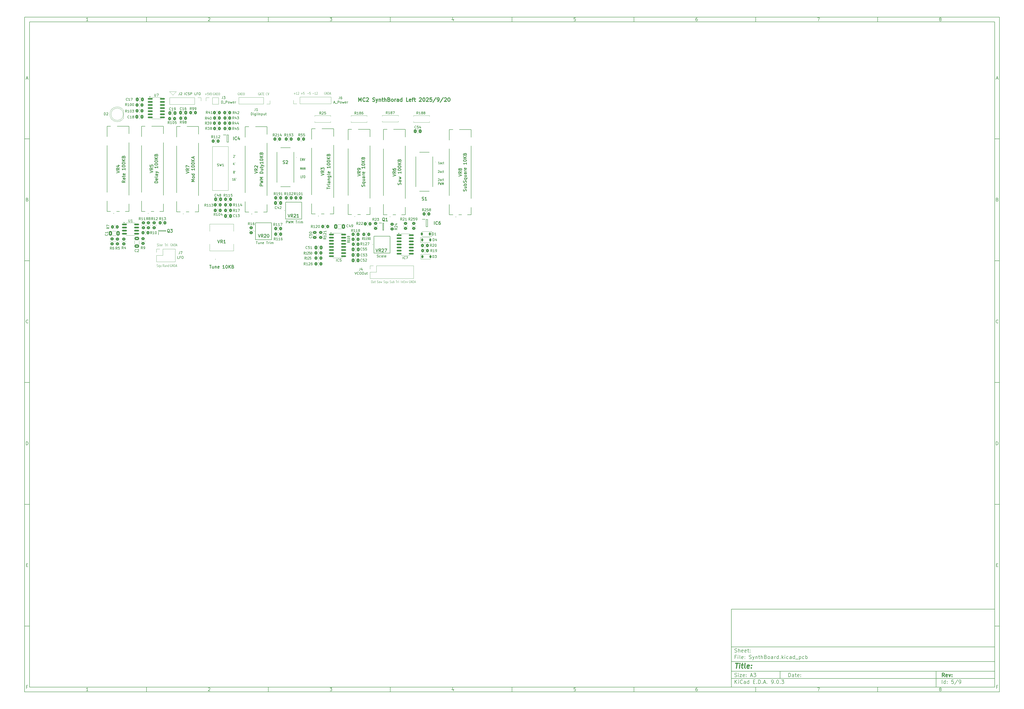
<source format=gbr>
%TF.GenerationSoftware,KiCad,Pcbnew,9.0.3*%
%TF.CreationDate,2025-09-21T20:18:17+09:00*%
%TF.ProjectId,SynthBoard,53796e74-6842-46f6-9172-642e6b696361,rev?*%
%TF.SameCoordinates,Original*%
%TF.FileFunction,Legend,Top*%
%TF.FilePolarity,Positive*%
%FSLAX46Y46*%
G04 Gerber Fmt 4.6, Leading zero omitted, Abs format (unit mm)*
G04 Created by KiCad (PCBNEW 9.0.3) date 2025-09-21 20:18:17*
%MOMM*%
%LPD*%
G01*
G04 APERTURE LIST*
G04 Aperture macros list*
%AMRoundRect*
0 Rectangle with rounded corners*
0 $1 Rounding radius*
0 $2 $3 $4 $5 $6 $7 $8 $9 X,Y pos of 4 corners*
0 Add a 4 corners polygon primitive as box body*
4,1,4,$2,$3,$4,$5,$6,$7,$8,$9,$2,$3,0*
0 Add four circle primitives for the rounded corners*
1,1,$1+$1,$2,$3*
1,1,$1+$1,$4,$5*
1,1,$1+$1,$6,$7*
1,1,$1+$1,$8,$9*
0 Add four rect primitives between the rounded corners*
20,1,$1+$1,$2,$3,$4,$5,0*
20,1,$1+$1,$4,$5,$6,$7,0*
20,1,$1+$1,$6,$7,$8,$9,0*
20,1,$1+$1,$8,$9,$2,$3,0*%
G04 Aperture macros list end*
%ADD10C,0.100000*%
%ADD11C,0.150000*%
%ADD12C,0.300000*%
%ADD13C,0.400000*%
%ADD14C,0.200000*%
%ADD15C,0.254000*%
%ADD16C,0.120000*%
%ADD17RoundRect,0.250000X0.337500X0.475000X-0.337500X0.475000X-0.337500X-0.475000X0.337500X-0.475000X0*%
%ADD18RoundRect,0.250000X0.450000X-0.350000X0.450000X0.350000X-0.450000X0.350000X-0.450000X-0.350000X0*%
%ADD19C,1.120000*%
%ADD20C,1.600000*%
%ADD21RoundRect,0.250000X0.350000X0.450000X-0.350000X0.450000X-0.350000X-0.450000X0.350000X-0.450000X0*%
%ADD22RoundRect,0.250000X-0.350000X-0.450000X0.350000X-0.450000X0.350000X0.450000X-0.350000X0.450000X0*%
%ADD23R,1.800000X1.800000*%
%ADD24C,1.800000*%
%ADD25C,2.550000*%
%ADD26RoundRect,0.250000X-0.337500X-0.475000X0.337500X-0.475000X0.337500X0.475000X-0.337500X0.475000X0*%
%ADD27R,1.700000X1.700000*%
%ADD28C,1.700000*%
%ADD29RoundRect,0.150000X-0.825000X-0.150000X0.825000X-0.150000X0.825000X0.150000X-0.825000X0.150000X0*%
%ADD30RoundRect,0.250000X0.650000X-0.412500X0.650000X0.412500X-0.650000X0.412500X-0.650000X-0.412500X0*%
%ADD31RoundRect,0.150000X-0.850000X-0.150000X0.850000X-0.150000X0.850000X0.150000X-0.850000X0.150000X0*%
%ADD32RoundRect,0.225000X-0.225000X-0.375000X0.225000X-0.375000X0.225000X0.375000X-0.225000X0.375000X0*%
%ADD33R,0.600000X1.100000*%
%ADD34R,1.200000X1.200000*%
%ADD35C,1.286000*%
%ADD36C,2.025000*%
%ADD37RoundRect,0.250000X-0.450000X0.350000X-0.450000X-0.350000X0.450000X-0.350000X0.450000X0.350000X0*%
%ADD38RoundRect,0.250000X-0.412500X-0.650000X0.412500X-0.650000X0.412500X0.650000X-0.412500X0.650000X0*%
%ADD39RoundRect,0.250000X0.475000X-0.337500X0.475000X0.337500X-0.475000X0.337500X-0.475000X-0.337500X0*%
%ADD40R,1.100000X0.600000*%
%ADD41R,1.200000X0.600000*%
%ADD42C,4.455000*%
%ADD43RoundRect,0.225000X0.225000X0.375000X-0.225000X0.375000X-0.225000X-0.375000X0.225000X-0.375000X0*%
%ADD44RoundRect,0.250000X0.412500X0.650000X-0.412500X0.650000X-0.412500X-0.650000X0.412500X-0.650000X0*%
G04 APERTURE END LIST*
D10*
D11*
X299989000Y-253002200D02*
X407989000Y-253002200D01*
X407989000Y-285002200D01*
X299989000Y-285002200D01*
X299989000Y-253002200D01*
D10*
D11*
X10000000Y-10000000D02*
X409989000Y-10000000D01*
X409989000Y-287002200D01*
X10000000Y-287002200D01*
X10000000Y-10000000D01*
D10*
D11*
X12000000Y-12000000D02*
X407989000Y-12000000D01*
X407989000Y-285002200D01*
X12000000Y-285002200D01*
X12000000Y-12000000D01*
D10*
D11*
X60000000Y-12000000D02*
X60000000Y-10000000D01*
D10*
D11*
X110000000Y-12000000D02*
X110000000Y-10000000D01*
D10*
D11*
X160000000Y-12000000D02*
X160000000Y-10000000D01*
D10*
D11*
X210000000Y-12000000D02*
X210000000Y-10000000D01*
D10*
D11*
X260000000Y-12000000D02*
X260000000Y-10000000D01*
D10*
D11*
X310000000Y-12000000D02*
X310000000Y-10000000D01*
D10*
D11*
X360000000Y-12000000D02*
X360000000Y-10000000D01*
D10*
D11*
X36089160Y-11593604D02*
X35346303Y-11593604D01*
X35717731Y-11593604D02*
X35717731Y-10293604D01*
X35717731Y-10293604D02*
X35593922Y-10479319D01*
X35593922Y-10479319D02*
X35470112Y-10603128D01*
X35470112Y-10603128D02*
X35346303Y-10665033D01*
D10*
D11*
X85346303Y-10417414D02*
X85408207Y-10355509D01*
X85408207Y-10355509D02*
X85532017Y-10293604D01*
X85532017Y-10293604D02*
X85841541Y-10293604D01*
X85841541Y-10293604D02*
X85965350Y-10355509D01*
X85965350Y-10355509D02*
X86027255Y-10417414D01*
X86027255Y-10417414D02*
X86089160Y-10541223D01*
X86089160Y-10541223D02*
X86089160Y-10665033D01*
X86089160Y-10665033D02*
X86027255Y-10850747D01*
X86027255Y-10850747D02*
X85284398Y-11593604D01*
X85284398Y-11593604D02*
X86089160Y-11593604D01*
D10*
D11*
X135284398Y-10293604D02*
X136089160Y-10293604D01*
X136089160Y-10293604D02*
X135655826Y-10788842D01*
X135655826Y-10788842D02*
X135841541Y-10788842D01*
X135841541Y-10788842D02*
X135965350Y-10850747D01*
X135965350Y-10850747D02*
X136027255Y-10912652D01*
X136027255Y-10912652D02*
X136089160Y-11036461D01*
X136089160Y-11036461D02*
X136089160Y-11345985D01*
X136089160Y-11345985D02*
X136027255Y-11469795D01*
X136027255Y-11469795D02*
X135965350Y-11531700D01*
X135965350Y-11531700D02*
X135841541Y-11593604D01*
X135841541Y-11593604D02*
X135470112Y-11593604D01*
X135470112Y-11593604D02*
X135346303Y-11531700D01*
X135346303Y-11531700D02*
X135284398Y-11469795D01*
D10*
D11*
X185965350Y-10726938D02*
X185965350Y-11593604D01*
X185655826Y-10231700D02*
X185346303Y-11160271D01*
X185346303Y-11160271D02*
X186151064Y-11160271D01*
D10*
D11*
X236027255Y-10293604D02*
X235408207Y-10293604D01*
X235408207Y-10293604D02*
X235346303Y-10912652D01*
X235346303Y-10912652D02*
X235408207Y-10850747D01*
X235408207Y-10850747D02*
X235532017Y-10788842D01*
X235532017Y-10788842D02*
X235841541Y-10788842D01*
X235841541Y-10788842D02*
X235965350Y-10850747D01*
X235965350Y-10850747D02*
X236027255Y-10912652D01*
X236027255Y-10912652D02*
X236089160Y-11036461D01*
X236089160Y-11036461D02*
X236089160Y-11345985D01*
X236089160Y-11345985D02*
X236027255Y-11469795D01*
X236027255Y-11469795D02*
X235965350Y-11531700D01*
X235965350Y-11531700D02*
X235841541Y-11593604D01*
X235841541Y-11593604D02*
X235532017Y-11593604D01*
X235532017Y-11593604D02*
X235408207Y-11531700D01*
X235408207Y-11531700D02*
X235346303Y-11469795D01*
D10*
D11*
X285965350Y-10293604D02*
X285717731Y-10293604D01*
X285717731Y-10293604D02*
X285593922Y-10355509D01*
X285593922Y-10355509D02*
X285532017Y-10417414D01*
X285532017Y-10417414D02*
X285408207Y-10603128D01*
X285408207Y-10603128D02*
X285346303Y-10850747D01*
X285346303Y-10850747D02*
X285346303Y-11345985D01*
X285346303Y-11345985D02*
X285408207Y-11469795D01*
X285408207Y-11469795D02*
X285470112Y-11531700D01*
X285470112Y-11531700D02*
X285593922Y-11593604D01*
X285593922Y-11593604D02*
X285841541Y-11593604D01*
X285841541Y-11593604D02*
X285965350Y-11531700D01*
X285965350Y-11531700D02*
X286027255Y-11469795D01*
X286027255Y-11469795D02*
X286089160Y-11345985D01*
X286089160Y-11345985D02*
X286089160Y-11036461D01*
X286089160Y-11036461D02*
X286027255Y-10912652D01*
X286027255Y-10912652D02*
X285965350Y-10850747D01*
X285965350Y-10850747D02*
X285841541Y-10788842D01*
X285841541Y-10788842D02*
X285593922Y-10788842D01*
X285593922Y-10788842D02*
X285470112Y-10850747D01*
X285470112Y-10850747D02*
X285408207Y-10912652D01*
X285408207Y-10912652D02*
X285346303Y-11036461D01*
D10*
D11*
X335284398Y-10293604D02*
X336151064Y-10293604D01*
X336151064Y-10293604D02*
X335593922Y-11593604D01*
D10*
D11*
X385593922Y-10850747D02*
X385470112Y-10788842D01*
X385470112Y-10788842D02*
X385408207Y-10726938D01*
X385408207Y-10726938D02*
X385346303Y-10603128D01*
X385346303Y-10603128D02*
X385346303Y-10541223D01*
X385346303Y-10541223D02*
X385408207Y-10417414D01*
X385408207Y-10417414D02*
X385470112Y-10355509D01*
X385470112Y-10355509D02*
X385593922Y-10293604D01*
X385593922Y-10293604D02*
X385841541Y-10293604D01*
X385841541Y-10293604D02*
X385965350Y-10355509D01*
X385965350Y-10355509D02*
X386027255Y-10417414D01*
X386027255Y-10417414D02*
X386089160Y-10541223D01*
X386089160Y-10541223D02*
X386089160Y-10603128D01*
X386089160Y-10603128D02*
X386027255Y-10726938D01*
X386027255Y-10726938D02*
X385965350Y-10788842D01*
X385965350Y-10788842D02*
X385841541Y-10850747D01*
X385841541Y-10850747D02*
X385593922Y-10850747D01*
X385593922Y-10850747D02*
X385470112Y-10912652D01*
X385470112Y-10912652D02*
X385408207Y-10974557D01*
X385408207Y-10974557D02*
X385346303Y-11098366D01*
X385346303Y-11098366D02*
X385346303Y-11345985D01*
X385346303Y-11345985D02*
X385408207Y-11469795D01*
X385408207Y-11469795D02*
X385470112Y-11531700D01*
X385470112Y-11531700D02*
X385593922Y-11593604D01*
X385593922Y-11593604D02*
X385841541Y-11593604D01*
X385841541Y-11593604D02*
X385965350Y-11531700D01*
X385965350Y-11531700D02*
X386027255Y-11469795D01*
X386027255Y-11469795D02*
X386089160Y-11345985D01*
X386089160Y-11345985D02*
X386089160Y-11098366D01*
X386089160Y-11098366D02*
X386027255Y-10974557D01*
X386027255Y-10974557D02*
X385965350Y-10912652D01*
X385965350Y-10912652D02*
X385841541Y-10850747D01*
D10*
D11*
X60000000Y-285002200D02*
X60000000Y-287002200D01*
D10*
D11*
X110000000Y-285002200D02*
X110000000Y-287002200D01*
D10*
D11*
X160000000Y-285002200D02*
X160000000Y-287002200D01*
D10*
D11*
X210000000Y-285002200D02*
X210000000Y-287002200D01*
D10*
D11*
X260000000Y-285002200D02*
X260000000Y-287002200D01*
D10*
D11*
X310000000Y-285002200D02*
X310000000Y-287002200D01*
D10*
D11*
X360000000Y-285002200D02*
X360000000Y-287002200D01*
D10*
D11*
X36089160Y-286595804D02*
X35346303Y-286595804D01*
X35717731Y-286595804D02*
X35717731Y-285295804D01*
X35717731Y-285295804D02*
X35593922Y-285481519D01*
X35593922Y-285481519D02*
X35470112Y-285605328D01*
X35470112Y-285605328D02*
X35346303Y-285667233D01*
D10*
D11*
X85346303Y-285419614D02*
X85408207Y-285357709D01*
X85408207Y-285357709D02*
X85532017Y-285295804D01*
X85532017Y-285295804D02*
X85841541Y-285295804D01*
X85841541Y-285295804D02*
X85965350Y-285357709D01*
X85965350Y-285357709D02*
X86027255Y-285419614D01*
X86027255Y-285419614D02*
X86089160Y-285543423D01*
X86089160Y-285543423D02*
X86089160Y-285667233D01*
X86089160Y-285667233D02*
X86027255Y-285852947D01*
X86027255Y-285852947D02*
X85284398Y-286595804D01*
X85284398Y-286595804D02*
X86089160Y-286595804D01*
D10*
D11*
X135284398Y-285295804D02*
X136089160Y-285295804D01*
X136089160Y-285295804D02*
X135655826Y-285791042D01*
X135655826Y-285791042D02*
X135841541Y-285791042D01*
X135841541Y-285791042D02*
X135965350Y-285852947D01*
X135965350Y-285852947D02*
X136027255Y-285914852D01*
X136027255Y-285914852D02*
X136089160Y-286038661D01*
X136089160Y-286038661D02*
X136089160Y-286348185D01*
X136089160Y-286348185D02*
X136027255Y-286471995D01*
X136027255Y-286471995D02*
X135965350Y-286533900D01*
X135965350Y-286533900D02*
X135841541Y-286595804D01*
X135841541Y-286595804D02*
X135470112Y-286595804D01*
X135470112Y-286595804D02*
X135346303Y-286533900D01*
X135346303Y-286533900D02*
X135284398Y-286471995D01*
D10*
D11*
X185965350Y-285729138D02*
X185965350Y-286595804D01*
X185655826Y-285233900D02*
X185346303Y-286162471D01*
X185346303Y-286162471D02*
X186151064Y-286162471D01*
D10*
D11*
X236027255Y-285295804D02*
X235408207Y-285295804D01*
X235408207Y-285295804D02*
X235346303Y-285914852D01*
X235346303Y-285914852D02*
X235408207Y-285852947D01*
X235408207Y-285852947D02*
X235532017Y-285791042D01*
X235532017Y-285791042D02*
X235841541Y-285791042D01*
X235841541Y-285791042D02*
X235965350Y-285852947D01*
X235965350Y-285852947D02*
X236027255Y-285914852D01*
X236027255Y-285914852D02*
X236089160Y-286038661D01*
X236089160Y-286038661D02*
X236089160Y-286348185D01*
X236089160Y-286348185D02*
X236027255Y-286471995D01*
X236027255Y-286471995D02*
X235965350Y-286533900D01*
X235965350Y-286533900D02*
X235841541Y-286595804D01*
X235841541Y-286595804D02*
X235532017Y-286595804D01*
X235532017Y-286595804D02*
X235408207Y-286533900D01*
X235408207Y-286533900D02*
X235346303Y-286471995D01*
D10*
D11*
X285965350Y-285295804D02*
X285717731Y-285295804D01*
X285717731Y-285295804D02*
X285593922Y-285357709D01*
X285593922Y-285357709D02*
X285532017Y-285419614D01*
X285532017Y-285419614D02*
X285408207Y-285605328D01*
X285408207Y-285605328D02*
X285346303Y-285852947D01*
X285346303Y-285852947D02*
X285346303Y-286348185D01*
X285346303Y-286348185D02*
X285408207Y-286471995D01*
X285408207Y-286471995D02*
X285470112Y-286533900D01*
X285470112Y-286533900D02*
X285593922Y-286595804D01*
X285593922Y-286595804D02*
X285841541Y-286595804D01*
X285841541Y-286595804D02*
X285965350Y-286533900D01*
X285965350Y-286533900D02*
X286027255Y-286471995D01*
X286027255Y-286471995D02*
X286089160Y-286348185D01*
X286089160Y-286348185D02*
X286089160Y-286038661D01*
X286089160Y-286038661D02*
X286027255Y-285914852D01*
X286027255Y-285914852D02*
X285965350Y-285852947D01*
X285965350Y-285852947D02*
X285841541Y-285791042D01*
X285841541Y-285791042D02*
X285593922Y-285791042D01*
X285593922Y-285791042D02*
X285470112Y-285852947D01*
X285470112Y-285852947D02*
X285408207Y-285914852D01*
X285408207Y-285914852D02*
X285346303Y-286038661D01*
D10*
D11*
X335284398Y-285295804D02*
X336151064Y-285295804D01*
X336151064Y-285295804D02*
X335593922Y-286595804D01*
D10*
D11*
X385593922Y-285852947D02*
X385470112Y-285791042D01*
X385470112Y-285791042D02*
X385408207Y-285729138D01*
X385408207Y-285729138D02*
X385346303Y-285605328D01*
X385346303Y-285605328D02*
X385346303Y-285543423D01*
X385346303Y-285543423D02*
X385408207Y-285419614D01*
X385408207Y-285419614D02*
X385470112Y-285357709D01*
X385470112Y-285357709D02*
X385593922Y-285295804D01*
X385593922Y-285295804D02*
X385841541Y-285295804D01*
X385841541Y-285295804D02*
X385965350Y-285357709D01*
X385965350Y-285357709D02*
X386027255Y-285419614D01*
X386027255Y-285419614D02*
X386089160Y-285543423D01*
X386089160Y-285543423D02*
X386089160Y-285605328D01*
X386089160Y-285605328D02*
X386027255Y-285729138D01*
X386027255Y-285729138D02*
X385965350Y-285791042D01*
X385965350Y-285791042D02*
X385841541Y-285852947D01*
X385841541Y-285852947D02*
X385593922Y-285852947D01*
X385593922Y-285852947D02*
X385470112Y-285914852D01*
X385470112Y-285914852D02*
X385408207Y-285976757D01*
X385408207Y-285976757D02*
X385346303Y-286100566D01*
X385346303Y-286100566D02*
X385346303Y-286348185D01*
X385346303Y-286348185D02*
X385408207Y-286471995D01*
X385408207Y-286471995D02*
X385470112Y-286533900D01*
X385470112Y-286533900D02*
X385593922Y-286595804D01*
X385593922Y-286595804D02*
X385841541Y-286595804D01*
X385841541Y-286595804D02*
X385965350Y-286533900D01*
X385965350Y-286533900D02*
X386027255Y-286471995D01*
X386027255Y-286471995D02*
X386089160Y-286348185D01*
X386089160Y-286348185D02*
X386089160Y-286100566D01*
X386089160Y-286100566D02*
X386027255Y-285976757D01*
X386027255Y-285976757D02*
X385965350Y-285914852D01*
X385965350Y-285914852D02*
X385841541Y-285852947D01*
D10*
D11*
X10000000Y-60000000D02*
X12000000Y-60000000D01*
D10*
D11*
X10000000Y-110000000D02*
X12000000Y-110000000D01*
D10*
D11*
X10000000Y-160000000D02*
X12000000Y-160000000D01*
D10*
D11*
X10000000Y-210000000D02*
X12000000Y-210000000D01*
D10*
D11*
X10000000Y-260000000D02*
X12000000Y-260000000D01*
D10*
D11*
X10690476Y-35222176D02*
X11309523Y-35222176D01*
X10566666Y-35593604D02*
X10999999Y-34293604D01*
X10999999Y-34293604D02*
X11433333Y-35593604D01*
D10*
D11*
X11092857Y-84912652D02*
X11278571Y-84974557D01*
X11278571Y-84974557D02*
X11340476Y-85036461D01*
X11340476Y-85036461D02*
X11402380Y-85160271D01*
X11402380Y-85160271D02*
X11402380Y-85345985D01*
X11402380Y-85345985D02*
X11340476Y-85469795D01*
X11340476Y-85469795D02*
X11278571Y-85531700D01*
X11278571Y-85531700D02*
X11154761Y-85593604D01*
X11154761Y-85593604D02*
X10659523Y-85593604D01*
X10659523Y-85593604D02*
X10659523Y-84293604D01*
X10659523Y-84293604D02*
X11092857Y-84293604D01*
X11092857Y-84293604D02*
X11216666Y-84355509D01*
X11216666Y-84355509D02*
X11278571Y-84417414D01*
X11278571Y-84417414D02*
X11340476Y-84541223D01*
X11340476Y-84541223D02*
X11340476Y-84665033D01*
X11340476Y-84665033D02*
X11278571Y-84788842D01*
X11278571Y-84788842D02*
X11216666Y-84850747D01*
X11216666Y-84850747D02*
X11092857Y-84912652D01*
X11092857Y-84912652D02*
X10659523Y-84912652D01*
D10*
D11*
X11402380Y-135469795D02*
X11340476Y-135531700D01*
X11340476Y-135531700D02*
X11154761Y-135593604D01*
X11154761Y-135593604D02*
X11030952Y-135593604D01*
X11030952Y-135593604D02*
X10845238Y-135531700D01*
X10845238Y-135531700D02*
X10721428Y-135407890D01*
X10721428Y-135407890D02*
X10659523Y-135284080D01*
X10659523Y-135284080D02*
X10597619Y-135036461D01*
X10597619Y-135036461D02*
X10597619Y-134850747D01*
X10597619Y-134850747D02*
X10659523Y-134603128D01*
X10659523Y-134603128D02*
X10721428Y-134479319D01*
X10721428Y-134479319D02*
X10845238Y-134355509D01*
X10845238Y-134355509D02*
X11030952Y-134293604D01*
X11030952Y-134293604D02*
X11154761Y-134293604D01*
X11154761Y-134293604D02*
X11340476Y-134355509D01*
X11340476Y-134355509D02*
X11402380Y-134417414D01*
D10*
D11*
X10659523Y-185593604D02*
X10659523Y-184293604D01*
X10659523Y-184293604D02*
X10969047Y-184293604D01*
X10969047Y-184293604D02*
X11154761Y-184355509D01*
X11154761Y-184355509D02*
X11278571Y-184479319D01*
X11278571Y-184479319D02*
X11340476Y-184603128D01*
X11340476Y-184603128D02*
X11402380Y-184850747D01*
X11402380Y-184850747D02*
X11402380Y-185036461D01*
X11402380Y-185036461D02*
X11340476Y-185284080D01*
X11340476Y-185284080D02*
X11278571Y-185407890D01*
X11278571Y-185407890D02*
X11154761Y-185531700D01*
X11154761Y-185531700D02*
X10969047Y-185593604D01*
X10969047Y-185593604D02*
X10659523Y-185593604D01*
D10*
D11*
X10721428Y-234912652D02*
X11154762Y-234912652D01*
X11340476Y-235593604D02*
X10721428Y-235593604D01*
X10721428Y-235593604D02*
X10721428Y-234293604D01*
X10721428Y-234293604D02*
X11340476Y-234293604D01*
D10*
D11*
X11185714Y-284912652D02*
X10752380Y-284912652D01*
X10752380Y-285593604D02*
X10752380Y-284293604D01*
X10752380Y-284293604D02*
X11371428Y-284293604D01*
D10*
D11*
X409989000Y-60000000D02*
X407989000Y-60000000D01*
D10*
D11*
X409989000Y-110000000D02*
X407989000Y-110000000D01*
D10*
D11*
X409989000Y-160000000D02*
X407989000Y-160000000D01*
D10*
D11*
X409989000Y-210000000D02*
X407989000Y-210000000D01*
D10*
D11*
X409989000Y-260000000D02*
X407989000Y-260000000D01*
D10*
D11*
X408679476Y-35222176D02*
X409298523Y-35222176D01*
X408555666Y-35593604D02*
X408988999Y-34293604D01*
X408988999Y-34293604D02*
X409422333Y-35593604D01*
D10*
D11*
X409081857Y-84912652D02*
X409267571Y-84974557D01*
X409267571Y-84974557D02*
X409329476Y-85036461D01*
X409329476Y-85036461D02*
X409391380Y-85160271D01*
X409391380Y-85160271D02*
X409391380Y-85345985D01*
X409391380Y-85345985D02*
X409329476Y-85469795D01*
X409329476Y-85469795D02*
X409267571Y-85531700D01*
X409267571Y-85531700D02*
X409143761Y-85593604D01*
X409143761Y-85593604D02*
X408648523Y-85593604D01*
X408648523Y-85593604D02*
X408648523Y-84293604D01*
X408648523Y-84293604D02*
X409081857Y-84293604D01*
X409081857Y-84293604D02*
X409205666Y-84355509D01*
X409205666Y-84355509D02*
X409267571Y-84417414D01*
X409267571Y-84417414D02*
X409329476Y-84541223D01*
X409329476Y-84541223D02*
X409329476Y-84665033D01*
X409329476Y-84665033D02*
X409267571Y-84788842D01*
X409267571Y-84788842D02*
X409205666Y-84850747D01*
X409205666Y-84850747D02*
X409081857Y-84912652D01*
X409081857Y-84912652D02*
X408648523Y-84912652D01*
D10*
D11*
X409391380Y-135469795D02*
X409329476Y-135531700D01*
X409329476Y-135531700D02*
X409143761Y-135593604D01*
X409143761Y-135593604D02*
X409019952Y-135593604D01*
X409019952Y-135593604D02*
X408834238Y-135531700D01*
X408834238Y-135531700D02*
X408710428Y-135407890D01*
X408710428Y-135407890D02*
X408648523Y-135284080D01*
X408648523Y-135284080D02*
X408586619Y-135036461D01*
X408586619Y-135036461D02*
X408586619Y-134850747D01*
X408586619Y-134850747D02*
X408648523Y-134603128D01*
X408648523Y-134603128D02*
X408710428Y-134479319D01*
X408710428Y-134479319D02*
X408834238Y-134355509D01*
X408834238Y-134355509D02*
X409019952Y-134293604D01*
X409019952Y-134293604D02*
X409143761Y-134293604D01*
X409143761Y-134293604D02*
X409329476Y-134355509D01*
X409329476Y-134355509D02*
X409391380Y-134417414D01*
D10*
D11*
X408648523Y-185593604D02*
X408648523Y-184293604D01*
X408648523Y-184293604D02*
X408958047Y-184293604D01*
X408958047Y-184293604D02*
X409143761Y-184355509D01*
X409143761Y-184355509D02*
X409267571Y-184479319D01*
X409267571Y-184479319D02*
X409329476Y-184603128D01*
X409329476Y-184603128D02*
X409391380Y-184850747D01*
X409391380Y-184850747D02*
X409391380Y-185036461D01*
X409391380Y-185036461D02*
X409329476Y-185284080D01*
X409329476Y-185284080D02*
X409267571Y-185407890D01*
X409267571Y-185407890D02*
X409143761Y-185531700D01*
X409143761Y-185531700D02*
X408958047Y-185593604D01*
X408958047Y-185593604D02*
X408648523Y-185593604D01*
D10*
D11*
X408710428Y-234912652D02*
X409143762Y-234912652D01*
X409329476Y-235593604D02*
X408710428Y-235593604D01*
X408710428Y-235593604D02*
X408710428Y-234293604D01*
X408710428Y-234293604D02*
X409329476Y-234293604D01*
D10*
D11*
X409174714Y-284912652D02*
X408741380Y-284912652D01*
X408741380Y-285593604D02*
X408741380Y-284293604D01*
X408741380Y-284293604D02*
X409360428Y-284293604D01*
D10*
D11*
X323444826Y-280788328D02*
X323444826Y-279288328D01*
X323444826Y-279288328D02*
X323801969Y-279288328D01*
X323801969Y-279288328D02*
X324016255Y-279359757D01*
X324016255Y-279359757D02*
X324159112Y-279502614D01*
X324159112Y-279502614D02*
X324230541Y-279645471D01*
X324230541Y-279645471D02*
X324301969Y-279931185D01*
X324301969Y-279931185D02*
X324301969Y-280145471D01*
X324301969Y-280145471D02*
X324230541Y-280431185D01*
X324230541Y-280431185D02*
X324159112Y-280574042D01*
X324159112Y-280574042D02*
X324016255Y-280716900D01*
X324016255Y-280716900D02*
X323801969Y-280788328D01*
X323801969Y-280788328D02*
X323444826Y-280788328D01*
X325587684Y-280788328D02*
X325587684Y-280002614D01*
X325587684Y-280002614D02*
X325516255Y-279859757D01*
X325516255Y-279859757D02*
X325373398Y-279788328D01*
X325373398Y-279788328D02*
X325087684Y-279788328D01*
X325087684Y-279788328D02*
X324944826Y-279859757D01*
X325587684Y-280716900D02*
X325444826Y-280788328D01*
X325444826Y-280788328D02*
X325087684Y-280788328D01*
X325087684Y-280788328D02*
X324944826Y-280716900D01*
X324944826Y-280716900D02*
X324873398Y-280574042D01*
X324873398Y-280574042D02*
X324873398Y-280431185D01*
X324873398Y-280431185D02*
X324944826Y-280288328D01*
X324944826Y-280288328D02*
X325087684Y-280216900D01*
X325087684Y-280216900D02*
X325444826Y-280216900D01*
X325444826Y-280216900D02*
X325587684Y-280145471D01*
X326087684Y-279788328D02*
X326659112Y-279788328D01*
X326301969Y-279288328D02*
X326301969Y-280574042D01*
X326301969Y-280574042D02*
X326373398Y-280716900D01*
X326373398Y-280716900D02*
X326516255Y-280788328D01*
X326516255Y-280788328D02*
X326659112Y-280788328D01*
X327730541Y-280716900D02*
X327587684Y-280788328D01*
X327587684Y-280788328D02*
X327301970Y-280788328D01*
X327301970Y-280788328D02*
X327159112Y-280716900D01*
X327159112Y-280716900D02*
X327087684Y-280574042D01*
X327087684Y-280574042D02*
X327087684Y-280002614D01*
X327087684Y-280002614D02*
X327159112Y-279859757D01*
X327159112Y-279859757D02*
X327301970Y-279788328D01*
X327301970Y-279788328D02*
X327587684Y-279788328D01*
X327587684Y-279788328D02*
X327730541Y-279859757D01*
X327730541Y-279859757D02*
X327801970Y-280002614D01*
X327801970Y-280002614D02*
X327801970Y-280145471D01*
X327801970Y-280145471D02*
X327087684Y-280288328D01*
X328444826Y-280645471D02*
X328516255Y-280716900D01*
X328516255Y-280716900D02*
X328444826Y-280788328D01*
X328444826Y-280788328D02*
X328373398Y-280716900D01*
X328373398Y-280716900D02*
X328444826Y-280645471D01*
X328444826Y-280645471D02*
X328444826Y-280788328D01*
X328444826Y-279859757D02*
X328516255Y-279931185D01*
X328516255Y-279931185D02*
X328444826Y-280002614D01*
X328444826Y-280002614D02*
X328373398Y-279931185D01*
X328373398Y-279931185D02*
X328444826Y-279859757D01*
X328444826Y-279859757D02*
X328444826Y-280002614D01*
D10*
D11*
X299989000Y-281502200D02*
X407989000Y-281502200D01*
D10*
D11*
X301444826Y-283588328D02*
X301444826Y-282088328D01*
X302301969Y-283588328D02*
X301659112Y-282731185D01*
X302301969Y-282088328D02*
X301444826Y-282945471D01*
X302944826Y-283588328D02*
X302944826Y-282588328D01*
X302944826Y-282088328D02*
X302873398Y-282159757D01*
X302873398Y-282159757D02*
X302944826Y-282231185D01*
X302944826Y-282231185D02*
X303016255Y-282159757D01*
X303016255Y-282159757D02*
X302944826Y-282088328D01*
X302944826Y-282088328D02*
X302944826Y-282231185D01*
X304516255Y-283445471D02*
X304444827Y-283516900D01*
X304444827Y-283516900D02*
X304230541Y-283588328D01*
X304230541Y-283588328D02*
X304087684Y-283588328D01*
X304087684Y-283588328D02*
X303873398Y-283516900D01*
X303873398Y-283516900D02*
X303730541Y-283374042D01*
X303730541Y-283374042D02*
X303659112Y-283231185D01*
X303659112Y-283231185D02*
X303587684Y-282945471D01*
X303587684Y-282945471D02*
X303587684Y-282731185D01*
X303587684Y-282731185D02*
X303659112Y-282445471D01*
X303659112Y-282445471D02*
X303730541Y-282302614D01*
X303730541Y-282302614D02*
X303873398Y-282159757D01*
X303873398Y-282159757D02*
X304087684Y-282088328D01*
X304087684Y-282088328D02*
X304230541Y-282088328D01*
X304230541Y-282088328D02*
X304444827Y-282159757D01*
X304444827Y-282159757D02*
X304516255Y-282231185D01*
X305801970Y-283588328D02*
X305801970Y-282802614D01*
X305801970Y-282802614D02*
X305730541Y-282659757D01*
X305730541Y-282659757D02*
X305587684Y-282588328D01*
X305587684Y-282588328D02*
X305301970Y-282588328D01*
X305301970Y-282588328D02*
X305159112Y-282659757D01*
X305801970Y-283516900D02*
X305659112Y-283588328D01*
X305659112Y-283588328D02*
X305301970Y-283588328D01*
X305301970Y-283588328D02*
X305159112Y-283516900D01*
X305159112Y-283516900D02*
X305087684Y-283374042D01*
X305087684Y-283374042D02*
X305087684Y-283231185D01*
X305087684Y-283231185D02*
X305159112Y-283088328D01*
X305159112Y-283088328D02*
X305301970Y-283016900D01*
X305301970Y-283016900D02*
X305659112Y-283016900D01*
X305659112Y-283016900D02*
X305801970Y-282945471D01*
X307159113Y-283588328D02*
X307159113Y-282088328D01*
X307159113Y-283516900D02*
X307016255Y-283588328D01*
X307016255Y-283588328D02*
X306730541Y-283588328D01*
X306730541Y-283588328D02*
X306587684Y-283516900D01*
X306587684Y-283516900D02*
X306516255Y-283445471D01*
X306516255Y-283445471D02*
X306444827Y-283302614D01*
X306444827Y-283302614D02*
X306444827Y-282874042D01*
X306444827Y-282874042D02*
X306516255Y-282731185D01*
X306516255Y-282731185D02*
X306587684Y-282659757D01*
X306587684Y-282659757D02*
X306730541Y-282588328D01*
X306730541Y-282588328D02*
X307016255Y-282588328D01*
X307016255Y-282588328D02*
X307159113Y-282659757D01*
X309016255Y-282802614D02*
X309516255Y-282802614D01*
X309730541Y-283588328D02*
X309016255Y-283588328D01*
X309016255Y-283588328D02*
X309016255Y-282088328D01*
X309016255Y-282088328D02*
X309730541Y-282088328D01*
X310373398Y-283445471D02*
X310444827Y-283516900D01*
X310444827Y-283516900D02*
X310373398Y-283588328D01*
X310373398Y-283588328D02*
X310301970Y-283516900D01*
X310301970Y-283516900D02*
X310373398Y-283445471D01*
X310373398Y-283445471D02*
X310373398Y-283588328D01*
X311087684Y-283588328D02*
X311087684Y-282088328D01*
X311087684Y-282088328D02*
X311444827Y-282088328D01*
X311444827Y-282088328D02*
X311659113Y-282159757D01*
X311659113Y-282159757D02*
X311801970Y-282302614D01*
X311801970Y-282302614D02*
X311873399Y-282445471D01*
X311873399Y-282445471D02*
X311944827Y-282731185D01*
X311944827Y-282731185D02*
X311944827Y-282945471D01*
X311944827Y-282945471D02*
X311873399Y-283231185D01*
X311873399Y-283231185D02*
X311801970Y-283374042D01*
X311801970Y-283374042D02*
X311659113Y-283516900D01*
X311659113Y-283516900D02*
X311444827Y-283588328D01*
X311444827Y-283588328D02*
X311087684Y-283588328D01*
X312587684Y-283445471D02*
X312659113Y-283516900D01*
X312659113Y-283516900D02*
X312587684Y-283588328D01*
X312587684Y-283588328D02*
X312516256Y-283516900D01*
X312516256Y-283516900D02*
X312587684Y-283445471D01*
X312587684Y-283445471D02*
X312587684Y-283588328D01*
X313230542Y-283159757D02*
X313944828Y-283159757D01*
X313087685Y-283588328D02*
X313587685Y-282088328D01*
X313587685Y-282088328D02*
X314087685Y-283588328D01*
X314587684Y-283445471D02*
X314659113Y-283516900D01*
X314659113Y-283516900D02*
X314587684Y-283588328D01*
X314587684Y-283588328D02*
X314516256Y-283516900D01*
X314516256Y-283516900D02*
X314587684Y-283445471D01*
X314587684Y-283445471D02*
X314587684Y-283588328D01*
X316516256Y-283588328D02*
X316801970Y-283588328D01*
X316801970Y-283588328D02*
X316944827Y-283516900D01*
X316944827Y-283516900D02*
X317016256Y-283445471D01*
X317016256Y-283445471D02*
X317159113Y-283231185D01*
X317159113Y-283231185D02*
X317230542Y-282945471D01*
X317230542Y-282945471D02*
X317230542Y-282374042D01*
X317230542Y-282374042D02*
X317159113Y-282231185D01*
X317159113Y-282231185D02*
X317087685Y-282159757D01*
X317087685Y-282159757D02*
X316944827Y-282088328D01*
X316944827Y-282088328D02*
X316659113Y-282088328D01*
X316659113Y-282088328D02*
X316516256Y-282159757D01*
X316516256Y-282159757D02*
X316444827Y-282231185D01*
X316444827Y-282231185D02*
X316373399Y-282374042D01*
X316373399Y-282374042D02*
X316373399Y-282731185D01*
X316373399Y-282731185D02*
X316444827Y-282874042D01*
X316444827Y-282874042D02*
X316516256Y-282945471D01*
X316516256Y-282945471D02*
X316659113Y-283016900D01*
X316659113Y-283016900D02*
X316944827Y-283016900D01*
X316944827Y-283016900D02*
X317087685Y-282945471D01*
X317087685Y-282945471D02*
X317159113Y-282874042D01*
X317159113Y-282874042D02*
X317230542Y-282731185D01*
X317873398Y-283445471D02*
X317944827Y-283516900D01*
X317944827Y-283516900D02*
X317873398Y-283588328D01*
X317873398Y-283588328D02*
X317801970Y-283516900D01*
X317801970Y-283516900D02*
X317873398Y-283445471D01*
X317873398Y-283445471D02*
X317873398Y-283588328D01*
X318873399Y-282088328D02*
X319016256Y-282088328D01*
X319016256Y-282088328D02*
X319159113Y-282159757D01*
X319159113Y-282159757D02*
X319230542Y-282231185D01*
X319230542Y-282231185D02*
X319301970Y-282374042D01*
X319301970Y-282374042D02*
X319373399Y-282659757D01*
X319373399Y-282659757D02*
X319373399Y-283016900D01*
X319373399Y-283016900D02*
X319301970Y-283302614D01*
X319301970Y-283302614D02*
X319230542Y-283445471D01*
X319230542Y-283445471D02*
X319159113Y-283516900D01*
X319159113Y-283516900D02*
X319016256Y-283588328D01*
X319016256Y-283588328D02*
X318873399Y-283588328D01*
X318873399Y-283588328D02*
X318730542Y-283516900D01*
X318730542Y-283516900D02*
X318659113Y-283445471D01*
X318659113Y-283445471D02*
X318587684Y-283302614D01*
X318587684Y-283302614D02*
X318516256Y-283016900D01*
X318516256Y-283016900D02*
X318516256Y-282659757D01*
X318516256Y-282659757D02*
X318587684Y-282374042D01*
X318587684Y-282374042D02*
X318659113Y-282231185D01*
X318659113Y-282231185D02*
X318730542Y-282159757D01*
X318730542Y-282159757D02*
X318873399Y-282088328D01*
X320016255Y-283445471D02*
X320087684Y-283516900D01*
X320087684Y-283516900D02*
X320016255Y-283588328D01*
X320016255Y-283588328D02*
X319944827Y-283516900D01*
X319944827Y-283516900D02*
X320016255Y-283445471D01*
X320016255Y-283445471D02*
X320016255Y-283588328D01*
X320587684Y-282088328D02*
X321516256Y-282088328D01*
X321516256Y-282088328D02*
X321016256Y-282659757D01*
X321016256Y-282659757D02*
X321230541Y-282659757D01*
X321230541Y-282659757D02*
X321373399Y-282731185D01*
X321373399Y-282731185D02*
X321444827Y-282802614D01*
X321444827Y-282802614D02*
X321516256Y-282945471D01*
X321516256Y-282945471D02*
X321516256Y-283302614D01*
X321516256Y-283302614D02*
X321444827Y-283445471D01*
X321444827Y-283445471D02*
X321373399Y-283516900D01*
X321373399Y-283516900D02*
X321230541Y-283588328D01*
X321230541Y-283588328D02*
X320801970Y-283588328D01*
X320801970Y-283588328D02*
X320659113Y-283516900D01*
X320659113Y-283516900D02*
X320587684Y-283445471D01*
D10*
D11*
X299989000Y-278502200D02*
X407989000Y-278502200D01*
D10*
D12*
X387400653Y-280780528D02*
X386900653Y-280066242D01*
X386543510Y-280780528D02*
X386543510Y-279280528D01*
X386543510Y-279280528D02*
X387114939Y-279280528D01*
X387114939Y-279280528D02*
X387257796Y-279351957D01*
X387257796Y-279351957D02*
X387329225Y-279423385D01*
X387329225Y-279423385D02*
X387400653Y-279566242D01*
X387400653Y-279566242D02*
X387400653Y-279780528D01*
X387400653Y-279780528D02*
X387329225Y-279923385D01*
X387329225Y-279923385D02*
X387257796Y-279994814D01*
X387257796Y-279994814D02*
X387114939Y-280066242D01*
X387114939Y-280066242D02*
X386543510Y-280066242D01*
X388614939Y-280709100D02*
X388472082Y-280780528D01*
X388472082Y-280780528D02*
X388186368Y-280780528D01*
X388186368Y-280780528D02*
X388043510Y-280709100D01*
X388043510Y-280709100D02*
X387972082Y-280566242D01*
X387972082Y-280566242D02*
X387972082Y-279994814D01*
X387972082Y-279994814D02*
X388043510Y-279851957D01*
X388043510Y-279851957D02*
X388186368Y-279780528D01*
X388186368Y-279780528D02*
X388472082Y-279780528D01*
X388472082Y-279780528D02*
X388614939Y-279851957D01*
X388614939Y-279851957D02*
X388686368Y-279994814D01*
X388686368Y-279994814D02*
X388686368Y-280137671D01*
X388686368Y-280137671D02*
X387972082Y-280280528D01*
X389186367Y-279780528D02*
X389543510Y-280780528D01*
X389543510Y-280780528D02*
X389900653Y-279780528D01*
X390472081Y-280637671D02*
X390543510Y-280709100D01*
X390543510Y-280709100D02*
X390472081Y-280780528D01*
X390472081Y-280780528D02*
X390400653Y-280709100D01*
X390400653Y-280709100D02*
X390472081Y-280637671D01*
X390472081Y-280637671D02*
X390472081Y-280780528D01*
X390472081Y-279851957D02*
X390543510Y-279923385D01*
X390543510Y-279923385D02*
X390472081Y-279994814D01*
X390472081Y-279994814D02*
X390400653Y-279923385D01*
X390400653Y-279923385D02*
X390472081Y-279851957D01*
X390472081Y-279851957D02*
X390472081Y-279994814D01*
D10*
D11*
X301373398Y-280716900D02*
X301587684Y-280788328D01*
X301587684Y-280788328D02*
X301944826Y-280788328D01*
X301944826Y-280788328D02*
X302087684Y-280716900D01*
X302087684Y-280716900D02*
X302159112Y-280645471D01*
X302159112Y-280645471D02*
X302230541Y-280502614D01*
X302230541Y-280502614D02*
X302230541Y-280359757D01*
X302230541Y-280359757D02*
X302159112Y-280216900D01*
X302159112Y-280216900D02*
X302087684Y-280145471D01*
X302087684Y-280145471D02*
X301944826Y-280074042D01*
X301944826Y-280074042D02*
X301659112Y-280002614D01*
X301659112Y-280002614D02*
X301516255Y-279931185D01*
X301516255Y-279931185D02*
X301444826Y-279859757D01*
X301444826Y-279859757D02*
X301373398Y-279716900D01*
X301373398Y-279716900D02*
X301373398Y-279574042D01*
X301373398Y-279574042D02*
X301444826Y-279431185D01*
X301444826Y-279431185D02*
X301516255Y-279359757D01*
X301516255Y-279359757D02*
X301659112Y-279288328D01*
X301659112Y-279288328D02*
X302016255Y-279288328D01*
X302016255Y-279288328D02*
X302230541Y-279359757D01*
X302873397Y-280788328D02*
X302873397Y-279788328D01*
X302873397Y-279288328D02*
X302801969Y-279359757D01*
X302801969Y-279359757D02*
X302873397Y-279431185D01*
X302873397Y-279431185D02*
X302944826Y-279359757D01*
X302944826Y-279359757D02*
X302873397Y-279288328D01*
X302873397Y-279288328D02*
X302873397Y-279431185D01*
X303444826Y-279788328D02*
X304230541Y-279788328D01*
X304230541Y-279788328D02*
X303444826Y-280788328D01*
X303444826Y-280788328D02*
X304230541Y-280788328D01*
X305373398Y-280716900D02*
X305230541Y-280788328D01*
X305230541Y-280788328D02*
X304944827Y-280788328D01*
X304944827Y-280788328D02*
X304801969Y-280716900D01*
X304801969Y-280716900D02*
X304730541Y-280574042D01*
X304730541Y-280574042D02*
X304730541Y-280002614D01*
X304730541Y-280002614D02*
X304801969Y-279859757D01*
X304801969Y-279859757D02*
X304944827Y-279788328D01*
X304944827Y-279788328D02*
X305230541Y-279788328D01*
X305230541Y-279788328D02*
X305373398Y-279859757D01*
X305373398Y-279859757D02*
X305444827Y-280002614D01*
X305444827Y-280002614D02*
X305444827Y-280145471D01*
X305444827Y-280145471D02*
X304730541Y-280288328D01*
X306087683Y-280645471D02*
X306159112Y-280716900D01*
X306159112Y-280716900D02*
X306087683Y-280788328D01*
X306087683Y-280788328D02*
X306016255Y-280716900D01*
X306016255Y-280716900D02*
X306087683Y-280645471D01*
X306087683Y-280645471D02*
X306087683Y-280788328D01*
X306087683Y-279859757D02*
X306159112Y-279931185D01*
X306159112Y-279931185D02*
X306087683Y-280002614D01*
X306087683Y-280002614D02*
X306016255Y-279931185D01*
X306016255Y-279931185D02*
X306087683Y-279859757D01*
X306087683Y-279859757D02*
X306087683Y-280002614D01*
X307873398Y-280359757D02*
X308587684Y-280359757D01*
X307730541Y-280788328D02*
X308230541Y-279288328D01*
X308230541Y-279288328D02*
X308730541Y-280788328D01*
X309087683Y-279288328D02*
X310016255Y-279288328D01*
X310016255Y-279288328D02*
X309516255Y-279859757D01*
X309516255Y-279859757D02*
X309730540Y-279859757D01*
X309730540Y-279859757D02*
X309873398Y-279931185D01*
X309873398Y-279931185D02*
X309944826Y-280002614D01*
X309944826Y-280002614D02*
X310016255Y-280145471D01*
X310016255Y-280145471D02*
X310016255Y-280502614D01*
X310016255Y-280502614D02*
X309944826Y-280645471D01*
X309944826Y-280645471D02*
X309873398Y-280716900D01*
X309873398Y-280716900D02*
X309730540Y-280788328D01*
X309730540Y-280788328D02*
X309301969Y-280788328D01*
X309301969Y-280788328D02*
X309159112Y-280716900D01*
X309159112Y-280716900D02*
X309087683Y-280645471D01*
D10*
D11*
X386444826Y-283588328D02*
X386444826Y-282088328D01*
X387801970Y-283588328D02*
X387801970Y-282088328D01*
X387801970Y-283516900D02*
X387659112Y-283588328D01*
X387659112Y-283588328D02*
X387373398Y-283588328D01*
X387373398Y-283588328D02*
X387230541Y-283516900D01*
X387230541Y-283516900D02*
X387159112Y-283445471D01*
X387159112Y-283445471D02*
X387087684Y-283302614D01*
X387087684Y-283302614D02*
X387087684Y-282874042D01*
X387087684Y-282874042D02*
X387159112Y-282731185D01*
X387159112Y-282731185D02*
X387230541Y-282659757D01*
X387230541Y-282659757D02*
X387373398Y-282588328D01*
X387373398Y-282588328D02*
X387659112Y-282588328D01*
X387659112Y-282588328D02*
X387801970Y-282659757D01*
X388516255Y-283445471D02*
X388587684Y-283516900D01*
X388587684Y-283516900D02*
X388516255Y-283588328D01*
X388516255Y-283588328D02*
X388444827Y-283516900D01*
X388444827Y-283516900D02*
X388516255Y-283445471D01*
X388516255Y-283445471D02*
X388516255Y-283588328D01*
X388516255Y-282659757D02*
X388587684Y-282731185D01*
X388587684Y-282731185D02*
X388516255Y-282802614D01*
X388516255Y-282802614D02*
X388444827Y-282731185D01*
X388444827Y-282731185D02*
X388516255Y-282659757D01*
X388516255Y-282659757D02*
X388516255Y-282802614D01*
X391087684Y-282088328D02*
X390373398Y-282088328D01*
X390373398Y-282088328D02*
X390301970Y-282802614D01*
X390301970Y-282802614D02*
X390373398Y-282731185D01*
X390373398Y-282731185D02*
X390516256Y-282659757D01*
X390516256Y-282659757D02*
X390873398Y-282659757D01*
X390873398Y-282659757D02*
X391016256Y-282731185D01*
X391016256Y-282731185D02*
X391087684Y-282802614D01*
X391087684Y-282802614D02*
X391159113Y-282945471D01*
X391159113Y-282945471D02*
X391159113Y-283302614D01*
X391159113Y-283302614D02*
X391087684Y-283445471D01*
X391087684Y-283445471D02*
X391016256Y-283516900D01*
X391016256Y-283516900D02*
X390873398Y-283588328D01*
X390873398Y-283588328D02*
X390516256Y-283588328D01*
X390516256Y-283588328D02*
X390373398Y-283516900D01*
X390373398Y-283516900D02*
X390301970Y-283445471D01*
X392873398Y-282016900D02*
X391587684Y-283945471D01*
X393444827Y-283588328D02*
X393730541Y-283588328D01*
X393730541Y-283588328D02*
X393873398Y-283516900D01*
X393873398Y-283516900D02*
X393944827Y-283445471D01*
X393944827Y-283445471D02*
X394087684Y-283231185D01*
X394087684Y-283231185D02*
X394159113Y-282945471D01*
X394159113Y-282945471D02*
X394159113Y-282374042D01*
X394159113Y-282374042D02*
X394087684Y-282231185D01*
X394087684Y-282231185D02*
X394016256Y-282159757D01*
X394016256Y-282159757D02*
X393873398Y-282088328D01*
X393873398Y-282088328D02*
X393587684Y-282088328D01*
X393587684Y-282088328D02*
X393444827Y-282159757D01*
X393444827Y-282159757D02*
X393373398Y-282231185D01*
X393373398Y-282231185D02*
X393301970Y-282374042D01*
X393301970Y-282374042D02*
X393301970Y-282731185D01*
X393301970Y-282731185D02*
X393373398Y-282874042D01*
X393373398Y-282874042D02*
X393444827Y-282945471D01*
X393444827Y-282945471D02*
X393587684Y-283016900D01*
X393587684Y-283016900D02*
X393873398Y-283016900D01*
X393873398Y-283016900D02*
X394016256Y-282945471D01*
X394016256Y-282945471D02*
X394087684Y-282874042D01*
X394087684Y-282874042D02*
X394159113Y-282731185D01*
D10*
D11*
X299989000Y-274502200D02*
X407989000Y-274502200D01*
D10*
D13*
X301680728Y-275206638D02*
X302823585Y-275206638D01*
X302002157Y-277206638D02*
X302252157Y-275206638D01*
X303240252Y-277206638D02*
X303406919Y-275873304D01*
X303490252Y-275206638D02*
X303383109Y-275301876D01*
X303383109Y-275301876D02*
X303466443Y-275397114D01*
X303466443Y-275397114D02*
X303573586Y-275301876D01*
X303573586Y-275301876D02*
X303490252Y-275206638D01*
X303490252Y-275206638D02*
X303466443Y-275397114D01*
X304073586Y-275873304D02*
X304835490Y-275873304D01*
X304442633Y-275206638D02*
X304228348Y-276920923D01*
X304228348Y-276920923D02*
X304299776Y-277111400D01*
X304299776Y-277111400D02*
X304478348Y-277206638D01*
X304478348Y-277206638D02*
X304668824Y-277206638D01*
X305621205Y-277206638D02*
X305442633Y-277111400D01*
X305442633Y-277111400D02*
X305371205Y-276920923D01*
X305371205Y-276920923D02*
X305585490Y-275206638D01*
X307156919Y-277111400D02*
X306954538Y-277206638D01*
X306954538Y-277206638D02*
X306573585Y-277206638D01*
X306573585Y-277206638D02*
X306395014Y-277111400D01*
X306395014Y-277111400D02*
X306323585Y-276920923D01*
X306323585Y-276920923D02*
X306418824Y-276159019D01*
X306418824Y-276159019D02*
X306537871Y-275968542D01*
X306537871Y-275968542D02*
X306740252Y-275873304D01*
X306740252Y-275873304D02*
X307121204Y-275873304D01*
X307121204Y-275873304D02*
X307299776Y-275968542D01*
X307299776Y-275968542D02*
X307371204Y-276159019D01*
X307371204Y-276159019D02*
X307347395Y-276349495D01*
X307347395Y-276349495D02*
X306371204Y-276539971D01*
X308121205Y-277016161D02*
X308204538Y-277111400D01*
X308204538Y-277111400D02*
X308097395Y-277206638D01*
X308097395Y-277206638D02*
X308014062Y-277111400D01*
X308014062Y-277111400D02*
X308121205Y-277016161D01*
X308121205Y-277016161D02*
X308097395Y-277206638D01*
X308252157Y-275968542D02*
X308335490Y-276063780D01*
X308335490Y-276063780D02*
X308228348Y-276159019D01*
X308228348Y-276159019D02*
X308145014Y-276063780D01*
X308145014Y-276063780D02*
X308252157Y-275968542D01*
X308252157Y-275968542D02*
X308228348Y-276159019D01*
D10*
D11*
X301944826Y-272602614D02*
X301444826Y-272602614D01*
X301444826Y-273388328D02*
X301444826Y-271888328D01*
X301444826Y-271888328D02*
X302159112Y-271888328D01*
X302730540Y-273388328D02*
X302730540Y-272388328D01*
X302730540Y-271888328D02*
X302659112Y-271959757D01*
X302659112Y-271959757D02*
X302730540Y-272031185D01*
X302730540Y-272031185D02*
X302801969Y-271959757D01*
X302801969Y-271959757D02*
X302730540Y-271888328D01*
X302730540Y-271888328D02*
X302730540Y-272031185D01*
X303659112Y-273388328D02*
X303516255Y-273316900D01*
X303516255Y-273316900D02*
X303444826Y-273174042D01*
X303444826Y-273174042D02*
X303444826Y-271888328D01*
X304801969Y-273316900D02*
X304659112Y-273388328D01*
X304659112Y-273388328D02*
X304373398Y-273388328D01*
X304373398Y-273388328D02*
X304230540Y-273316900D01*
X304230540Y-273316900D02*
X304159112Y-273174042D01*
X304159112Y-273174042D02*
X304159112Y-272602614D01*
X304159112Y-272602614D02*
X304230540Y-272459757D01*
X304230540Y-272459757D02*
X304373398Y-272388328D01*
X304373398Y-272388328D02*
X304659112Y-272388328D01*
X304659112Y-272388328D02*
X304801969Y-272459757D01*
X304801969Y-272459757D02*
X304873398Y-272602614D01*
X304873398Y-272602614D02*
X304873398Y-272745471D01*
X304873398Y-272745471D02*
X304159112Y-272888328D01*
X305516254Y-273245471D02*
X305587683Y-273316900D01*
X305587683Y-273316900D02*
X305516254Y-273388328D01*
X305516254Y-273388328D02*
X305444826Y-273316900D01*
X305444826Y-273316900D02*
X305516254Y-273245471D01*
X305516254Y-273245471D02*
X305516254Y-273388328D01*
X305516254Y-272459757D02*
X305587683Y-272531185D01*
X305587683Y-272531185D02*
X305516254Y-272602614D01*
X305516254Y-272602614D02*
X305444826Y-272531185D01*
X305444826Y-272531185D02*
X305516254Y-272459757D01*
X305516254Y-272459757D02*
X305516254Y-272602614D01*
X307301969Y-273316900D02*
X307516255Y-273388328D01*
X307516255Y-273388328D02*
X307873397Y-273388328D01*
X307873397Y-273388328D02*
X308016255Y-273316900D01*
X308016255Y-273316900D02*
X308087683Y-273245471D01*
X308087683Y-273245471D02*
X308159112Y-273102614D01*
X308159112Y-273102614D02*
X308159112Y-272959757D01*
X308159112Y-272959757D02*
X308087683Y-272816900D01*
X308087683Y-272816900D02*
X308016255Y-272745471D01*
X308016255Y-272745471D02*
X307873397Y-272674042D01*
X307873397Y-272674042D02*
X307587683Y-272602614D01*
X307587683Y-272602614D02*
X307444826Y-272531185D01*
X307444826Y-272531185D02*
X307373397Y-272459757D01*
X307373397Y-272459757D02*
X307301969Y-272316900D01*
X307301969Y-272316900D02*
X307301969Y-272174042D01*
X307301969Y-272174042D02*
X307373397Y-272031185D01*
X307373397Y-272031185D02*
X307444826Y-271959757D01*
X307444826Y-271959757D02*
X307587683Y-271888328D01*
X307587683Y-271888328D02*
X307944826Y-271888328D01*
X307944826Y-271888328D02*
X308159112Y-271959757D01*
X308659111Y-272388328D02*
X309016254Y-273388328D01*
X309373397Y-272388328D02*
X309016254Y-273388328D01*
X309016254Y-273388328D02*
X308873397Y-273745471D01*
X308873397Y-273745471D02*
X308801968Y-273816900D01*
X308801968Y-273816900D02*
X308659111Y-273888328D01*
X309944825Y-272388328D02*
X309944825Y-273388328D01*
X309944825Y-272531185D02*
X310016254Y-272459757D01*
X310016254Y-272459757D02*
X310159111Y-272388328D01*
X310159111Y-272388328D02*
X310373397Y-272388328D01*
X310373397Y-272388328D02*
X310516254Y-272459757D01*
X310516254Y-272459757D02*
X310587683Y-272602614D01*
X310587683Y-272602614D02*
X310587683Y-273388328D01*
X311087683Y-272388328D02*
X311659111Y-272388328D01*
X311301968Y-271888328D02*
X311301968Y-273174042D01*
X311301968Y-273174042D02*
X311373397Y-273316900D01*
X311373397Y-273316900D02*
X311516254Y-273388328D01*
X311516254Y-273388328D02*
X311659111Y-273388328D01*
X312159111Y-273388328D02*
X312159111Y-271888328D01*
X312801969Y-273388328D02*
X312801969Y-272602614D01*
X312801969Y-272602614D02*
X312730540Y-272459757D01*
X312730540Y-272459757D02*
X312587683Y-272388328D01*
X312587683Y-272388328D02*
X312373397Y-272388328D01*
X312373397Y-272388328D02*
X312230540Y-272459757D01*
X312230540Y-272459757D02*
X312159111Y-272531185D01*
X314016254Y-272602614D02*
X314230540Y-272674042D01*
X314230540Y-272674042D02*
X314301969Y-272745471D01*
X314301969Y-272745471D02*
X314373397Y-272888328D01*
X314373397Y-272888328D02*
X314373397Y-273102614D01*
X314373397Y-273102614D02*
X314301969Y-273245471D01*
X314301969Y-273245471D02*
X314230540Y-273316900D01*
X314230540Y-273316900D02*
X314087683Y-273388328D01*
X314087683Y-273388328D02*
X313516254Y-273388328D01*
X313516254Y-273388328D02*
X313516254Y-271888328D01*
X313516254Y-271888328D02*
X314016254Y-271888328D01*
X314016254Y-271888328D02*
X314159112Y-271959757D01*
X314159112Y-271959757D02*
X314230540Y-272031185D01*
X314230540Y-272031185D02*
X314301969Y-272174042D01*
X314301969Y-272174042D02*
X314301969Y-272316900D01*
X314301969Y-272316900D02*
X314230540Y-272459757D01*
X314230540Y-272459757D02*
X314159112Y-272531185D01*
X314159112Y-272531185D02*
X314016254Y-272602614D01*
X314016254Y-272602614D02*
X313516254Y-272602614D01*
X315230540Y-273388328D02*
X315087683Y-273316900D01*
X315087683Y-273316900D02*
X315016254Y-273245471D01*
X315016254Y-273245471D02*
X314944826Y-273102614D01*
X314944826Y-273102614D02*
X314944826Y-272674042D01*
X314944826Y-272674042D02*
X315016254Y-272531185D01*
X315016254Y-272531185D02*
X315087683Y-272459757D01*
X315087683Y-272459757D02*
X315230540Y-272388328D01*
X315230540Y-272388328D02*
X315444826Y-272388328D01*
X315444826Y-272388328D02*
X315587683Y-272459757D01*
X315587683Y-272459757D02*
X315659112Y-272531185D01*
X315659112Y-272531185D02*
X315730540Y-272674042D01*
X315730540Y-272674042D02*
X315730540Y-273102614D01*
X315730540Y-273102614D02*
X315659112Y-273245471D01*
X315659112Y-273245471D02*
X315587683Y-273316900D01*
X315587683Y-273316900D02*
X315444826Y-273388328D01*
X315444826Y-273388328D02*
X315230540Y-273388328D01*
X317016255Y-273388328D02*
X317016255Y-272602614D01*
X317016255Y-272602614D02*
X316944826Y-272459757D01*
X316944826Y-272459757D02*
X316801969Y-272388328D01*
X316801969Y-272388328D02*
X316516255Y-272388328D01*
X316516255Y-272388328D02*
X316373397Y-272459757D01*
X317016255Y-273316900D02*
X316873397Y-273388328D01*
X316873397Y-273388328D02*
X316516255Y-273388328D01*
X316516255Y-273388328D02*
X316373397Y-273316900D01*
X316373397Y-273316900D02*
X316301969Y-273174042D01*
X316301969Y-273174042D02*
X316301969Y-273031185D01*
X316301969Y-273031185D02*
X316373397Y-272888328D01*
X316373397Y-272888328D02*
X316516255Y-272816900D01*
X316516255Y-272816900D02*
X316873397Y-272816900D01*
X316873397Y-272816900D02*
X317016255Y-272745471D01*
X317730540Y-273388328D02*
X317730540Y-272388328D01*
X317730540Y-272674042D02*
X317801969Y-272531185D01*
X317801969Y-272531185D02*
X317873398Y-272459757D01*
X317873398Y-272459757D02*
X318016255Y-272388328D01*
X318016255Y-272388328D02*
X318159112Y-272388328D01*
X319301969Y-273388328D02*
X319301969Y-271888328D01*
X319301969Y-273316900D02*
X319159111Y-273388328D01*
X319159111Y-273388328D02*
X318873397Y-273388328D01*
X318873397Y-273388328D02*
X318730540Y-273316900D01*
X318730540Y-273316900D02*
X318659111Y-273245471D01*
X318659111Y-273245471D02*
X318587683Y-273102614D01*
X318587683Y-273102614D02*
X318587683Y-272674042D01*
X318587683Y-272674042D02*
X318659111Y-272531185D01*
X318659111Y-272531185D02*
X318730540Y-272459757D01*
X318730540Y-272459757D02*
X318873397Y-272388328D01*
X318873397Y-272388328D02*
X319159111Y-272388328D01*
X319159111Y-272388328D02*
X319301969Y-272459757D01*
X320016254Y-273245471D02*
X320087683Y-273316900D01*
X320087683Y-273316900D02*
X320016254Y-273388328D01*
X320016254Y-273388328D02*
X319944826Y-273316900D01*
X319944826Y-273316900D02*
X320016254Y-273245471D01*
X320016254Y-273245471D02*
X320016254Y-273388328D01*
X320730540Y-273388328D02*
X320730540Y-271888328D01*
X320873398Y-272816900D02*
X321301969Y-273388328D01*
X321301969Y-272388328D02*
X320730540Y-272959757D01*
X321944826Y-273388328D02*
X321944826Y-272388328D01*
X321944826Y-271888328D02*
X321873398Y-271959757D01*
X321873398Y-271959757D02*
X321944826Y-272031185D01*
X321944826Y-272031185D02*
X322016255Y-271959757D01*
X322016255Y-271959757D02*
X321944826Y-271888328D01*
X321944826Y-271888328D02*
X321944826Y-272031185D01*
X323301970Y-273316900D02*
X323159112Y-273388328D01*
X323159112Y-273388328D02*
X322873398Y-273388328D01*
X322873398Y-273388328D02*
X322730541Y-273316900D01*
X322730541Y-273316900D02*
X322659112Y-273245471D01*
X322659112Y-273245471D02*
X322587684Y-273102614D01*
X322587684Y-273102614D02*
X322587684Y-272674042D01*
X322587684Y-272674042D02*
X322659112Y-272531185D01*
X322659112Y-272531185D02*
X322730541Y-272459757D01*
X322730541Y-272459757D02*
X322873398Y-272388328D01*
X322873398Y-272388328D02*
X323159112Y-272388328D01*
X323159112Y-272388328D02*
X323301970Y-272459757D01*
X324587684Y-273388328D02*
X324587684Y-272602614D01*
X324587684Y-272602614D02*
X324516255Y-272459757D01*
X324516255Y-272459757D02*
X324373398Y-272388328D01*
X324373398Y-272388328D02*
X324087684Y-272388328D01*
X324087684Y-272388328D02*
X323944826Y-272459757D01*
X324587684Y-273316900D02*
X324444826Y-273388328D01*
X324444826Y-273388328D02*
X324087684Y-273388328D01*
X324087684Y-273388328D02*
X323944826Y-273316900D01*
X323944826Y-273316900D02*
X323873398Y-273174042D01*
X323873398Y-273174042D02*
X323873398Y-273031185D01*
X323873398Y-273031185D02*
X323944826Y-272888328D01*
X323944826Y-272888328D02*
X324087684Y-272816900D01*
X324087684Y-272816900D02*
X324444826Y-272816900D01*
X324444826Y-272816900D02*
X324587684Y-272745471D01*
X325944827Y-273388328D02*
X325944827Y-271888328D01*
X325944827Y-273316900D02*
X325801969Y-273388328D01*
X325801969Y-273388328D02*
X325516255Y-273388328D01*
X325516255Y-273388328D02*
X325373398Y-273316900D01*
X325373398Y-273316900D02*
X325301969Y-273245471D01*
X325301969Y-273245471D02*
X325230541Y-273102614D01*
X325230541Y-273102614D02*
X325230541Y-272674042D01*
X325230541Y-272674042D02*
X325301969Y-272531185D01*
X325301969Y-272531185D02*
X325373398Y-272459757D01*
X325373398Y-272459757D02*
X325516255Y-272388328D01*
X325516255Y-272388328D02*
X325801969Y-272388328D01*
X325801969Y-272388328D02*
X325944827Y-272459757D01*
X326301970Y-273531185D02*
X327444827Y-273531185D01*
X327801969Y-272388328D02*
X327801969Y-273888328D01*
X327801969Y-272459757D02*
X327944827Y-272388328D01*
X327944827Y-272388328D02*
X328230541Y-272388328D01*
X328230541Y-272388328D02*
X328373398Y-272459757D01*
X328373398Y-272459757D02*
X328444827Y-272531185D01*
X328444827Y-272531185D02*
X328516255Y-272674042D01*
X328516255Y-272674042D02*
X328516255Y-273102614D01*
X328516255Y-273102614D02*
X328444827Y-273245471D01*
X328444827Y-273245471D02*
X328373398Y-273316900D01*
X328373398Y-273316900D02*
X328230541Y-273388328D01*
X328230541Y-273388328D02*
X327944827Y-273388328D01*
X327944827Y-273388328D02*
X327801969Y-273316900D01*
X329801970Y-273316900D02*
X329659112Y-273388328D01*
X329659112Y-273388328D02*
X329373398Y-273388328D01*
X329373398Y-273388328D02*
X329230541Y-273316900D01*
X329230541Y-273316900D02*
X329159112Y-273245471D01*
X329159112Y-273245471D02*
X329087684Y-273102614D01*
X329087684Y-273102614D02*
X329087684Y-272674042D01*
X329087684Y-272674042D02*
X329159112Y-272531185D01*
X329159112Y-272531185D02*
X329230541Y-272459757D01*
X329230541Y-272459757D02*
X329373398Y-272388328D01*
X329373398Y-272388328D02*
X329659112Y-272388328D01*
X329659112Y-272388328D02*
X329801970Y-272459757D01*
X330444826Y-273388328D02*
X330444826Y-271888328D01*
X330444826Y-272459757D02*
X330587684Y-272388328D01*
X330587684Y-272388328D02*
X330873398Y-272388328D01*
X330873398Y-272388328D02*
X331016255Y-272459757D01*
X331016255Y-272459757D02*
X331087684Y-272531185D01*
X331087684Y-272531185D02*
X331159112Y-272674042D01*
X331159112Y-272674042D02*
X331159112Y-273102614D01*
X331159112Y-273102614D02*
X331087684Y-273245471D01*
X331087684Y-273245471D02*
X331016255Y-273316900D01*
X331016255Y-273316900D02*
X330873398Y-273388328D01*
X330873398Y-273388328D02*
X330587684Y-273388328D01*
X330587684Y-273388328D02*
X330444826Y-273316900D01*
D10*
D11*
X299989000Y-268502200D02*
X407989000Y-268502200D01*
D10*
D11*
X301373398Y-270616900D02*
X301587684Y-270688328D01*
X301587684Y-270688328D02*
X301944826Y-270688328D01*
X301944826Y-270688328D02*
X302087684Y-270616900D01*
X302087684Y-270616900D02*
X302159112Y-270545471D01*
X302159112Y-270545471D02*
X302230541Y-270402614D01*
X302230541Y-270402614D02*
X302230541Y-270259757D01*
X302230541Y-270259757D02*
X302159112Y-270116900D01*
X302159112Y-270116900D02*
X302087684Y-270045471D01*
X302087684Y-270045471D02*
X301944826Y-269974042D01*
X301944826Y-269974042D02*
X301659112Y-269902614D01*
X301659112Y-269902614D02*
X301516255Y-269831185D01*
X301516255Y-269831185D02*
X301444826Y-269759757D01*
X301444826Y-269759757D02*
X301373398Y-269616900D01*
X301373398Y-269616900D02*
X301373398Y-269474042D01*
X301373398Y-269474042D02*
X301444826Y-269331185D01*
X301444826Y-269331185D02*
X301516255Y-269259757D01*
X301516255Y-269259757D02*
X301659112Y-269188328D01*
X301659112Y-269188328D02*
X302016255Y-269188328D01*
X302016255Y-269188328D02*
X302230541Y-269259757D01*
X302873397Y-270688328D02*
X302873397Y-269188328D01*
X303516255Y-270688328D02*
X303516255Y-269902614D01*
X303516255Y-269902614D02*
X303444826Y-269759757D01*
X303444826Y-269759757D02*
X303301969Y-269688328D01*
X303301969Y-269688328D02*
X303087683Y-269688328D01*
X303087683Y-269688328D02*
X302944826Y-269759757D01*
X302944826Y-269759757D02*
X302873397Y-269831185D01*
X304801969Y-270616900D02*
X304659112Y-270688328D01*
X304659112Y-270688328D02*
X304373398Y-270688328D01*
X304373398Y-270688328D02*
X304230540Y-270616900D01*
X304230540Y-270616900D02*
X304159112Y-270474042D01*
X304159112Y-270474042D02*
X304159112Y-269902614D01*
X304159112Y-269902614D02*
X304230540Y-269759757D01*
X304230540Y-269759757D02*
X304373398Y-269688328D01*
X304373398Y-269688328D02*
X304659112Y-269688328D01*
X304659112Y-269688328D02*
X304801969Y-269759757D01*
X304801969Y-269759757D02*
X304873398Y-269902614D01*
X304873398Y-269902614D02*
X304873398Y-270045471D01*
X304873398Y-270045471D02*
X304159112Y-270188328D01*
X306087683Y-270616900D02*
X305944826Y-270688328D01*
X305944826Y-270688328D02*
X305659112Y-270688328D01*
X305659112Y-270688328D02*
X305516254Y-270616900D01*
X305516254Y-270616900D02*
X305444826Y-270474042D01*
X305444826Y-270474042D02*
X305444826Y-269902614D01*
X305444826Y-269902614D02*
X305516254Y-269759757D01*
X305516254Y-269759757D02*
X305659112Y-269688328D01*
X305659112Y-269688328D02*
X305944826Y-269688328D01*
X305944826Y-269688328D02*
X306087683Y-269759757D01*
X306087683Y-269759757D02*
X306159112Y-269902614D01*
X306159112Y-269902614D02*
X306159112Y-270045471D01*
X306159112Y-270045471D02*
X305444826Y-270188328D01*
X306587683Y-269688328D02*
X307159111Y-269688328D01*
X306801968Y-269188328D02*
X306801968Y-270474042D01*
X306801968Y-270474042D02*
X306873397Y-270616900D01*
X306873397Y-270616900D02*
X307016254Y-270688328D01*
X307016254Y-270688328D02*
X307159111Y-270688328D01*
X307659111Y-270545471D02*
X307730540Y-270616900D01*
X307730540Y-270616900D02*
X307659111Y-270688328D01*
X307659111Y-270688328D02*
X307587683Y-270616900D01*
X307587683Y-270616900D02*
X307659111Y-270545471D01*
X307659111Y-270545471D02*
X307659111Y-270688328D01*
X307659111Y-269759757D02*
X307730540Y-269831185D01*
X307730540Y-269831185D02*
X307659111Y-269902614D01*
X307659111Y-269902614D02*
X307587683Y-269831185D01*
X307587683Y-269831185D02*
X307659111Y-269759757D01*
X307659111Y-269759757D02*
X307659111Y-269902614D01*
D10*
D11*
X319989000Y-278502200D02*
X319989000Y-281502200D01*
D10*
D11*
X383989000Y-278502200D02*
X383989000Y-285002200D01*
D10*
X70993000Y-41910000D02*
X70866000Y-42037000D01*
X69469000Y-40640000D02*
X72263000Y-40640000D01*
X70866000Y-42037000D02*
X69469000Y-40640000D01*
X72263000Y-40640000D02*
X70993000Y-41910000D01*
X128133360Y-41401466D02*
X128704789Y-41401466D01*
X129454788Y-41782419D02*
X129026217Y-41782419D01*
X129240502Y-41782419D02*
X129240502Y-40782419D01*
X129240502Y-40782419D02*
X129169074Y-40925276D01*
X129169074Y-40925276D02*
X129097645Y-41020514D01*
X129097645Y-41020514D02*
X129026217Y-41068133D01*
X129740503Y-40877657D02*
X129776217Y-40830038D01*
X129776217Y-40830038D02*
X129847646Y-40782419D01*
X129847646Y-40782419D02*
X130026217Y-40782419D01*
X130026217Y-40782419D02*
X130097646Y-40830038D01*
X130097646Y-40830038D02*
X130133360Y-40877657D01*
X130133360Y-40877657D02*
X130169074Y-40972895D01*
X130169074Y-40972895D02*
X130169074Y-41068133D01*
X130169074Y-41068133D02*
X130133360Y-41210990D01*
X130133360Y-41210990D02*
X129704788Y-41782419D01*
X129704788Y-41782419D02*
X130169074Y-41782419D01*
D11*
X123697398Y-76069819D02*
X123340255Y-76069819D01*
X123340255Y-76069819D02*
X123340255Y-75069819D01*
X124197398Y-75546009D02*
X123947398Y-75546009D01*
X123947398Y-76069819D02*
X123947398Y-75069819D01*
X123947398Y-75069819D02*
X124304541Y-75069819D01*
X124733112Y-75069819D02*
X124875969Y-75069819D01*
X124875969Y-75069819D02*
X124947398Y-75117438D01*
X124947398Y-75117438D02*
X125018826Y-75212676D01*
X125018826Y-75212676D02*
X125054541Y-75403152D01*
X125054541Y-75403152D02*
X125054541Y-75736485D01*
X125054541Y-75736485D02*
X125018826Y-75926961D01*
X125018826Y-75926961D02*
X124947398Y-76022200D01*
X124947398Y-76022200D02*
X124875969Y-76069819D01*
X124875969Y-76069819D02*
X124733112Y-76069819D01*
X124733112Y-76069819D02*
X124661684Y-76022200D01*
X124661684Y-76022200D02*
X124590255Y-75926961D01*
X124590255Y-75926961D02*
X124554541Y-75736485D01*
X124554541Y-75736485D02*
X124554541Y-75403152D01*
X124554541Y-75403152D02*
X124590255Y-75212676D01*
X124590255Y-75212676D02*
X124661684Y-75117438D01*
X124661684Y-75117438D02*
X124733112Y-75069819D01*
X179692541Y-73006057D02*
X179728255Y-72958438D01*
X179728255Y-72958438D02*
X179799684Y-72910819D01*
X179799684Y-72910819D02*
X179978255Y-72910819D01*
X179978255Y-72910819D02*
X180049684Y-72958438D01*
X180049684Y-72958438D02*
X180085398Y-73006057D01*
X180085398Y-73006057D02*
X180121112Y-73101295D01*
X180121112Y-73101295D02*
X180121112Y-73196533D01*
X180121112Y-73196533D02*
X180085398Y-73339390D01*
X180085398Y-73339390D02*
X179656826Y-73910819D01*
X179656826Y-73910819D02*
X180121112Y-73910819D01*
X180549684Y-73910819D02*
X180478255Y-73863200D01*
X180478255Y-73863200D02*
X180442541Y-73815580D01*
X180442541Y-73815580D02*
X180406827Y-73720342D01*
X180406827Y-73720342D02*
X180406827Y-73434628D01*
X180406827Y-73434628D02*
X180442541Y-73339390D01*
X180442541Y-73339390D02*
X180478255Y-73291771D01*
X180478255Y-73291771D02*
X180549684Y-73244152D01*
X180549684Y-73244152D02*
X180656827Y-73244152D01*
X180656827Y-73244152D02*
X180728255Y-73291771D01*
X180728255Y-73291771D02*
X180763970Y-73339390D01*
X180763970Y-73339390D02*
X180799684Y-73434628D01*
X180799684Y-73434628D02*
X180799684Y-73720342D01*
X180799684Y-73720342D02*
X180763970Y-73815580D01*
X180763970Y-73815580D02*
X180728255Y-73863200D01*
X180728255Y-73863200D02*
X180656827Y-73910819D01*
X180656827Y-73910819D02*
X180549684Y-73910819D01*
X181442541Y-73863200D02*
X181371112Y-73910819D01*
X181371112Y-73910819D02*
X181228255Y-73910819D01*
X181228255Y-73910819D02*
X181156826Y-73863200D01*
X181156826Y-73863200D02*
X181121112Y-73815580D01*
X181121112Y-73815580D02*
X181085398Y-73720342D01*
X181085398Y-73720342D02*
X181085398Y-73434628D01*
X181085398Y-73434628D02*
X181121112Y-73339390D01*
X181121112Y-73339390D02*
X181156826Y-73291771D01*
X181156826Y-73291771D02*
X181228255Y-73244152D01*
X181228255Y-73244152D02*
X181371112Y-73244152D01*
X181371112Y-73244152D02*
X181442541Y-73291771D01*
X181656826Y-73244152D02*
X181942540Y-73244152D01*
X181763969Y-72910819D02*
X181763969Y-73767961D01*
X181763969Y-73767961D02*
X181799683Y-73863200D01*
X181799683Y-73863200D02*
X181871112Y-73910819D01*
X181871112Y-73910819D02*
X181942540Y-73910819D01*
D10*
X157307646Y-119077800D02*
X157414789Y-119125419D01*
X157414789Y-119125419D02*
X157593360Y-119125419D01*
X157593360Y-119125419D02*
X157664789Y-119077800D01*
X157664789Y-119077800D02*
X157700503Y-119030180D01*
X157700503Y-119030180D02*
X157736217Y-118934942D01*
X157736217Y-118934942D02*
X157736217Y-118839704D01*
X157736217Y-118839704D02*
X157700503Y-118744466D01*
X157700503Y-118744466D02*
X157664789Y-118696847D01*
X157664789Y-118696847D02*
X157593360Y-118649228D01*
X157593360Y-118649228D02*
X157450503Y-118601609D01*
X157450503Y-118601609D02*
X157379074Y-118553990D01*
X157379074Y-118553990D02*
X157343360Y-118506371D01*
X157343360Y-118506371D02*
X157307646Y-118411133D01*
X157307646Y-118411133D02*
X157307646Y-118315895D01*
X157307646Y-118315895D02*
X157343360Y-118220657D01*
X157343360Y-118220657D02*
X157379074Y-118173038D01*
X157379074Y-118173038D02*
X157450503Y-118125419D01*
X157450503Y-118125419D02*
X157629074Y-118125419D01*
X157629074Y-118125419D02*
X157736217Y-118173038D01*
X158379075Y-118458752D02*
X158379075Y-119458752D01*
X158379075Y-119077800D02*
X158307646Y-119125419D01*
X158307646Y-119125419D02*
X158164789Y-119125419D01*
X158164789Y-119125419D02*
X158093360Y-119077800D01*
X158093360Y-119077800D02*
X158057646Y-119030180D01*
X158057646Y-119030180D02*
X158021932Y-118934942D01*
X158021932Y-118934942D02*
X158021932Y-118649228D01*
X158021932Y-118649228D02*
X158057646Y-118553990D01*
X158057646Y-118553990D02*
X158093360Y-118506371D01*
X158093360Y-118506371D02*
X158164789Y-118458752D01*
X158164789Y-118458752D02*
X158307646Y-118458752D01*
X158307646Y-118458752D02*
X158379075Y-118506371D01*
X159057646Y-118458752D02*
X159057646Y-119125419D01*
X158736217Y-118458752D02*
X158736217Y-118982561D01*
X158736217Y-118982561D02*
X158771931Y-119077800D01*
X158771931Y-119077800D02*
X158843360Y-119125419D01*
X158843360Y-119125419D02*
X158950503Y-119125419D01*
X158950503Y-119125419D02*
X159021931Y-119077800D01*
X159021931Y-119077800D02*
X159057646Y-119030180D01*
X97919217Y-41084038D02*
X97847789Y-41036419D01*
X97847789Y-41036419D02*
X97740646Y-41036419D01*
X97740646Y-41036419D02*
X97633503Y-41084038D01*
X97633503Y-41084038D02*
X97562074Y-41179276D01*
X97562074Y-41179276D02*
X97526360Y-41274514D01*
X97526360Y-41274514D02*
X97490646Y-41464990D01*
X97490646Y-41464990D02*
X97490646Y-41607847D01*
X97490646Y-41607847D02*
X97526360Y-41798323D01*
X97526360Y-41798323D02*
X97562074Y-41893561D01*
X97562074Y-41893561D02*
X97633503Y-41988800D01*
X97633503Y-41988800D02*
X97740646Y-42036419D01*
X97740646Y-42036419D02*
X97812074Y-42036419D01*
X97812074Y-42036419D02*
X97919217Y-41988800D01*
X97919217Y-41988800D02*
X97954931Y-41941180D01*
X97954931Y-41941180D02*
X97954931Y-41607847D01*
X97954931Y-41607847D02*
X97812074Y-41607847D01*
X98276360Y-42036419D02*
X98276360Y-41036419D01*
X98276360Y-41036419D02*
X98704931Y-42036419D01*
X98704931Y-42036419D02*
X98704931Y-41036419D01*
X99062074Y-42036419D02*
X99062074Y-41036419D01*
X99062074Y-41036419D02*
X99240645Y-41036419D01*
X99240645Y-41036419D02*
X99347788Y-41084038D01*
X99347788Y-41084038D02*
X99419217Y-41179276D01*
X99419217Y-41179276D02*
X99454931Y-41274514D01*
X99454931Y-41274514D02*
X99490645Y-41464990D01*
X99490645Y-41464990D02*
X99490645Y-41607847D01*
X99490645Y-41607847D02*
X99454931Y-41798323D01*
X99454931Y-41798323D02*
X99419217Y-41893561D01*
X99419217Y-41893561D02*
X99347788Y-41988800D01*
X99347788Y-41988800D02*
X99240645Y-42036419D01*
X99240645Y-42036419D02*
X99062074Y-42036419D01*
X99812074Y-42036419D02*
X99812074Y-41036419D01*
X99812074Y-41036419D02*
X99990645Y-41036419D01*
X99990645Y-41036419D02*
X100097788Y-41084038D01*
X100097788Y-41084038D02*
X100169217Y-41179276D01*
X100169217Y-41179276D02*
X100204931Y-41274514D01*
X100204931Y-41274514D02*
X100240645Y-41464990D01*
X100240645Y-41464990D02*
X100240645Y-41607847D01*
X100240645Y-41607847D02*
X100204931Y-41798323D01*
X100204931Y-41798323D02*
X100169217Y-41893561D01*
X100169217Y-41893561D02*
X100097788Y-41988800D01*
X100097788Y-41988800D02*
X99990645Y-42036419D01*
X99990645Y-42036419D02*
X99812074Y-42036419D01*
X64389646Y-103935800D02*
X64496789Y-103983419D01*
X64496789Y-103983419D02*
X64675360Y-103983419D01*
X64675360Y-103983419D02*
X64746789Y-103935800D01*
X64746789Y-103935800D02*
X64782503Y-103888180D01*
X64782503Y-103888180D02*
X64818217Y-103792942D01*
X64818217Y-103792942D02*
X64818217Y-103697704D01*
X64818217Y-103697704D02*
X64782503Y-103602466D01*
X64782503Y-103602466D02*
X64746789Y-103554847D01*
X64746789Y-103554847D02*
X64675360Y-103507228D01*
X64675360Y-103507228D02*
X64532503Y-103459609D01*
X64532503Y-103459609D02*
X64461074Y-103411990D01*
X64461074Y-103411990D02*
X64425360Y-103364371D01*
X64425360Y-103364371D02*
X64389646Y-103269133D01*
X64389646Y-103269133D02*
X64389646Y-103173895D01*
X64389646Y-103173895D02*
X64425360Y-103078657D01*
X64425360Y-103078657D02*
X64461074Y-103031038D01*
X64461074Y-103031038D02*
X64532503Y-102983419D01*
X64532503Y-102983419D02*
X64711074Y-102983419D01*
X64711074Y-102983419D02*
X64818217Y-103031038D01*
X65139646Y-103983419D02*
X65139646Y-103316752D01*
X65139646Y-102983419D02*
X65103932Y-103031038D01*
X65103932Y-103031038D02*
X65139646Y-103078657D01*
X65139646Y-103078657D02*
X65175360Y-103031038D01*
X65175360Y-103031038D02*
X65139646Y-102983419D01*
X65139646Y-102983419D02*
X65139646Y-103078657D01*
X65496789Y-103316752D02*
X65496789Y-103983419D01*
X65496789Y-103411990D02*
X65532503Y-103364371D01*
X65532503Y-103364371D02*
X65603932Y-103316752D01*
X65603932Y-103316752D02*
X65711075Y-103316752D01*
X65711075Y-103316752D02*
X65782503Y-103364371D01*
X65782503Y-103364371D02*
X65818218Y-103459609D01*
X65818218Y-103459609D02*
X65818218Y-103983419D01*
X66461074Y-103935800D02*
X66389646Y-103983419D01*
X66389646Y-103983419D02*
X66246789Y-103983419D01*
X66246789Y-103983419D02*
X66175360Y-103935800D01*
X66175360Y-103935800D02*
X66139646Y-103840561D01*
X66139646Y-103840561D02*
X66139646Y-103459609D01*
X66139646Y-103459609D02*
X66175360Y-103364371D01*
X66175360Y-103364371D02*
X66246789Y-103316752D01*
X66246789Y-103316752D02*
X66389646Y-103316752D01*
X66389646Y-103316752D02*
X66461074Y-103364371D01*
X66461074Y-103364371D02*
X66496789Y-103459609D01*
X66496789Y-103459609D02*
X66496789Y-103554847D01*
X66496789Y-103554847D02*
X66139646Y-103650085D01*
X106301217Y-41084038D02*
X106229789Y-41036419D01*
X106229789Y-41036419D02*
X106122646Y-41036419D01*
X106122646Y-41036419D02*
X106015503Y-41084038D01*
X106015503Y-41084038D02*
X105944074Y-41179276D01*
X105944074Y-41179276D02*
X105908360Y-41274514D01*
X105908360Y-41274514D02*
X105872646Y-41464990D01*
X105872646Y-41464990D02*
X105872646Y-41607847D01*
X105872646Y-41607847D02*
X105908360Y-41798323D01*
X105908360Y-41798323D02*
X105944074Y-41893561D01*
X105944074Y-41893561D02*
X106015503Y-41988800D01*
X106015503Y-41988800D02*
X106122646Y-42036419D01*
X106122646Y-42036419D02*
X106194074Y-42036419D01*
X106194074Y-42036419D02*
X106301217Y-41988800D01*
X106301217Y-41988800D02*
X106336931Y-41941180D01*
X106336931Y-41941180D02*
X106336931Y-41607847D01*
X106336931Y-41607847D02*
X106194074Y-41607847D01*
X106622646Y-41750704D02*
X106979789Y-41750704D01*
X106551217Y-42036419D02*
X106801217Y-41036419D01*
X106801217Y-41036419D02*
X107051217Y-42036419D01*
X107194074Y-41036419D02*
X107622646Y-41036419D01*
X107408360Y-42036419D02*
X107408360Y-41036419D01*
X107872646Y-41512609D02*
X108122646Y-41512609D01*
X108229789Y-42036419D02*
X107872646Y-42036419D01*
X107872646Y-42036419D02*
X107872646Y-41036419D01*
X107872646Y-41036419D02*
X108229789Y-41036419D01*
X70152217Y-111540038D02*
X70080789Y-111492419D01*
X70080789Y-111492419D02*
X69973646Y-111492419D01*
X69973646Y-111492419D02*
X69866503Y-111540038D01*
X69866503Y-111540038D02*
X69795074Y-111635276D01*
X69795074Y-111635276D02*
X69759360Y-111730514D01*
X69759360Y-111730514D02*
X69723646Y-111920990D01*
X69723646Y-111920990D02*
X69723646Y-112063847D01*
X69723646Y-112063847D02*
X69759360Y-112254323D01*
X69759360Y-112254323D02*
X69795074Y-112349561D01*
X69795074Y-112349561D02*
X69866503Y-112444800D01*
X69866503Y-112444800D02*
X69973646Y-112492419D01*
X69973646Y-112492419D02*
X70045074Y-112492419D01*
X70045074Y-112492419D02*
X70152217Y-112444800D01*
X70152217Y-112444800D02*
X70187931Y-112397180D01*
X70187931Y-112397180D02*
X70187931Y-112063847D01*
X70187931Y-112063847D02*
X70045074Y-112063847D01*
X70509360Y-112492419D02*
X70509360Y-111492419D01*
X70509360Y-111492419D02*
X70937931Y-112492419D01*
X70937931Y-112492419D02*
X70937931Y-111492419D01*
X71295074Y-112492419D02*
X71295074Y-111492419D01*
X71295074Y-111492419D02*
X71473645Y-111492419D01*
X71473645Y-111492419D02*
X71580788Y-111540038D01*
X71580788Y-111540038D02*
X71652217Y-111635276D01*
X71652217Y-111635276D02*
X71687931Y-111730514D01*
X71687931Y-111730514D02*
X71723645Y-111920990D01*
X71723645Y-111920990D02*
X71723645Y-112063847D01*
X71723645Y-112063847D02*
X71687931Y-112254323D01*
X71687931Y-112254323D02*
X71652217Y-112349561D01*
X71652217Y-112349561D02*
X71580788Y-112444800D01*
X71580788Y-112444800D02*
X71473645Y-112492419D01*
X71473645Y-112492419D02*
X71295074Y-112492419D01*
X72009360Y-112206704D02*
X72366503Y-112206704D01*
X71937931Y-112492419D02*
X72187931Y-111492419D01*
X72187931Y-111492419D02*
X72437931Y-112492419D01*
D11*
X95705541Y-66783057D02*
X95741255Y-66735438D01*
X95741255Y-66735438D02*
X95812684Y-66687819D01*
X95812684Y-66687819D02*
X95991255Y-66687819D01*
X95991255Y-66687819D02*
X96062684Y-66735438D01*
X96062684Y-66735438D02*
X96098398Y-66783057D01*
X96098398Y-66783057D02*
X96134112Y-66878295D01*
X96134112Y-66878295D02*
X96134112Y-66973533D01*
X96134112Y-66973533D02*
X96098398Y-67116390D01*
X96098398Y-67116390D02*
X95669826Y-67687819D01*
X95669826Y-67687819D02*
X96134112Y-67687819D01*
X96491255Y-66687819D02*
X96419827Y-66878295D01*
X179692541Y-76349113D02*
X179728255Y-76301494D01*
X179728255Y-76301494D02*
X179799684Y-76253875D01*
X179799684Y-76253875D02*
X179978255Y-76253875D01*
X179978255Y-76253875D02*
X180049684Y-76301494D01*
X180049684Y-76301494D02*
X180085398Y-76349113D01*
X180085398Y-76349113D02*
X180121112Y-76444351D01*
X180121112Y-76444351D02*
X180121112Y-76539589D01*
X180121112Y-76539589D02*
X180085398Y-76682446D01*
X180085398Y-76682446D02*
X179656826Y-77253875D01*
X179656826Y-77253875D02*
X180121112Y-77253875D01*
X180549684Y-77253875D02*
X180478255Y-77206256D01*
X180478255Y-77206256D02*
X180442541Y-77158636D01*
X180442541Y-77158636D02*
X180406827Y-77063398D01*
X180406827Y-77063398D02*
X180406827Y-76777684D01*
X180406827Y-76777684D02*
X180442541Y-76682446D01*
X180442541Y-76682446D02*
X180478255Y-76634827D01*
X180478255Y-76634827D02*
X180549684Y-76587208D01*
X180549684Y-76587208D02*
X180656827Y-76587208D01*
X180656827Y-76587208D02*
X180728255Y-76634827D01*
X180728255Y-76634827D02*
X180763970Y-76682446D01*
X180763970Y-76682446D02*
X180799684Y-76777684D01*
X180799684Y-76777684D02*
X180799684Y-77063398D01*
X180799684Y-77063398D02*
X180763970Y-77158636D01*
X180763970Y-77158636D02*
X180728255Y-77206256D01*
X180728255Y-77206256D02*
X180656827Y-77253875D01*
X180656827Y-77253875D02*
X180549684Y-77253875D01*
X181442541Y-77206256D02*
X181371112Y-77253875D01*
X181371112Y-77253875D02*
X181228255Y-77253875D01*
X181228255Y-77253875D02*
X181156826Y-77206256D01*
X181156826Y-77206256D02*
X181121112Y-77158636D01*
X181121112Y-77158636D02*
X181085398Y-77063398D01*
X181085398Y-77063398D02*
X181085398Y-76777684D01*
X181085398Y-76777684D02*
X181121112Y-76682446D01*
X181121112Y-76682446D02*
X181156826Y-76634827D01*
X181156826Y-76634827D02*
X181228255Y-76587208D01*
X181228255Y-76587208D02*
X181371112Y-76587208D01*
X181371112Y-76587208D02*
X181442541Y-76634827D01*
X181656826Y-76587208D02*
X181942540Y-76587208D01*
X181763969Y-76253875D02*
X181763969Y-77111017D01*
X181763969Y-77111017D02*
X181799683Y-77206256D01*
X181799683Y-77206256D02*
X181871112Y-77253875D01*
X181871112Y-77253875D02*
X181942540Y-77253875D01*
X179728255Y-78863819D02*
X179728255Y-77863819D01*
X179728255Y-77863819D02*
X180013969Y-77863819D01*
X180013969Y-77863819D02*
X180085398Y-77911438D01*
X180085398Y-77911438D02*
X180121112Y-77959057D01*
X180121112Y-77959057D02*
X180156826Y-78054295D01*
X180156826Y-78054295D02*
X180156826Y-78197152D01*
X180156826Y-78197152D02*
X180121112Y-78292390D01*
X180121112Y-78292390D02*
X180085398Y-78340009D01*
X180085398Y-78340009D02*
X180013969Y-78387628D01*
X180013969Y-78387628D02*
X179728255Y-78387628D01*
X180406826Y-77863819D02*
X180585398Y-78863819D01*
X180585398Y-78863819D02*
X180728255Y-78149533D01*
X180728255Y-78149533D02*
X180871112Y-78863819D01*
X180871112Y-78863819D02*
X181049684Y-77863819D01*
X181335398Y-78863819D02*
X181335398Y-77863819D01*
X181335398Y-77863819D02*
X181585398Y-78578104D01*
X181585398Y-78578104D02*
X181835398Y-77863819D01*
X181835398Y-77863819D02*
X181835398Y-78863819D01*
D10*
X64262646Y-112444800D02*
X64369789Y-112492419D01*
X64369789Y-112492419D02*
X64548360Y-112492419D01*
X64548360Y-112492419D02*
X64619789Y-112444800D01*
X64619789Y-112444800D02*
X64655503Y-112397180D01*
X64655503Y-112397180D02*
X64691217Y-112301942D01*
X64691217Y-112301942D02*
X64691217Y-112206704D01*
X64691217Y-112206704D02*
X64655503Y-112111466D01*
X64655503Y-112111466D02*
X64619789Y-112063847D01*
X64619789Y-112063847D02*
X64548360Y-112016228D01*
X64548360Y-112016228D02*
X64405503Y-111968609D01*
X64405503Y-111968609D02*
X64334074Y-111920990D01*
X64334074Y-111920990D02*
X64298360Y-111873371D01*
X64298360Y-111873371D02*
X64262646Y-111778133D01*
X64262646Y-111778133D02*
X64262646Y-111682895D01*
X64262646Y-111682895D02*
X64298360Y-111587657D01*
X64298360Y-111587657D02*
X64334074Y-111540038D01*
X64334074Y-111540038D02*
X64405503Y-111492419D01*
X64405503Y-111492419D02*
X64584074Y-111492419D01*
X64584074Y-111492419D02*
X64691217Y-111540038D01*
X65334075Y-111825752D02*
X65334075Y-112825752D01*
X65334075Y-112444800D02*
X65262646Y-112492419D01*
X65262646Y-112492419D02*
X65119789Y-112492419D01*
X65119789Y-112492419D02*
X65048360Y-112444800D01*
X65048360Y-112444800D02*
X65012646Y-112397180D01*
X65012646Y-112397180D02*
X64976932Y-112301942D01*
X64976932Y-112301942D02*
X64976932Y-112016228D01*
X64976932Y-112016228D02*
X65012646Y-111920990D01*
X65012646Y-111920990D02*
X65048360Y-111873371D01*
X65048360Y-111873371D02*
X65119789Y-111825752D01*
X65119789Y-111825752D02*
X65262646Y-111825752D01*
X65262646Y-111825752D02*
X65334075Y-111873371D01*
X66012646Y-111825752D02*
X66012646Y-112492419D01*
X65691217Y-111825752D02*
X65691217Y-112349561D01*
X65691217Y-112349561D02*
X65726931Y-112444800D01*
X65726931Y-112444800D02*
X65798360Y-112492419D01*
X65798360Y-112492419D02*
X65905503Y-112492419D01*
X65905503Y-112492419D02*
X65976931Y-112444800D01*
X65976931Y-112444800D02*
X66012646Y-112397180D01*
X84064360Y-41655466D02*
X84635789Y-41655466D01*
X84350074Y-42036419D02*
X84350074Y-41274514D01*
X85350074Y-41036419D02*
X84992931Y-41036419D01*
X84992931Y-41036419D02*
X84957217Y-41512609D01*
X84957217Y-41512609D02*
X84992931Y-41464990D01*
X84992931Y-41464990D02*
X85064360Y-41417371D01*
X85064360Y-41417371D02*
X85242931Y-41417371D01*
X85242931Y-41417371D02*
X85314360Y-41464990D01*
X85314360Y-41464990D02*
X85350074Y-41512609D01*
X85350074Y-41512609D02*
X85385788Y-41607847D01*
X85385788Y-41607847D02*
X85385788Y-41845942D01*
X85385788Y-41845942D02*
X85350074Y-41941180D01*
X85350074Y-41941180D02*
X85314360Y-41988800D01*
X85314360Y-41988800D02*
X85242931Y-42036419D01*
X85242931Y-42036419D02*
X85064360Y-42036419D01*
X85064360Y-42036419D02*
X84992931Y-41988800D01*
X84992931Y-41988800D02*
X84957217Y-41941180D01*
X85600074Y-41036419D02*
X85850074Y-42036419D01*
X85850074Y-42036419D02*
X86100074Y-41036419D01*
X86350074Y-42036419D02*
X86350074Y-41036419D01*
X86350074Y-41036419D02*
X86528645Y-41036419D01*
X86528645Y-41036419D02*
X86635788Y-41084038D01*
X86635788Y-41084038D02*
X86707217Y-41179276D01*
X86707217Y-41179276D02*
X86742931Y-41274514D01*
X86742931Y-41274514D02*
X86778645Y-41464990D01*
X86778645Y-41464990D02*
X86778645Y-41607847D01*
X86778645Y-41607847D02*
X86742931Y-41798323D01*
X86742931Y-41798323D02*
X86707217Y-41893561D01*
X86707217Y-41893561D02*
X86635788Y-41988800D01*
X86635788Y-41988800D02*
X86528645Y-42036419D01*
X86528645Y-42036419D02*
X86350074Y-42036419D01*
X67493217Y-102983419D02*
X67921789Y-102983419D01*
X67707503Y-103983419D02*
X67707503Y-102983419D01*
X68171789Y-103983419D02*
X68171789Y-103316752D01*
X68171789Y-103507228D02*
X68207503Y-103411990D01*
X68207503Y-103411990D02*
X68243218Y-103364371D01*
X68243218Y-103364371D02*
X68314646Y-103316752D01*
X68314646Y-103316752D02*
X68386075Y-103316752D01*
X68636075Y-103983419D02*
X68636075Y-103316752D01*
X68636075Y-102983419D02*
X68600361Y-103031038D01*
X68600361Y-103031038D02*
X68636075Y-103078657D01*
X68636075Y-103078657D02*
X68671789Y-103031038D01*
X68671789Y-103031038D02*
X68636075Y-102983419D01*
X68636075Y-102983419D02*
X68636075Y-103078657D01*
D11*
X95935684Y-70069152D02*
X95935684Y-70735819D01*
X95757112Y-69688200D02*
X95578541Y-70402485D01*
X95578541Y-70402485D02*
X96042826Y-70402485D01*
X96364255Y-69735819D02*
X96292827Y-69926295D01*
D14*
X105001816Y-102118219D02*
X105573244Y-102118219D01*
X105287530Y-103118219D02*
X105287530Y-102118219D01*
X106335149Y-102451552D02*
X106335149Y-103118219D01*
X105906578Y-102451552D02*
X105906578Y-102975361D01*
X105906578Y-102975361D02*
X105954197Y-103070600D01*
X105954197Y-103070600D02*
X106049435Y-103118219D01*
X106049435Y-103118219D02*
X106192292Y-103118219D01*
X106192292Y-103118219D02*
X106287530Y-103070600D01*
X106287530Y-103070600D02*
X106335149Y-103022980D01*
X106811340Y-102451552D02*
X106811340Y-103118219D01*
X106811340Y-102546790D02*
X106858959Y-102499171D01*
X106858959Y-102499171D02*
X106954197Y-102451552D01*
X106954197Y-102451552D02*
X107097054Y-102451552D01*
X107097054Y-102451552D02*
X107192292Y-102499171D01*
X107192292Y-102499171D02*
X107239911Y-102594409D01*
X107239911Y-102594409D02*
X107239911Y-103118219D01*
X108097054Y-103070600D02*
X108001816Y-103118219D01*
X108001816Y-103118219D02*
X107811340Y-103118219D01*
X107811340Y-103118219D02*
X107716102Y-103070600D01*
X107716102Y-103070600D02*
X107668483Y-102975361D01*
X107668483Y-102975361D02*
X107668483Y-102594409D01*
X107668483Y-102594409D02*
X107716102Y-102499171D01*
X107716102Y-102499171D02*
X107811340Y-102451552D01*
X107811340Y-102451552D02*
X108001816Y-102451552D01*
X108001816Y-102451552D02*
X108097054Y-102499171D01*
X108097054Y-102499171D02*
X108144673Y-102594409D01*
X108144673Y-102594409D02*
X108144673Y-102689647D01*
X108144673Y-102689647D02*
X107668483Y-102784885D01*
X109192293Y-102118219D02*
X109763721Y-102118219D01*
X109478007Y-103118219D02*
X109478007Y-102118219D01*
X110097055Y-103118219D02*
X110097055Y-102451552D01*
X110097055Y-102642028D02*
X110144674Y-102546790D01*
X110144674Y-102546790D02*
X110192293Y-102499171D01*
X110192293Y-102499171D02*
X110287531Y-102451552D01*
X110287531Y-102451552D02*
X110382769Y-102451552D01*
X110716103Y-103118219D02*
X110716103Y-102451552D01*
X110716103Y-102118219D02*
X110668484Y-102165838D01*
X110668484Y-102165838D02*
X110716103Y-102213457D01*
X110716103Y-102213457D02*
X110763722Y-102165838D01*
X110763722Y-102165838D02*
X110716103Y-102118219D01*
X110716103Y-102118219D02*
X110716103Y-102213457D01*
X111192293Y-103118219D02*
X111192293Y-102451552D01*
X111192293Y-102546790D02*
X111239912Y-102499171D01*
X111239912Y-102499171D02*
X111335150Y-102451552D01*
X111335150Y-102451552D02*
X111478007Y-102451552D01*
X111478007Y-102451552D02*
X111573245Y-102499171D01*
X111573245Y-102499171D02*
X111620864Y-102594409D01*
X111620864Y-102594409D02*
X111620864Y-103118219D01*
X111620864Y-102594409D02*
X111668483Y-102499171D01*
X111668483Y-102499171D02*
X111763721Y-102451552D01*
X111763721Y-102451552D02*
X111906578Y-102451552D01*
X111906578Y-102451552D02*
X112001817Y-102499171D01*
X112001817Y-102499171D02*
X112049436Y-102594409D01*
X112049436Y-102594409D02*
X112049436Y-103118219D01*
D10*
X125974360Y-41401466D02*
X126545789Y-41401466D01*
X127260074Y-40782419D02*
X126902931Y-40782419D01*
X126902931Y-40782419D02*
X126867217Y-41258609D01*
X126867217Y-41258609D02*
X126902931Y-41210990D01*
X126902931Y-41210990D02*
X126974360Y-41163371D01*
X126974360Y-41163371D02*
X127152931Y-41163371D01*
X127152931Y-41163371D02*
X127224360Y-41210990D01*
X127224360Y-41210990D02*
X127260074Y-41258609D01*
X127260074Y-41258609D02*
X127295788Y-41353847D01*
X127295788Y-41353847D02*
X127295788Y-41591942D01*
X127295788Y-41591942D02*
X127260074Y-41687180D01*
X127260074Y-41687180D02*
X127224360Y-41734800D01*
X127224360Y-41734800D02*
X127152931Y-41782419D01*
X127152931Y-41782419D02*
X126974360Y-41782419D01*
X126974360Y-41782419D02*
X126902931Y-41734800D01*
X126902931Y-41734800D02*
X126867217Y-41687180D01*
D11*
X95753112Y-77085819D02*
X95324541Y-77085819D01*
X95538826Y-77085819D02*
X95538826Y-76085819D01*
X95538826Y-76085819D02*
X95467398Y-76228676D01*
X95467398Y-76228676D02*
X95395969Y-76323914D01*
X95395969Y-76323914D02*
X95324541Y-76371533D01*
X96395970Y-76085819D02*
X96253112Y-76085819D01*
X96253112Y-76085819D02*
X96181684Y-76133438D01*
X96181684Y-76133438D02*
X96145970Y-76181057D01*
X96145970Y-76181057D02*
X96074541Y-76323914D01*
X96074541Y-76323914D02*
X96038827Y-76514390D01*
X96038827Y-76514390D02*
X96038827Y-76895342D01*
X96038827Y-76895342D02*
X96074541Y-76990580D01*
X96074541Y-76990580D02*
X96110255Y-77038200D01*
X96110255Y-77038200D02*
X96181684Y-77085819D01*
X96181684Y-77085819D02*
X96324541Y-77085819D01*
X96324541Y-77085819D02*
X96395970Y-77038200D01*
X96395970Y-77038200D02*
X96431684Y-76990580D01*
X96431684Y-76990580D02*
X96467398Y-76895342D01*
X96467398Y-76895342D02*
X96467398Y-76657247D01*
X96467398Y-76657247D02*
X96431684Y-76562009D01*
X96431684Y-76562009D02*
X96395970Y-76514390D01*
X96395970Y-76514390D02*
X96324541Y-76466771D01*
X96324541Y-76466771D02*
X96181684Y-76466771D01*
X96181684Y-76466771D02*
X96110255Y-76514390D01*
X96110255Y-76514390D02*
X96074541Y-76562009D01*
X96074541Y-76562009D02*
X96038827Y-76657247D01*
X96824541Y-76085819D02*
X96753113Y-76276295D01*
X123213255Y-72640819D02*
X123213255Y-71640819D01*
X123213255Y-71640819D02*
X123463255Y-72355104D01*
X123463255Y-72355104D02*
X123713255Y-71640819D01*
X123713255Y-71640819D02*
X123713255Y-72640819D01*
X124034684Y-72355104D02*
X124391827Y-72355104D01*
X123963255Y-72640819D02*
X124213255Y-71640819D01*
X124213255Y-71640819D02*
X124463255Y-72640819D01*
X124713255Y-72640819D02*
X124713255Y-71640819D01*
X124713255Y-71640819D02*
X125141826Y-72640819D01*
X125141826Y-72640819D02*
X125141826Y-71640819D01*
X123213255Y-68434009D02*
X123463255Y-68434009D01*
X123570398Y-68957819D02*
X123213255Y-68957819D01*
X123213255Y-68957819D02*
X123213255Y-67957819D01*
X123213255Y-67957819D02*
X123570398Y-67957819D01*
X123891826Y-68957819D02*
X123891826Y-67957819D01*
X123891826Y-67957819D02*
X124320397Y-68957819D01*
X124320397Y-68957819D02*
X124320397Y-67957819D01*
X124570397Y-67957819D02*
X124820397Y-68957819D01*
X124820397Y-68957819D02*
X125070397Y-67957819D01*
D10*
X133352217Y-40830038D02*
X133280789Y-40782419D01*
X133280789Y-40782419D02*
X133173646Y-40782419D01*
X133173646Y-40782419D02*
X133066503Y-40830038D01*
X133066503Y-40830038D02*
X132995074Y-40925276D01*
X132995074Y-40925276D02*
X132959360Y-41020514D01*
X132959360Y-41020514D02*
X132923646Y-41210990D01*
X132923646Y-41210990D02*
X132923646Y-41353847D01*
X132923646Y-41353847D02*
X132959360Y-41544323D01*
X132959360Y-41544323D02*
X132995074Y-41639561D01*
X132995074Y-41639561D02*
X133066503Y-41734800D01*
X133066503Y-41734800D02*
X133173646Y-41782419D01*
X133173646Y-41782419D02*
X133245074Y-41782419D01*
X133245074Y-41782419D02*
X133352217Y-41734800D01*
X133352217Y-41734800D02*
X133387931Y-41687180D01*
X133387931Y-41687180D02*
X133387931Y-41353847D01*
X133387931Y-41353847D02*
X133245074Y-41353847D01*
X133709360Y-41782419D02*
X133709360Y-40782419D01*
X133709360Y-40782419D02*
X134137931Y-41782419D01*
X134137931Y-41782419D02*
X134137931Y-40782419D01*
X134495074Y-41782419D02*
X134495074Y-40782419D01*
X134495074Y-40782419D02*
X134673645Y-40782419D01*
X134673645Y-40782419D02*
X134780788Y-40830038D01*
X134780788Y-40830038D02*
X134852217Y-40925276D01*
X134852217Y-40925276D02*
X134887931Y-41020514D01*
X134887931Y-41020514D02*
X134923645Y-41210990D01*
X134923645Y-41210990D02*
X134923645Y-41353847D01*
X134923645Y-41353847D02*
X134887931Y-41544323D01*
X134887931Y-41544323D02*
X134852217Y-41639561D01*
X134852217Y-41639561D02*
X134780788Y-41734800D01*
X134780788Y-41734800D02*
X134673645Y-41782419D01*
X134673645Y-41782419D02*
X134495074Y-41782419D01*
X135209360Y-41496704D02*
X135566503Y-41496704D01*
X135137931Y-41782419D02*
X135387931Y-40782419D01*
X135387931Y-40782419D02*
X135637931Y-41782419D01*
X123434360Y-41401466D02*
X124005789Y-41401466D01*
X123720074Y-41782419D02*
X123720074Y-41020514D01*
X124720074Y-40782419D02*
X124362931Y-40782419D01*
X124362931Y-40782419D02*
X124327217Y-41258609D01*
X124327217Y-41258609D02*
X124362931Y-41210990D01*
X124362931Y-41210990D02*
X124434360Y-41163371D01*
X124434360Y-41163371D02*
X124612931Y-41163371D01*
X124612931Y-41163371D02*
X124684360Y-41210990D01*
X124684360Y-41210990D02*
X124720074Y-41258609D01*
X124720074Y-41258609D02*
X124755788Y-41353847D01*
X124755788Y-41353847D02*
X124755788Y-41591942D01*
X124755788Y-41591942D02*
X124720074Y-41687180D01*
X124720074Y-41687180D02*
X124684360Y-41734800D01*
X124684360Y-41734800D02*
X124612931Y-41782419D01*
X124612931Y-41782419D02*
X124434360Y-41782419D01*
X124434360Y-41782419D02*
X124362931Y-41734800D01*
X124362931Y-41734800D02*
X124327217Y-41687180D01*
X168150217Y-118173038D02*
X168078789Y-118125419D01*
X168078789Y-118125419D02*
X167971646Y-118125419D01*
X167971646Y-118125419D02*
X167864503Y-118173038D01*
X167864503Y-118173038D02*
X167793074Y-118268276D01*
X167793074Y-118268276D02*
X167757360Y-118363514D01*
X167757360Y-118363514D02*
X167721646Y-118553990D01*
X167721646Y-118553990D02*
X167721646Y-118696847D01*
X167721646Y-118696847D02*
X167757360Y-118887323D01*
X167757360Y-118887323D02*
X167793074Y-118982561D01*
X167793074Y-118982561D02*
X167864503Y-119077800D01*
X167864503Y-119077800D02*
X167971646Y-119125419D01*
X167971646Y-119125419D02*
X168043074Y-119125419D01*
X168043074Y-119125419D02*
X168150217Y-119077800D01*
X168150217Y-119077800D02*
X168185931Y-119030180D01*
X168185931Y-119030180D02*
X168185931Y-118696847D01*
X168185931Y-118696847D02*
X168043074Y-118696847D01*
X168507360Y-119125419D02*
X168507360Y-118125419D01*
X168507360Y-118125419D02*
X168935931Y-119125419D01*
X168935931Y-119125419D02*
X168935931Y-118125419D01*
X169293074Y-119125419D02*
X169293074Y-118125419D01*
X169293074Y-118125419D02*
X169471645Y-118125419D01*
X169471645Y-118125419D02*
X169578788Y-118173038D01*
X169578788Y-118173038D02*
X169650217Y-118268276D01*
X169650217Y-118268276D02*
X169685931Y-118363514D01*
X169685931Y-118363514D02*
X169721645Y-118553990D01*
X169721645Y-118553990D02*
X169721645Y-118696847D01*
X169721645Y-118696847D02*
X169685931Y-118887323D01*
X169685931Y-118887323D02*
X169650217Y-118982561D01*
X169650217Y-118982561D02*
X169578788Y-119077800D01*
X169578788Y-119077800D02*
X169471645Y-119125419D01*
X169471645Y-119125419D02*
X169293074Y-119125419D01*
X170007360Y-118839704D02*
X170364503Y-118839704D01*
X169935931Y-119125419D02*
X170185931Y-118125419D01*
X170185931Y-118125419D02*
X170435931Y-119125419D01*
X164455360Y-119125419D02*
X164455360Y-118125419D01*
X164812503Y-118458752D02*
X164812503Y-119125419D01*
X164812503Y-118553990D02*
X164848217Y-118506371D01*
X164848217Y-118506371D02*
X164919646Y-118458752D01*
X164919646Y-118458752D02*
X165026789Y-118458752D01*
X165026789Y-118458752D02*
X165098217Y-118506371D01*
X165098217Y-118506371D02*
X165133932Y-118601609D01*
X165133932Y-118601609D02*
X165133932Y-119125419D01*
X165491074Y-118601609D02*
X165741074Y-118601609D01*
X165848217Y-119125419D02*
X165491074Y-119125419D01*
X165491074Y-119125419D02*
X165491074Y-118125419D01*
X165491074Y-118125419D02*
X165848217Y-118125419D01*
X166169645Y-118458752D02*
X166169645Y-119125419D01*
X166169645Y-118553990D02*
X166205359Y-118506371D01*
X166205359Y-118506371D02*
X166276788Y-118458752D01*
X166276788Y-118458752D02*
X166383931Y-118458752D01*
X166383931Y-118458752D02*
X166455359Y-118506371D01*
X166455359Y-118506371D02*
X166491074Y-118601609D01*
X166491074Y-118601609D02*
X166491074Y-119125419D01*
X166776787Y-118458752D02*
X166955359Y-119125419D01*
X166955359Y-119125419D02*
X167133930Y-118458752D01*
D14*
X154627054Y-108531600D02*
X154769911Y-108579219D01*
X154769911Y-108579219D02*
X155008006Y-108579219D01*
X155008006Y-108579219D02*
X155103244Y-108531600D01*
X155103244Y-108531600D02*
X155150863Y-108483980D01*
X155150863Y-108483980D02*
X155198482Y-108388742D01*
X155198482Y-108388742D02*
X155198482Y-108293504D01*
X155198482Y-108293504D02*
X155150863Y-108198266D01*
X155150863Y-108198266D02*
X155103244Y-108150647D01*
X155103244Y-108150647D02*
X155008006Y-108103028D01*
X155008006Y-108103028D02*
X154817530Y-108055409D01*
X154817530Y-108055409D02*
X154722292Y-108007790D01*
X154722292Y-108007790D02*
X154674673Y-107960171D01*
X154674673Y-107960171D02*
X154627054Y-107864933D01*
X154627054Y-107864933D02*
X154627054Y-107769695D01*
X154627054Y-107769695D02*
X154674673Y-107674457D01*
X154674673Y-107674457D02*
X154722292Y-107626838D01*
X154722292Y-107626838D02*
X154817530Y-107579219D01*
X154817530Y-107579219D02*
X155055625Y-107579219D01*
X155055625Y-107579219D02*
X155198482Y-107626838D01*
X156055625Y-108531600D02*
X155960387Y-108579219D01*
X155960387Y-108579219D02*
X155769911Y-108579219D01*
X155769911Y-108579219D02*
X155674673Y-108531600D01*
X155674673Y-108531600D02*
X155627054Y-108483980D01*
X155627054Y-108483980D02*
X155579435Y-108388742D01*
X155579435Y-108388742D02*
X155579435Y-108103028D01*
X155579435Y-108103028D02*
X155627054Y-108007790D01*
X155627054Y-108007790D02*
X155674673Y-107960171D01*
X155674673Y-107960171D02*
X155769911Y-107912552D01*
X155769911Y-107912552D02*
X155960387Y-107912552D01*
X155960387Y-107912552D02*
X156055625Y-107960171D01*
X156912768Y-108579219D02*
X156912768Y-108055409D01*
X156912768Y-108055409D02*
X156865149Y-107960171D01*
X156865149Y-107960171D02*
X156769911Y-107912552D01*
X156769911Y-107912552D02*
X156579435Y-107912552D01*
X156579435Y-107912552D02*
X156484197Y-107960171D01*
X156912768Y-108531600D02*
X156817530Y-108579219D01*
X156817530Y-108579219D02*
X156579435Y-108579219D01*
X156579435Y-108579219D02*
X156484197Y-108531600D01*
X156484197Y-108531600D02*
X156436578Y-108436361D01*
X156436578Y-108436361D02*
X156436578Y-108341123D01*
X156436578Y-108341123D02*
X156484197Y-108245885D01*
X156484197Y-108245885D02*
X156579435Y-108198266D01*
X156579435Y-108198266D02*
X156817530Y-108198266D01*
X156817530Y-108198266D02*
X156912768Y-108150647D01*
X157531816Y-108579219D02*
X157436578Y-108531600D01*
X157436578Y-108531600D02*
X157388959Y-108436361D01*
X157388959Y-108436361D02*
X157388959Y-107579219D01*
X158293721Y-108531600D02*
X158198483Y-108579219D01*
X158198483Y-108579219D02*
X158008007Y-108579219D01*
X158008007Y-108579219D02*
X157912769Y-108531600D01*
X157912769Y-108531600D02*
X157865150Y-108436361D01*
X157865150Y-108436361D02*
X157865150Y-108055409D01*
X157865150Y-108055409D02*
X157912769Y-107960171D01*
X157912769Y-107960171D02*
X158008007Y-107912552D01*
X158008007Y-107912552D02*
X158198483Y-107912552D01*
X158198483Y-107912552D02*
X158293721Y-107960171D01*
X158293721Y-107960171D02*
X158341340Y-108055409D01*
X158341340Y-108055409D02*
X158341340Y-108150647D01*
X158341340Y-108150647D02*
X157865150Y-108245885D01*
D10*
X162316217Y-118125419D02*
X162744789Y-118125419D01*
X162530503Y-119125419D02*
X162530503Y-118125419D01*
X162994789Y-119125419D02*
X162994789Y-118458752D01*
X162994789Y-118649228D02*
X163030503Y-118553990D01*
X163030503Y-118553990D02*
X163066218Y-118506371D01*
X163066218Y-118506371D02*
X163137646Y-118458752D01*
X163137646Y-118458752D02*
X163209075Y-118458752D01*
X163459075Y-119125419D02*
X163459075Y-118458752D01*
X163459075Y-118125419D02*
X163423361Y-118173038D01*
X163423361Y-118173038D02*
X163459075Y-118220657D01*
X163459075Y-118220657D02*
X163494789Y-118173038D01*
X163494789Y-118173038D02*
X163459075Y-118125419D01*
X163459075Y-118125419D02*
X163459075Y-118220657D01*
X154640646Y-119077800D02*
X154747789Y-119125419D01*
X154747789Y-119125419D02*
X154926360Y-119125419D01*
X154926360Y-119125419D02*
X154997789Y-119077800D01*
X154997789Y-119077800D02*
X155033503Y-119030180D01*
X155033503Y-119030180D02*
X155069217Y-118934942D01*
X155069217Y-118934942D02*
X155069217Y-118839704D01*
X155069217Y-118839704D02*
X155033503Y-118744466D01*
X155033503Y-118744466D02*
X154997789Y-118696847D01*
X154997789Y-118696847D02*
X154926360Y-118649228D01*
X154926360Y-118649228D02*
X154783503Y-118601609D01*
X154783503Y-118601609D02*
X154712074Y-118553990D01*
X154712074Y-118553990D02*
X154676360Y-118506371D01*
X154676360Y-118506371D02*
X154640646Y-118411133D01*
X154640646Y-118411133D02*
X154640646Y-118315895D01*
X154640646Y-118315895D02*
X154676360Y-118220657D01*
X154676360Y-118220657D02*
X154712074Y-118173038D01*
X154712074Y-118173038D02*
X154783503Y-118125419D01*
X154783503Y-118125419D02*
X154962074Y-118125419D01*
X154962074Y-118125419D02*
X155069217Y-118173038D01*
X155712075Y-119125419D02*
X155712075Y-118601609D01*
X155712075Y-118601609D02*
X155676360Y-118506371D01*
X155676360Y-118506371D02*
X155604932Y-118458752D01*
X155604932Y-118458752D02*
X155462075Y-118458752D01*
X155462075Y-118458752D02*
X155390646Y-118506371D01*
X155712075Y-119077800D02*
X155640646Y-119125419D01*
X155640646Y-119125419D02*
X155462075Y-119125419D01*
X155462075Y-119125419D02*
X155390646Y-119077800D01*
X155390646Y-119077800D02*
X155354932Y-118982561D01*
X155354932Y-118982561D02*
X155354932Y-118887323D01*
X155354932Y-118887323D02*
X155390646Y-118792085D01*
X155390646Y-118792085D02*
X155462075Y-118744466D01*
X155462075Y-118744466D02*
X155640646Y-118744466D01*
X155640646Y-118744466D02*
X155712075Y-118696847D01*
X155997788Y-118458752D02*
X156140646Y-119125419D01*
X156140646Y-119125419D02*
X156283503Y-118649228D01*
X156283503Y-118649228D02*
X156426360Y-119125419D01*
X156426360Y-119125419D02*
X156569217Y-118458752D01*
D11*
X95848398Y-73593390D02*
X95776969Y-73545771D01*
X95776969Y-73545771D02*
X95741255Y-73498152D01*
X95741255Y-73498152D02*
X95705541Y-73402914D01*
X95705541Y-73402914D02*
X95705541Y-73355295D01*
X95705541Y-73355295D02*
X95741255Y-73260057D01*
X95741255Y-73260057D02*
X95776969Y-73212438D01*
X95776969Y-73212438D02*
X95848398Y-73164819D01*
X95848398Y-73164819D02*
X95991255Y-73164819D01*
X95991255Y-73164819D02*
X96062684Y-73212438D01*
X96062684Y-73212438D02*
X96098398Y-73260057D01*
X96098398Y-73260057D02*
X96134112Y-73355295D01*
X96134112Y-73355295D02*
X96134112Y-73402914D01*
X96134112Y-73402914D02*
X96098398Y-73498152D01*
X96098398Y-73498152D02*
X96062684Y-73545771D01*
X96062684Y-73545771D02*
X95991255Y-73593390D01*
X95991255Y-73593390D02*
X95848398Y-73593390D01*
X95848398Y-73593390D02*
X95776969Y-73641009D01*
X95776969Y-73641009D02*
X95741255Y-73688628D01*
X95741255Y-73688628D02*
X95705541Y-73783866D01*
X95705541Y-73783866D02*
X95705541Y-73974342D01*
X95705541Y-73974342D02*
X95741255Y-74069580D01*
X95741255Y-74069580D02*
X95776969Y-74117200D01*
X95776969Y-74117200D02*
X95848398Y-74164819D01*
X95848398Y-74164819D02*
X95991255Y-74164819D01*
X95991255Y-74164819D02*
X96062684Y-74117200D01*
X96062684Y-74117200D02*
X96098398Y-74069580D01*
X96098398Y-74069580D02*
X96134112Y-73974342D01*
X96134112Y-73974342D02*
X96134112Y-73783866D01*
X96134112Y-73783866D02*
X96098398Y-73688628D01*
X96098398Y-73688628D02*
X96062684Y-73641009D01*
X96062684Y-73641009D02*
X95991255Y-73593390D01*
X96491255Y-73164819D02*
X96419827Y-73355295D01*
D10*
X67139931Y-112492419D02*
X66889931Y-112016228D01*
X66711360Y-112492419D02*
X66711360Y-111492419D01*
X66711360Y-111492419D02*
X66997074Y-111492419D01*
X66997074Y-111492419D02*
X67068503Y-111540038D01*
X67068503Y-111540038D02*
X67104217Y-111587657D01*
X67104217Y-111587657D02*
X67139931Y-111682895D01*
X67139931Y-111682895D02*
X67139931Y-111825752D01*
X67139931Y-111825752D02*
X67104217Y-111920990D01*
X67104217Y-111920990D02*
X67068503Y-111968609D01*
X67068503Y-111968609D02*
X66997074Y-112016228D01*
X66997074Y-112016228D02*
X66711360Y-112016228D01*
X67782789Y-112492419D02*
X67782789Y-111968609D01*
X67782789Y-111968609D02*
X67747074Y-111873371D01*
X67747074Y-111873371D02*
X67675646Y-111825752D01*
X67675646Y-111825752D02*
X67532789Y-111825752D01*
X67532789Y-111825752D02*
X67461360Y-111873371D01*
X67782789Y-112444800D02*
X67711360Y-112492419D01*
X67711360Y-112492419D02*
X67532789Y-112492419D01*
X67532789Y-112492419D02*
X67461360Y-112444800D01*
X67461360Y-112444800D02*
X67425646Y-112349561D01*
X67425646Y-112349561D02*
X67425646Y-112254323D01*
X67425646Y-112254323D02*
X67461360Y-112159085D01*
X67461360Y-112159085D02*
X67532789Y-112111466D01*
X67532789Y-112111466D02*
X67711360Y-112111466D01*
X67711360Y-112111466D02*
X67782789Y-112063847D01*
X68139931Y-111825752D02*
X68139931Y-112492419D01*
X68139931Y-111920990D02*
X68175645Y-111873371D01*
X68175645Y-111873371D02*
X68247074Y-111825752D01*
X68247074Y-111825752D02*
X68354217Y-111825752D01*
X68354217Y-111825752D02*
X68425645Y-111873371D01*
X68425645Y-111873371D02*
X68461360Y-111968609D01*
X68461360Y-111968609D02*
X68461360Y-112492419D01*
X69139931Y-112492419D02*
X69139931Y-111492419D01*
X69139931Y-112444800D02*
X69068502Y-112492419D01*
X69068502Y-112492419D02*
X68925645Y-112492419D01*
X68925645Y-112492419D02*
X68854216Y-112444800D01*
X68854216Y-112444800D02*
X68818502Y-112397180D01*
X68818502Y-112397180D02*
X68782788Y-112301942D01*
X68782788Y-112301942D02*
X68782788Y-112016228D01*
X68782788Y-112016228D02*
X68818502Y-111920990D01*
X68818502Y-111920990D02*
X68854216Y-111873371D01*
X68854216Y-111873371D02*
X68925645Y-111825752D01*
X68925645Y-111825752D02*
X69068502Y-111825752D01*
X69068502Y-111825752D02*
X69139931Y-111873371D01*
D12*
X147112510Y-44631828D02*
X147112510Y-43131828D01*
X147112510Y-43131828D02*
X147612510Y-44203257D01*
X147612510Y-44203257D02*
X148112510Y-43131828D01*
X148112510Y-43131828D02*
X148112510Y-44631828D01*
X149683939Y-44488971D02*
X149612511Y-44560400D01*
X149612511Y-44560400D02*
X149398225Y-44631828D01*
X149398225Y-44631828D02*
X149255368Y-44631828D01*
X149255368Y-44631828D02*
X149041082Y-44560400D01*
X149041082Y-44560400D02*
X148898225Y-44417542D01*
X148898225Y-44417542D02*
X148826796Y-44274685D01*
X148826796Y-44274685D02*
X148755368Y-43988971D01*
X148755368Y-43988971D02*
X148755368Y-43774685D01*
X148755368Y-43774685D02*
X148826796Y-43488971D01*
X148826796Y-43488971D02*
X148898225Y-43346114D01*
X148898225Y-43346114D02*
X149041082Y-43203257D01*
X149041082Y-43203257D02*
X149255368Y-43131828D01*
X149255368Y-43131828D02*
X149398225Y-43131828D01*
X149398225Y-43131828D02*
X149612511Y-43203257D01*
X149612511Y-43203257D02*
X149683939Y-43274685D01*
X150255368Y-43274685D02*
X150326796Y-43203257D01*
X150326796Y-43203257D02*
X150469654Y-43131828D01*
X150469654Y-43131828D02*
X150826796Y-43131828D01*
X150826796Y-43131828D02*
X150969654Y-43203257D01*
X150969654Y-43203257D02*
X151041082Y-43274685D01*
X151041082Y-43274685D02*
X151112511Y-43417542D01*
X151112511Y-43417542D02*
X151112511Y-43560400D01*
X151112511Y-43560400D02*
X151041082Y-43774685D01*
X151041082Y-43774685D02*
X150183939Y-44631828D01*
X150183939Y-44631828D02*
X151112511Y-44631828D01*
X152826796Y-44560400D02*
X153041082Y-44631828D01*
X153041082Y-44631828D02*
X153398224Y-44631828D01*
X153398224Y-44631828D02*
X153541082Y-44560400D01*
X153541082Y-44560400D02*
X153612510Y-44488971D01*
X153612510Y-44488971D02*
X153683939Y-44346114D01*
X153683939Y-44346114D02*
X153683939Y-44203257D01*
X153683939Y-44203257D02*
X153612510Y-44060400D01*
X153612510Y-44060400D02*
X153541082Y-43988971D01*
X153541082Y-43988971D02*
X153398224Y-43917542D01*
X153398224Y-43917542D02*
X153112510Y-43846114D01*
X153112510Y-43846114D02*
X152969653Y-43774685D01*
X152969653Y-43774685D02*
X152898224Y-43703257D01*
X152898224Y-43703257D02*
X152826796Y-43560400D01*
X152826796Y-43560400D02*
X152826796Y-43417542D01*
X152826796Y-43417542D02*
X152898224Y-43274685D01*
X152898224Y-43274685D02*
X152969653Y-43203257D01*
X152969653Y-43203257D02*
X153112510Y-43131828D01*
X153112510Y-43131828D02*
X153469653Y-43131828D01*
X153469653Y-43131828D02*
X153683939Y-43203257D01*
X154183938Y-43631828D02*
X154541081Y-44631828D01*
X154898224Y-43631828D02*
X154541081Y-44631828D01*
X154541081Y-44631828D02*
X154398224Y-44988971D01*
X154398224Y-44988971D02*
X154326795Y-45060400D01*
X154326795Y-45060400D02*
X154183938Y-45131828D01*
X155469652Y-43631828D02*
X155469652Y-44631828D01*
X155469652Y-43774685D02*
X155541081Y-43703257D01*
X155541081Y-43703257D02*
X155683938Y-43631828D01*
X155683938Y-43631828D02*
X155898224Y-43631828D01*
X155898224Y-43631828D02*
X156041081Y-43703257D01*
X156041081Y-43703257D02*
X156112510Y-43846114D01*
X156112510Y-43846114D02*
X156112510Y-44631828D01*
X156612510Y-43631828D02*
X157183938Y-43631828D01*
X156826795Y-43131828D02*
X156826795Y-44417542D01*
X156826795Y-44417542D02*
X156898224Y-44560400D01*
X156898224Y-44560400D02*
X157041081Y-44631828D01*
X157041081Y-44631828D02*
X157183938Y-44631828D01*
X157683938Y-44631828D02*
X157683938Y-43131828D01*
X158326796Y-44631828D02*
X158326796Y-43846114D01*
X158326796Y-43846114D02*
X158255367Y-43703257D01*
X158255367Y-43703257D02*
X158112510Y-43631828D01*
X158112510Y-43631828D02*
X157898224Y-43631828D01*
X157898224Y-43631828D02*
X157755367Y-43703257D01*
X157755367Y-43703257D02*
X157683938Y-43774685D01*
X159541081Y-43846114D02*
X159755367Y-43917542D01*
X159755367Y-43917542D02*
X159826796Y-43988971D01*
X159826796Y-43988971D02*
X159898224Y-44131828D01*
X159898224Y-44131828D02*
X159898224Y-44346114D01*
X159898224Y-44346114D02*
X159826796Y-44488971D01*
X159826796Y-44488971D02*
X159755367Y-44560400D01*
X159755367Y-44560400D02*
X159612510Y-44631828D01*
X159612510Y-44631828D02*
X159041081Y-44631828D01*
X159041081Y-44631828D02*
X159041081Y-43131828D01*
X159041081Y-43131828D02*
X159541081Y-43131828D01*
X159541081Y-43131828D02*
X159683939Y-43203257D01*
X159683939Y-43203257D02*
X159755367Y-43274685D01*
X159755367Y-43274685D02*
X159826796Y-43417542D01*
X159826796Y-43417542D02*
X159826796Y-43560400D01*
X159826796Y-43560400D02*
X159755367Y-43703257D01*
X159755367Y-43703257D02*
X159683939Y-43774685D01*
X159683939Y-43774685D02*
X159541081Y-43846114D01*
X159541081Y-43846114D02*
X159041081Y-43846114D01*
X160755367Y-44631828D02*
X160612510Y-44560400D01*
X160612510Y-44560400D02*
X160541081Y-44488971D01*
X160541081Y-44488971D02*
X160469653Y-44346114D01*
X160469653Y-44346114D02*
X160469653Y-43917542D01*
X160469653Y-43917542D02*
X160541081Y-43774685D01*
X160541081Y-43774685D02*
X160612510Y-43703257D01*
X160612510Y-43703257D02*
X160755367Y-43631828D01*
X160755367Y-43631828D02*
X160969653Y-43631828D01*
X160969653Y-43631828D02*
X161112510Y-43703257D01*
X161112510Y-43703257D02*
X161183939Y-43774685D01*
X161183939Y-43774685D02*
X161255367Y-43917542D01*
X161255367Y-43917542D02*
X161255367Y-44346114D01*
X161255367Y-44346114D02*
X161183939Y-44488971D01*
X161183939Y-44488971D02*
X161112510Y-44560400D01*
X161112510Y-44560400D02*
X160969653Y-44631828D01*
X160969653Y-44631828D02*
X160755367Y-44631828D01*
X161898224Y-44631828D02*
X161898224Y-43631828D01*
X161898224Y-43917542D02*
X161969653Y-43774685D01*
X161969653Y-43774685D02*
X162041082Y-43703257D01*
X162041082Y-43703257D02*
X162183939Y-43631828D01*
X162183939Y-43631828D02*
X162326796Y-43631828D01*
X163469653Y-44631828D02*
X163469653Y-43846114D01*
X163469653Y-43846114D02*
X163398224Y-43703257D01*
X163398224Y-43703257D02*
X163255367Y-43631828D01*
X163255367Y-43631828D02*
X162969653Y-43631828D01*
X162969653Y-43631828D02*
X162826795Y-43703257D01*
X163469653Y-44560400D02*
X163326795Y-44631828D01*
X163326795Y-44631828D02*
X162969653Y-44631828D01*
X162969653Y-44631828D02*
X162826795Y-44560400D01*
X162826795Y-44560400D02*
X162755367Y-44417542D01*
X162755367Y-44417542D02*
X162755367Y-44274685D01*
X162755367Y-44274685D02*
X162826795Y-44131828D01*
X162826795Y-44131828D02*
X162969653Y-44060400D01*
X162969653Y-44060400D02*
X163326795Y-44060400D01*
X163326795Y-44060400D02*
X163469653Y-43988971D01*
X164826796Y-44631828D02*
X164826796Y-43131828D01*
X164826796Y-44560400D02*
X164683938Y-44631828D01*
X164683938Y-44631828D02*
X164398224Y-44631828D01*
X164398224Y-44631828D02*
X164255367Y-44560400D01*
X164255367Y-44560400D02*
X164183938Y-44488971D01*
X164183938Y-44488971D02*
X164112510Y-44346114D01*
X164112510Y-44346114D02*
X164112510Y-43917542D01*
X164112510Y-43917542D02*
X164183938Y-43774685D01*
X164183938Y-43774685D02*
X164255367Y-43703257D01*
X164255367Y-43703257D02*
X164398224Y-43631828D01*
X164398224Y-43631828D02*
X164683938Y-43631828D01*
X164683938Y-43631828D02*
X164826796Y-43703257D01*
X167398224Y-44631828D02*
X166683938Y-44631828D01*
X166683938Y-44631828D02*
X166683938Y-43131828D01*
X168469653Y-44560400D02*
X168326796Y-44631828D01*
X168326796Y-44631828D02*
X168041082Y-44631828D01*
X168041082Y-44631828D02*
X167898224Y-44560400D01*
X167898224Y-44560400D02*
X167826796Y-44417542D01*
X167826796Y-44417542D02*
X167826796Y-43846114D01*
X167826796Y-43846114D02*
X167898224Y-43703257D01*
X167898224Y-43703257D02*
X168041082Y-43631828D01*
X168041082Y-43631828D02*
X168326796Y-43631828D01*
X168326796Y-43631828D02*
X168469653Y-43703257D01*
X168469653Y-43703257D02*
X168541082Y-43846114D01*
X168541082Y-43846114D02*
X168541082Y-43988971D01*
X168541082Y-43988971D02*
X167826796Y-44131828D01*
X168969653Y-43631828D02*
X169541081Y-43631828D01*
X169183938Y-44631828D02*
X169183938Y-43346114D01*
X169183938Y-43346114D02*
X169255367Y-43203257D01*
X169255367Y-43203257D02*
X169398224Y-43131828D01*
X169398224Y-43131828D02*
X169541081Y-43131828D01*
X169826796Y-43631828D02*
X170398224Y-43631828D01*
X170041081Y-43131828D02*
X170041081Y-44417542D01*
X170041081Y-44417542D02*
X170112510Y-44560400D01*
X170112510Y-44560400D02*
X170255367Y-44631828D01*
X170255367Y-44631828D02*
X170398224Y-44631828D01*
X171969653Y-43274685D02*
X172041081Y-43203257D01*
X172041081Y-43203257D02*
X172183939Y-43131828D01*
X172183939Y-43131828D02*
X172541081Y-43131828D01*
X172541081Y-43131828D02*
X172683939Y-43203257D01*
X172683939Y-43203257D02*
X172755367Y-43274685D01*
X172755367Y-43274685D02*
X172826796Y-43417542D01*
X172826796Y-43417542D02*
X172826796Y-43560400D01*
X172826796Y-43560400D02*
X172755367Y-43774685D01*
X172755367Y-43774685D02*
X171898224Y-44631828D01*
X171898224Y-44631828D02*
X172826796Y-44631828D01*
X173755367Y-43131828D02*
X173898224Y-43131828D01*
X173898224Y-43131828D02*
X174041081Y-43203257D01*
X174041081Y-43203257D02*
X174112510Y-43274685D01*
X174112510Y-43274685D02*
X174183938Y-43417542D01*
X174183938Y-43417542D02*
X174255367Y-43703257D01*
X174255367Y-43703257D02*
X174255367Y-44060400D01*
X174255367Y-44060400D02*
X174183938Y-44346114D01*
X174183938Y-44346114D02*
X174112510Y-44488971D01*
X174112510Y-44488971D02*
X174041081Y-44560400D01*
X174041081Y-44560400D02*
X173898224Y-44631828D01*
X173898224Y-44631828D02*
X173755367Y-44631828D01*
X173755367Y-44631828D02*
X173612510Y-44560400D01*
X173612510Y-44560400D02*
X173541081Y-44488971D01*
X173541081Y-44488971D02*
X173469652Y-44346114D01*
X173469652Y-44346114D02*
X173398224Y-44060400D01*
X173398224Y-44060400D02*
X173398224Y-43703257D01*
X173398224Y-43703257D02*
X173469652Y-43417542D01*
X173469652Y-43417542D02*
X173541081Y-43274685D01*
X173541081Y-43274685D02*
X173612510Y-43203257D01*
X173612510Y-43203257D02*
X173755367Y-43131828D01*
X174826795Y-43274685D02*
X174898223Y-43203257D01*
X174898223Y-43203257D02*
X175041081Y-43131828D01*
X175041081Y-43131828D02*
X175398223Y-43131828D01*
X175398223Y-43131828D02*
X175541081Y-43203257D01*
X175541081Y-43203257D02*
X175612509Y-43274685D01*
X175612509Y-43274685D02*
X175683938Y-43417542D01*
X175683938Y-43417542D02*
X175683938Y-43560400D01*
X175683938Y-43560400D02*
X175612509Y-43774685D01*
X175612509Y-43774685D02*
X174755366Y-44631828D01*
X174755366Y-44631828D02*
X175683938Y-44631828D01*
X177041080Y-43131828D02*
X176326794Y-43131828D01*
X176326794Y-43131828D02*
X176255366Y-43846114D01*
X176255366Y-43846114D02*
X176326794Y-43774685D01*
X176326794Y-43774685D02*
X176469652Y-43703257D01*
X176469652Y-43703257D02*
X176826794Y-43703257D01*
X176826794Y-43703257D02*
X176969652Y-43774685D01*
X176969652Y-43774685D02*
X177041080Y-43846114D01*
X177041080Y-43846114D02*
X177112509Y-43988971D01*
X177112509Y-43988971D02*
X177112509Y-44346114D01*
X177112509Y-44346114D02*
X177041080Y-44488971D01*
X177041080Y-44488971D02*
X176969652Y-44560400D01*
X176969652Y-44560400D02*
X176826794Y-44631828D01*
X176826794Y-44631828D02*
X176469652Y-44631828D01*
X176469652Y-44631828D02*
X176326794Y-44560400D01*
X176326794Y-44560400D02*
X176255366Y-44488971D01*
X178826794Y-43060400D02*
X177541080Y-44988971D01*
X179398223Y-44631828D02*
X179683937Y-44631828D01*
X179683937Y-44631828D02*
X179826794Y-44560400D01*
X179826794Y-44560400D02*
X179898223Y-44488971D01*
X179898223Y-44488971D02*
X180041080Y-44274685D01*
X180041080Y-44274685D02*
X180112509Y-43988971D01*
X180112509Y-43988971D02*
X180112509Y-43417542D01*
X180112509Y-43417542D02*
X180041080Y-43274685D01*
X180041080Y-43274685D02*
X179969652Y-43203257D01*
X179969652Y-43203257D02*
X179826794Y-43131828D01*
X179826794Y-43131828D02*
X179541080Y-43131828D01*
X179541080Y-43131828D02*
X179398223Y-43203257D01*
X179398223Y-43203257D02*
X179326794Y-43274685D01*
X179326794Y-43274685D02*
X179255366Y-43417542D01*
X179255366Y-43417542D02*
X179255366Y-43774685D01*
X179255366Y-43774685D02*
X179326794Y-43917542D01*
X179326794Y-43917542D02*
X179398223Y-43988971D01*
X179398223Y-43988971D02*
X179541080Y-44060400D01*
X179541080Y-44060400D02*
X179826794Y-44060400D01*
X179826794Y-44060400D02*
X179969652Y-43988971D01*
X179969652Y-43988971D02*
X180041080Y-43917542D01*
X180041080Y-43917542D02*
X180112509Y-43774685D01*
X181826794Y-43060400D02*
X180541080Y-44988971D01*
X182255366Y-43274685D02*
X182326794Y-43203257D01*
X182326794Y-43203257D02*
X182469652Y-43131828D01*
X182469652Y-43131828D02*
X182826794Y-43131828D01*
X182826794Y-43131828D02*
X182969652Y-43203257D01*
X182969652Y-43203257D02*
X183041080Y-43274685D01*
X183041080Y-43274685D02*
X183112509Y-43417542D01*
X183112509Y-43417542D02*
X183112509Y-43560400D01*
X183112509Y-43560400D02*
X183041080Y-43774685D01*
X183041080Y-43774685D02*
X182183937Y-44631828D01*
X182183937Y-44631828D02*
X183112509Y-44631828D01*
X184041080Y-43131828D02*
X184183937Y-43131828D01*
X184183937Y-43131828D02*
X184326794Y-43203257D01*
X184326794Y-43203257D02*
X184398223Y-43274685D01*
X184398223Y-43274685D02*
X184469651Y-43417542D01*
X184469651Y-43417542D02*
X184541080Y-43703257D01*
X184541080Y-43703257D02*
X184541080Y-44060400D01*
X184541080Y-44060400D02*
X184469651Y-44346114D01*
X184469651Y-44346114D02*
X184398223Y-44488971D01*
X184398223Y-44488971D02*
X184326794Y-44560400D01*
X184326794Y-44560400D02*
X184183937Y-44631828D01*
X184183937Y-44631828D02*
X184041080Y-44631828D01*
X184041080Y-44631828D02*
X183898223Y-44560400D01*
X183898223Y-44560400D02*
X183826794Y-44488971D01*
X183826794Y-44488971D02*
X183755365Y-44346114D01*
X183755365Y-44346114D02*
X183683937Y-44060400D01*
X183683937Y-44060400D02*
X183683937Y-43703257D01*
X183683937Y-43703257D02*
X183755365Y-43417542D01*
X183755365Y-43417542D02*
X183826794Y-43274685D01*
X183826794Y-43274685D02*
X183898223Y-43203257D01*
X183898223Y-43203257D02*
X184041080Y-43131828D01*
D10*
X70279217Y-103031038D02*
X70207789Y-102983419D01*
X70207789Y-102983419D02*
X70100646Y-102983419D01*
X70100646Y-102983419D02*
X69993503Y-103031038D01*
X69993503Y-103031038D02*
X69922074Y-103126276D01*
X69922074Y-103126276D02*
X69886360Y-103221514D01*
X69886360Y-103221514D02*
X69850646Y-103411990D01*
X69850646Y-103411990D02*
X69850646Y-103554847D01*
X69850646Y-103554847D02*
X69886360Y-103745323D01*
X69886360Y-103745323D02*
X69922074Y-103840561D01*
X69922074Y-103840561D02*
X69993503Y-103935800D01*
X69993503Y-103935800D02*
X70100646Y-103983419D01*
X70100646Y-103983419D02*
X70172074Y-103983419D01*
X70172074Y-103983419D02*
X70279217Y-103935800D01*
X70279217Y-103935800D02*
X70314931Y-103888180D01*
X70314931Y-103888180D02*
X70314931Y-103554847D01*
X70314931Y-103554847D02*
X70172074Y-103554847D01*
X70636360Y-103983419D02*
X70636360Y-102983419D01*
X70636360Y-102983419D02*
X71064931Y-103983419D01*
X71064931Y-103983419D02*
X71064931Y-102983419D01*
X71422074Y-103983419D02*
X71422074Y-102983419D01*
X71422074Y-102983419D02*
X71600645Y-102983419D01*
X71600645Y-102983419D02*
X71707788Y-103031038D01*
X71707788Y-103031038D02*
X71779217Y-103126276D01*
X71779217Y-103126276D02*
X71814931Y-103221514D01*
X71814931Y-103221514D02*
X71850645Y-103411990D01*
X71850645Y-103411990D02*
X71850645Y-103554847D01*
X71850645Y-103554847D02*
X71814931Y-103745323D01*
X71814931Y-103745323D02*
X71779217Y-103840561D01*
X71779217Y-103840561D02*
X71707788Y-103935800D01*
X71707788Y-103935800D02*
X71600645Y-103983419D01*
X71600645Y-103983419D02*
X71422074Y-103983419D01*
X72136360Y-103697704D02*
X72493503Y-103697704D01*
X72064931Y-103983419D02*
X72314931Y-102983419D01*
X72314931Y-102983419D02*
X72564931Y-103983419D01*
X109511931Y-41941180D02*
X109476217Y-41988800D01*
X109476217Y-41988800D02*
X109369074Y-42036419D01*
X109369074Y-42036419D02*
X109297646Y-42036419D01*
X109297646Y-42036419D02*
X109190503Y-41988800D01*
X109190503Y-41988800D02*
X109119074Y-41893561D01*
X109119074Y-41893561D02*
X109083360Y-41798323D01*
X109083360Y-41798323D02*
X109047646Y-41607847D01*
X109047646Y-41607847D02*
X109047646Y-41464990D01*
X109047646Y-41464990D02*
X109083360Y-41274514D01*
X109083360Y-41274514D02*
X109119074Y-41179276D01*
X109119074Y-41179276D02*
X109190503Y-41084038D01*
X109190503Y-41084038D02*
X109297646Y-41036419D01*
X109297646Y-41036419D02*
X109369074Y-41036419D01*
X109369074Y-41036419D02*
X109476217Y-41084038D01*
X109476217Y-41084038D02*
X109511931Y-41131657D01*
X109726217Y-41036419D02*
X109976217Y-42036419D01*
X109976217Y-42036419D02*
X110226217Y-41036419D01*
X159847646Y-119077800D02*
X159954789Y-119125419D01*
X159954789Y-119125419D02*
X160133360Y-119125419D01*
X160133360Y-119125419D02*
X160204789Y-119077800D01*
X160204789Y-119077800D02*
X160240503Y-119030180D01*
X160240503Y-119030180D02*
X160276217Y-118934942D01*
X160276217Y-118934942D02*
X160276217Y-118839704D01*
X160276217Y-118839704D02*
X160240503Y-118744466D01*
X160240503Y-118744466D02*
X160204789Y-118696847D01*
X160204789Y-118696847D02*
X160133360Y-118649228D01*
X160133360Y-118649228D02*
X159990503Y-118601609D01*
X159990503Y-118601609D02*
X159919074Y-118553990D01*
X159919074Y-118553990D02*
X159883360Y-118506371D01*
X159883360Y-118506371D02*
X159847646Y-118411133D01*
X159847646Y-118411133D02*
X159847646Y-118315895D01*
X159847646Y-118315895D02*
X159883360Y-118220657D01*
X159883360Y-118220657D02*
X159919074Y-118173038D01*
X159919074Y-118173038D02*
X159990503Y-118125419D01*
X159990503Y-118125419D02*
X160169074Y-118125419D01*
X160169074Y-118125419D02*
X160276217Y-118173038D01*
X160919075Y-118458752D02*
X160919075Y-119125419D01*
X160597646Y-118458752D02*
X160597646Y-118982561D01*
X160597646Y-118982561D02*
X160633360Y-119077800D01*
X160633360Y-119077800D02*
X160704789Y-119125419D01*
X160704789Y-119125419D02*
X160811932Y-119125419D01*
X160811932Y-119125419D02*
X160883360Y-119077800D01*
X160883360Y-119077800D02*
X160919075Y-119030180D01*
X161276217Y-119125419D02*
X161276217Y-118125419D01*
X161276217Y-118506371D02*
X161347646Y-118458752D01*
X161347646Y-118458752D02*
X161490503Y-118458752D01*
X161490503Y-118458752D02*
X161561931Y-118506371D01*
X161561931Y-118506371D02*
X161597646Y-118553990D01*
X161597646Y-118553990D02*
X161633360Y-118649228D01*
X161633360Y-118649228D02*
X161633360Y-118934942D01*
X161633360Y-118934942D02*
X161597646Y-119030180D01*
X161597646Y-119030180D02*
X161561931Y-119077800D01*
X161561931Y-119077800D02*
X161490503Y-119125419D01*
X161490503Y-119125419D02*
X161347646Y-119125419D01*
X161347646Y-119125419D02*
X161276217Y-119077800D01*
X152406217Y-118125419D02*
X152549074Y-118125419D01*
X152549074Y-118125419D02*
X152620503Y-118173038D01*
X152620503Y-118173038D02*
X152691931Y-118268276D01*
X152691931Y-118268276D02*
X152727646Y-118458752D01*
X152727646Y-118458752D02*
X152727646Y-118792085D01*
X152727646Y-118792085D02*
X152691931Y-118982561D01*
X152691931Y-118982561D02*
X152620503Y-119077800D01*
X152620503Y-119077800D02*
X152549074Y-119125419D01*
X152549074Y-119125419D02*
X152406217Y-119125419D01*
X152406217Y-119125419D02*
X152334789Y-119077800D01*
X152334789Y-119077800D02*
X152263360Y-118982561D01*
X152263360Y-118982561D02*
X152227646Y-118792085D01*
X152227646Y-118792085D02*
X152227646Y-118458752D01*
X152227646Y-118458752D02*
X152263360Y-118268276D01*
X152263360Y-118268276D02*
X152334789Y-118173038D01*
X152334789Y-118173038D02*
X152406217Y-118125419D01*
X153370503Y-118458752D02*
X153370503Y-119125419D01*
X153049074Y-118458752D02*
X153049074Y-118982561D01*
X153049074Y-118982561D02*
X153084788Y-119077800D01*
X153084788Y-119077800D02*
X153156217Y-119125419D01*
X153156217Y-119125419D02*
X153263360Y-119125419D01*
X153263360Y-119125419D02*
X153334788Y-119077800D01*
X153334788Y-119077800D02*
X153370503Y-119030180D01*
X153620502Y-118458752D02*
X153906216Y-118458752D01*
X153727645Y-118125419D02*
X153727645Y-118982561D01*
X153727645Y-118982561D02*
X153763359Y-119077800D01*
X153763359Y-119077800D02*
X153834788Y-119125419D01*
X153834788Y-119125419D02*
X153906216Y-119125419D01*
X120513360Y-41401466D02*
X121084789Y-41401466D01*
X120799074Y-41782419D02*
X120799074Y-41020514D01*
X121834788Y-41782419D02*
X121406217Y-41782419D01*
X121620502Y-41782419D02*
X121620502Y-40782419D01*
X121620502Y-40782419D02*
X121549074Y-40925276D01*
X121549074Y-40925276D02*
X121477645Y-41020514D01*
X121477645Y-41020514D02*
X121406217Y-41068133D01*
X122120503Y-40877657D02*
X122156217Y-40830038D01*
X122156217Y-40830038D02*
X122227646Y-40782419D01*
X122227646Y-40782419D02*
X122406217Y-40782419D01*
X122406217Y-40782419D02*
X122477646Y-40830038D01*
X122477646Y-40830038D02*
X122513360Y-40877657D01*
X122513360Y-40877657D02*
X122549074Y-40972895D01*
X122549074Y-40972895D02*
X122549074Y-41068133D01*
X122549074Y-41068133D02*
X122513360Y-41210990D01*
X122513360Y-41210990D02*
X122084788Y-41782419D01*
X122084788Y-41782419D02*
X122549074Y-41782419D01*
D14*
X117336673Y-94609219D02*
X117336673Y-93609219D01*
X117336673Y-93609219D02*
X117717625Y-93609219D01*
X117717625Y-93609219D02*
X117812863Y-93656838D01*
X117812863Y-93656838D02*
X117860482Y-93704457D01*
X117860482Y-93704457D02*
X117908101Y-93799695D01*
X117908101Y-93799695D02*
X117908101Y-93942552D01*
X117908101Y-93942552D02*
X117860482Y-94037790D01*
X117860482Y-94037790D02*
X117812863Y-94085409D01*
X117812863Y-94085409D02*
X117717625Y-94133028D01*
X117717625Y-94133028D02*
X117336673Y-94133028D01*
X118241435Y-93609219D02*
X118479530Y-94609219D01*
X118479530Y-94609219D02*
X118670006Y-93894933D01*
X118670006Y-93894933D02*
X118860482Y-94609219D01*
X118860482Y-94609219D02*
X119098578Y-93609219D01*
X119479530Y-94609219D02*
X119479530Y-93609219D01*
X119479530Y-93609219D02*
X119812863Y-94323504D01*
X119812863Y-94323504D02*
X120146196Y-93609219D01*
X120146196Y-93609219D02*
X120146196Y-94609219D01*
X121241435Y-93609219D02*
X121812863Y-93609219D01*
X121527149Y-94609219D02*
X121527149Y-93609219D01*
X122146197Y-94609219D02*
X122146197Y-93942552D01*
X122146197Y-94133028D02*
X122193816Y-94037790D01*
X122193816Y-94037790D02*
X122241435Y-93990171D01*
X122241435Y-93990171D02*
X122336673Y-93942552D01*
X122336673Y-93942552D02*
X122431911Y-93942552D01*
X122765245Y-94609219D02*
X122765245Y-93942552D01*
X122765245Y-93609219D02*
X122717626Y-93656838D01*
X122717626Y-93656838D02*
X122765245Y-93704457D01*
X122765245Y-93704457D02*
X122812864Y-93656838D01*
X122812864Y-93656838D02*
X122765245Y-93609219D01*
X122765245Y-93609219D02*
X122765245Y-93704457D01*
X123241435Y-94609219D02*
X123241435Y-93942552D01*
X123241435Y-94037790D02*
X123289054Y-93990171D01*
X123289054Y-93990171D02*
X123384292Y-93942552D01*
X123384292Y-93942552D02*
X123527149Y-93942552D01*
X123527149Y-93942552D02*
X123622387Y-93990171D01*
X123622387Y-93990171D02*
X123670006Y-94085409D01*
X123670006Y-94085409D02*
X123670006Y-94609219D01*
X123670006Y-94085409D02*
X123717625Y-93990171D01*
X123717625Y-93990171D02*
X123812863Y-93942552D01*
X123812863Y-93942552D02*
X123955720Y-93942552D01*
X123955720Y-93942552D02*
X124050959Y-93990171D01*
X124050959Y-93990171D02*
X124098578Y-94085409D01*
X124098578Y-94085409D02*
X124098578Y-94609219D01*
D11*
X180248112Y-70354819D02*
X179819541Y-70354819D01*
X180033826Y-70354819D02*
X180033826Y-69354819D01*
X180033826Y-69354819D02*
X179962398Y-69497676D01*
X179962398Y-69497676D02*
X179890969Y-69592914D01*
X179890969Y-69592914D02*
X179819541Y-69640533D01*
X180676684Y-70354819D02*
X180605255Y-70307200D01*
X180605255Y-70307200D02*
X180569541Y-70259580D01*
X180569541Y-70259580D02*
X180533827Y-70164342D01*
X180533827Y-70164342D02*
X180533827Y-69878628D01*
X180533827Y-69878628D02*
X180569541Y-69783390D01*
X180569541Y-69783390D02*
X180605255Y-69735771D01*
X180605255Y-69735771D02*
X180676684Y-69688152D01*
X180676684Y-69688152D02*
X180783827Y-69688152D01*
X180783827Y-69688152D02*
X180855255Y-69735771D01*
X180855255Y-69735771D02*
X180890970Y-69783390D01*
X180890970Y-69783390D02*
X180926684Y-69878628D01*
X180926684Y-69878628D02*
X180926684Y-70164342D01*
X180926684Y-70164342D02*
X180890970Y-70259580D01*
X180890970Y-70259580D02*
X180855255Y-70307200D01*
X180855255Y-70307200D02*
X180783827Y-70354819D01*
X180783827Y-70354819D02*
X180676684Y-70354819D01*
X181569541Y-70307200D02*
X181498112Y-70354819D01*
X181498112Y-70354819D02*
X181355255Y-70354819D01*
X181355255Y-70354819D02*
X181283826Y-70307200D01*
X181283826Y-70307200D02*
X181248112Y-70259580D01*
X181248112Y-70259580D02*
X181212398Y-70164342D01*
X181212398Y-70164342D02*
X181212398Y-69878628D01*
X181212398Y-69878628D02*
X181248112Y-69783390D01*
X181248112Y-69783390D02*
X181283826Y-69735771D01*
X181283826Y-69735771D02*
X181355255Y-69688152D01*
X181355255Y-69688152D02*
X181498112Y-69688152D01*
X181498112Y-69688152D02*
X181569541Y-69735771D01*
X181783826Y-69688152D02*
X182069540Y-69688152D01*
X181890969Y-69354819D02*
X181890969Y-70211961D01*
X181890969Y-70211961D02*
X181926683Y-70307200D01*
X181926683Y-70307200D02*
X181998112Y-70354819D01*
X181998112Y-70354819D02*
X182069540Y-70354819D01*
D10*
X87759217Y-41084038D02*
X87687789Y-41036419D01*
X87687789Y-41036419D02*
X87580646Y-41036419D01*
X87580646Y-41036419D02*
X87473503Y-41084038D01*
X87473503Y-41084038D02*
X87402074Y-41179276D01*
X87402074Y-41179276D02*
X87366360Y-41274514D01*
X87366360Y-41274514D02*
X87330646Y-41464990D01*
X87330646Y-41464990D02*
X87330646Y-41607847D01*
X87330646Y-41607847D02*
X87366360Y-41798323D01*
X87366360Y-41798323D02*
X87402074Y-41893561D01*
X87402074Y-41893561D02*
X87473503Y-41988800D01*
X87473503Y-41988800D02*
X87580646Y-42036419D01*
X87580646Y-42036419D02*
X87652074Y-42036419D01*
X87652074Y-42036419D02*
X87759217Y-41988800D01*
X87759217Y-41988800D02*
X87794931Y-41941180D01*
X87794931Y-41941180D02*
X87794931Y-41607847D01*
X87794931Y-41607847D02*
X87652074Y-41607847D01*
X88116360Y-42036419D02*
X88116360Y-41036419D01*
X88116360Y-41036419D02*
X88544931Y-42036419D01*
X88544931Y-42036419D02*
X88544931Y-41036419D01*
X88902074Y-42036419D02*
X88902074Y-41036419D01*
X88902074Y-41036419D02*
X89080645Y-41036419D01*
X89080645Y-41036419D02*
X89187788Y-41084038D01*
X89187788Y-41084038D02*
X89259217Y-41179276D01*
X89259217Y-41179276D02*
X89294931Y-41274514D01*
X89294931Y-41274514D02*
X89330645Y-41464990D01*
X89330645Y-41464990D02*
X89330645Y-41607847D01*
X89330645Y-41607847D02*
X89294931Y-41798323D01*
X89294931Y-41798323D02*
X89259217Y-41893561D01*
X89259217Y-41893561D02*
X89187788Y-41988800D01*
X89187788Y-41988800D02*
X89080645Y-42036419D01*
X89080645Y-42036419D02*
X88902074Y-42036419D01*
X89652074Y-42036419D02*
X89652074Y-41036419D01*
X89652074Y-41036419D02*
X89830645Y-41036419D01*
X89830645Y-41036419D02*
X89937788Y-41084038D01*
X89937788Y-41084038D02*
X90009217Y-41179276D01*
X90009217Y-41179276D02*
X90044931Y-41274514D01*
X90044931Y-41274514D02*
X90080645Y-41464990D01*
X90080645Y-41464990D02*
X90080645Y-41607847D01*
X90080645Y-41607847D02*
X90044931Y-41798323D01*
X90044931Y-41798323D02*
X90009217Y-41893561D01*
X90009217Y-41893561D02*
X89937788Y-41988800D01*
X89937788Y-41988800D02*
X89830645Y-42036419D01*
X89830645Y-42036419D02*
X89652074Y-42036419D01*
D11*
X148471142Y-110198580D02*
X148423523Y-110246200D01*
X148423523Y-110246200D02*
X148280666Y-110293819D01*
X148280666Y-110293819D02*
X148185428Y-110293819D01*
X148185428Y-110293819D02*
X148042571Y-110246200D01*
X148042571Y-110246200D02*
X147947333Y-110150961D01*
X147947333Y-110150961D02*
X147899714Y-110055723D01*
X147899714Y-110055723D02*
X147852095Y-109865247D01*
X147852095Y-109865247D02*
X147852095Y-109722390D01*
X147852095Y-109722390D02*
X147899714Y-109531914D01*
X147899714Y-109531914D02*
X147947333Y-109436676D01*
X147947333Y-109436676D02*
X148042571Y-109341438D01*
X148042571Y-109341438D02*
X148185428Y-109293819D01*
X148185428Y-109293819D02*
X148280666Y-109293819D01*
X148280666Y-109293819D02*
X148423523Y-109341438D01*
X148423523Y-109341438D02*
X148471142Y-109389057D01*
X149375904Y-109293819D02*
X148899714Y-109293819D01*
X148899714Y-109293819D02*
X148852095Y-109770009D01*
X148852095Y-109770009D02*
X148899714Y-109722390D01*
X148899714Y-109722390D02*
X148994952Y-109674771D01*
X148994952Y-109674771D02*
X149233047Y-109674771D01*
X149233047Y-109674771D02*
X149328285Y-109722390D01*
X149328285Y-109722390D02*
X149375904Y-109770009D01*
X149375904Y-109770009D02*
X149423523Y-109865247D01*
X149423523Y-109865247D02*
X149423523Y-110103342D01*
X149423523Y-110103342D02*
X149375904Y-110198580D01*
X149375904Y-110198580D02*
X149328285Y-110246200D01*
X149328285Y-110246200D02*
X149233047Y-110293819D01*
X149233047Y-110293819D02*
X148994952Y-110293819D01*
X148994952Y-110293819D02*
X148899714Y-110246200D01*
X148899714Y-110246200D02*
X148852095Y-110198580D01*
X149804476Y-109389057D02*
X149852095Y-109341438D01*
X149852095Y-109341438D02*
X149947333Y-109293819D01*
X149947333Y-109293819D02*
X150185428Y-109293819D01*
X150185428Y-109293819D02*
X150280666Y-109341438D01*
X150280666Y-109341438D02*
X150328285Y-109389057D01*
X150328285Y-109389057D02*
X150375904Y-109484295D01*
X150375904Y-109484295D02*
X150375904Y-109579533D01*
X150375904Y-109579533D02*
X150328285Y-109722390D01*
X150328285Y-109722390D02*
X149756857Y-110293819D01*
X149756857Y-110293819D02*
X150375904Y-110293819D01*
X50568333Y-105200819D02*
X50235000Y-104724628D01*
X49996905Y-105200819D02*
X49996905Y-104200819D01*
X49996905Y-104200819D02*
X50377857Y-104200819D01*
X50377857Y-104200819D02*
X50473095Y-104248438D01*
X50473095Y-104248438D02*
X50520714Y-104296057D01*
X50520714Y-104296057D02*
X50568333Y-104391295D01*
X50568333Y-104391295D02*
X50568333Y-104534152D01*
X50568333Y-104534152D02*
X50520714Y-104629390D01*
X50520714Y-104629390D02*
X50473095Y-104677009D01*
X50473095Y-104677009D02*
X50377857Y-104724628D01*
X50377857Y-104724628D02*
X49996905Y-104724628D01*
X51425476Y-104534152D02*
X51425476Y-105200819D01*
X51187381Y-104153200D02*
X50949286Y-104867485D01*
X50949286Y-104867485D02*
X51568333Y-104867485D01*
D15*
X105809143Y-99126318D02*
X106232476Y-100396318D01*
X106232476Y-100396318D02*
X106655810Y-99126318D01*
X107804857Y-100396318D02*
X107381523Y-99791556D01*
X107079142Y-100396318D02*
X107079142Y-99126318D01*
X107079142Y-99126318D02*
X107562952Y-99126318D01*
X107562952Y-99126318D02*
X107683904Y-99186794D01*
X107683904Y-99186794D02*
X107744381Y-99247270D01*
X107744381Y-99247270D02*
X107804857Y-99368222D01*
X107804857Y-99368222D02*
X107804857Y-99549651D01*
X107804857Y-99549651D02*
X107744381Y-99670603D01*
X107744381Y-99670603D02*
X107683904Y-99731080D01*
X107683904Y-99731080D02*
X107562952Y-99791556D01*
X107562952Y-99791556D02*
X107079142Y-99791556D01*
X108288666Y-99247270D02*
X108349142Y-99186794D01*
X108349142Y-99186794D02*
X108470095Y-99126318D01*
X108470095Y-99126318D02*
X108772476Y-99126318D01*
X108772476Y-99126318D02*
X108893428Y-99186794D01*
X108893428Y-99186794D02*
X108953904Y-99247270D01*
X108953904Y-99247270D02*
X109014381Y-99368222D01*
X109014381Y-99368222D02*
X109014381Y-99489175D01*
X109014381Y-99489175D02*
X108953904Y-99670603D01*
X108953904Y-99670603D02*
X108228190Y-100396318D01*
X108228190Y-100396318D02*
X109014381Y-100396318D01*
X109800571Y-99126318D02*
X109921524Y-99126318D01*
X109921524Y-99126318D02*
X110042476Y-99186794D01*
X110042476Y-99186794D02*
X110102952Y-99247270D01*
X110102952Y-99247270D02*
X110163428Y-99368222D01*
X110163428Y-99368222D02*
X110223905Y-99610127D01*
X110223905Y-99610127D02*
X110223905Y-99912508D01*
X110223905Y-99912508D02*
X110163428Y-100154413D01*
X110163428Y-100154413D02*
X110102952Y-100275365D01*
X110102952Y-100275365D02*
X110042476Y-100335842D01*
X110042476Y-100335842D02*
X109921524Y-100396318D01*
X109921524Y-100396318D02*
X109800571Y-100396318D01*
X109800571Y-100396318D02*
X109679619Y-100335842D01*
X109679619Y-100335842D02*
X109619143Y-100275365D01*
X109619143Y-100275365D02*
X109558666Y-100154413D01*
X109558666Y-100154413D02*
X109498190Y-99912508D01*
X109498190Y-99912508D02*
X109498190Y-99610127D01*
X109498190Y-99610127D02*
X109558666Y-99368222D01*
X109558666Y-99368222D02*
X109619143Y-99247270D01*
X109619143Y-99247270D02*
X109679619Y-99186794D01*
X109679619Y-99186794D02*
X109800571Y-99126318D01*
D11*
X171473952Y-49857819D02*
X171140619Y-49381628D01*
X170902524Y-49857819D02*
X170902524Y-48857819D01*
X170902524Y-48857819D02*
X171283476Y-48857819D01*
X171283476Y-48857819D02*
X171378714Y-48905438D01*
X171378714Y-48905438D02*
X171426333Y-48953057D01*
X171426333Y-48953057D02*
X171473952Y-49048295D01*
X171473952Y-49048295D02*
X171473952Y-49191152D01*
X171473952Y-49191152D02*
X171426333Y-49286390D01*
X171426333Y-49286390D02*
X171378714Y-49334009D01*
X171378714Y-49334009D02*
X171283476Y-49381628D01*
X171283476Y-49381628D02*
X170902524Y-49381628D01*
X172426333Y-49857819D02*
X171854905Y-49857819D01*
X172140619Y-49857819D02*
X172140619Y-48857819D01*
X172140619Y-48857819D02*
X172045381Y-49000676D01*
X172045381Y-49000676D02*
X171950143Y-49095914D01*
X171950143Y-49095914D02*
X171854905Y-49143533D01*
X172997762Y-49286390D02*
X172902524Y-49238771D01*
X172902524Y-49238771D02*
X172854905Y-49191152D01*
X172854905Y-49191152D02*
X172807286Y-49095914D01*
X172807286Y-49095914D02*
X172807286Y-49048295D01*
X172807286Y-49048295D02*
X172854905Y-48953057D01*
X172854905Y-48953057D02*
X172902524Y-48905438D01*
X172902524Y-48905438D02*
X172997762Y-48857819D01*
X172997762Y-48857819D02*
X173188238Y-48857819D01*
X173188238Y-48857819D02*
X173283476Y-48905438D01*
X173283476Y-48905438D02*
X173331095Y-48953057D01*
X173331095Y-48953057D02*
X173378714Y-49048295D01*
X173378714Y-49048295D02*
X173378714Y-49095914D01*
X173378714Y-49095914D02*
X173331095Y-49191152D01*
X173331095Y-49191152D02*
X173283476Y-49238771D01*
X173283476Y-49238771D02*
X173188238Y-49286390D01*
X173188238Y-49286390D02*
X172997762Y-49286390D01*
X172997762Y-49286390D02*
X172902524Y-49334009D01*
X172902524Y-49334009D02*
X172854905Y-49381628D01*
X172854905Y-49381628D02*
X172807286Y-49476866D01*
X172807286Y-49476866D02*
X172807286Y-49667342D01*
X172807286Y-49667342D02*
X172854905Y-49762580D01*
X172854905Y-49762580D02*
X172902524Y-49810200D01*
X172902524Y-49810200D02*
X172997762Y-49857819D01*
X172997762Y-49857819D02*
X173188238Y-49857819D01*
X173188238Y-49857819D02*
X173283476Y-49810200D01*
X173283476Y-49810200D02*
X173331095Y-49762580D01*
X173331095Y-49762580D02*
X173378714Y-49667342D01*
X173378714Y-49667342D02*
X173378714Y-49476866D01*
X173378714Y-49476866D02*
X173331095Y-49381628D01*
X173331095Y-49381628D02*
X173283476Y-49334009D01*
X173283476Y-49334009D02*
X173188238Y-49286390D01*
X173950143Y-49286390D02*
X173854905Y-49238771D01*
X173854905Y-49238771D02*
X173807286Y-49191152D01*
X173807286Y-49191152D02*
X173759667Y-49095914D01*
X173759667Y-49095914D02*
X173759667Y-49048295D01*
X173759667Y-49048295D02*
X173807286Y-48953057D01*
X173807286Y-48953057D02*
X173854905Y-48905438D01*
X173854905Y-48905438D02*
X173950143Y-48857819D01*
X173950143Y-48857819D02*
X174140619Y-48857819D01*
X174140619Y-48857819D02*
X174235857Y-48905438D01*
X174235857Y-48905438D02*
X174283476Y-48953057D01*
X174283476Y-48953057D02*
X174331095Y-49048295D01*
X174331095Y-49048295D02*
X174331095Y-49095914D01*
X174331095Y-49095914D02*
X174283476Y-49191152D01*
X174283476Y-49191152D02*
X174235857Y-49238771D01*
X174235857Y-49238771D02*
X174140619Y-49286390D01*
X174140619Y-49286390D02*
X173950143Y-49286390D01*
X173950143Y-49286390D02*
X173854905Y-49334009D01*
X173854905Y-49334009D02*
X173807286Y-49381628D01*
X173807286Y-49381628D02*
X173759667Y-49476866D01*
X173759667Y-49476866D02*
X173759667Y-49667342D01*
X173759667Y-49667342D02*
X173807286Y-49762580D01*
X173807286Y-49762580D02*
X173854905Y-49810200D01*
X173854905Y-49810200D02*
X173950143Y-49857819D01*
X173950143Y-49857819D02*
X174140619Y-49857819D01*
X174140619Y-49857819D02*
X174235857Y-49810200D01*
X174235857Y-49810200D02*
X174283476Y-49762580D01*
X174283476Y-49762580D02*
X174331095Y-49667342D01*
X174331095Y-49667342D02*
X174331095Y-49476866D01*
X174331095Y-49476866D02*
X174283476Y-49381628D01*
X174283476Y-49381628D02*
X174235857Y-49334009D01*
X174235857Y-49334009D02*
X174140619Y-49286390D01*
X96258142Y-89862819D02*
X95924809Y-89386628D01*
X95686714Y-89862819D02*
X95686714Y-88862819D01*
X95686714Y-88862819D02*
X96067666Y-88862819D01*
X96067666Y-88862819D02*
X96162904Y-88910438D01*
X96162904Y-88910438D02*
X96210523Y-88958057D01*
X96210523Y-88958057D02*
X96258142Y-89053295D01*
X96258142Y-89053295D02*
X96258142Y-89196152D01*
X96258142Y-89196152D02*
X96210523Y-89291390D01*
X96210523Y-89291390D02*
X96162904Y-89339009D01*
X96162904Y-89339009D02*
X96067666Y-89386628D01*
X96067666Y-89386628D02*
X95686714Y-89386628D01*
X97210523Y-89862819D02*
X96639095Y-89862819D01*
X96924809Y-89862819D02*
X96924809Y-88862819D01*
X96924809Y-88862819D02*
X96829571Y-89005676D01*
X96829571Y-89005676D02*
X96734333Y-89100914D01*
X96734333Y-89100914D02*
X96639095Y-89148533D01*
X97543857Y-88862819D02*
X98210523Y-88862819D01*
X98210523Y-88862819D02*
X97781952Y-89862819D01*
X143456819Y-102058286D02*
X142980628Y-102308286D01*
X143456819Y-102486857D02*
X142456819Y-102486857D01*
X142456819Y-102486857D02*
X142456819Y-102201143D01*
X142456819Y-102201143D02*
X142504438Y-102129714D01*
X142504438Y-102129714D02*
X142552057Y-102094000D01*
X142552057Y-102094000D02*
X142647295Y-102058286D01*
X142647295Y-102058286D02*
X142790152Y-102058286D01*
X142790152Y-102058286D02*
X142885390Y-102094000D01*
X142885390Y-102094000D02*
X142933009Y-102129714D01*
X142933009Y-102129714D02*
X142980628Y-102201143D01*
X142980628Y-102201143D02*
X142980628Y-102486857D01*
X143456819Y-101344000D02*
X143456819Y-101772571D01*
X143456819Y-101558286D02*
X142456819Y-101558286D01*
X142456819Y-101558286D02*
X142599676Y-101629714D01*
X142599676Y-101629714D02*
X142694914Y-101701143D01*
X142694914Y-101701143D02*
X142742533Y-101772571D01*
X143456819Y-100629714D02*
X143456819Y-101058285D01*
X143456819Y-100844000D02*
X142456819Y-100844000D01*
X142456819Y-100844000D02*
X142599676Y-100915428D01*
X142599676Y-100915428D02*
X142694914Y-100986857D01*
X142694914Y-100986857D02*
X142742533Y-101058285D01*
X143456819Y-100272571D02*
X143456819Y-100129714D01*
X143456819Y-100129714D02*
X143409200Y-100058285D01*
X143409200Y-100058285D02*
X143361580Y-100022571D01*
X143361580Y-100022571D02*
X143218723Y-99951142D01*
X143218723Y-99951142D02*
X143028247Y-99915428D01*
X143028247Y-99915428D02*
X142647295Y-99915428D01*
X142647295Y-99915428D02*
X142552057Y-99951142D01*
X142552057Y-99951142D02*
X142504438Y-99986857D01*
X142504438Y-99986857D02*
X142456819Y-100058285D01*
X142456819Y-100058285D02*
X142456819Y-100201142D01*
X142456819Y-100201142D02*
X142504438Y-100272571D01*
X142504438Y-100272571D02*
X142552057Y-100308285D01*
X142552057Y-100308285D02*
X142647295Y-100343999D01*
X142647295Y-100343999D02*
X142885390Y-100343999D01*
X142885390Y-100343999D02*
X142980628Y-100308285D01*
X142980628Y-100308285D02*
X143028247Y-100272571D01*
X143028247Y-100272571D02*
X143075866Y-100201142D01*
X143075866Y-100201142D02*
X143075866Y-100058285D01*
X143075866Y-100058285D02*
X143028247Y-99986857D01*
X143028247Y-99986857D02*
X142980628Y-99951142D01*
X142980628Y-99951142D02*
X142885390Y-99915428D01*
X125245952Y-111770319D02*
X124912619Y-111294128D01*
X124674524Y-111770319D02*
X124674524Y-110770319D01*
X124674524Y-110770319D02*
X125055476Y-110770319D01*
X125055476Y-110770319D02*
X125150714Y-110817938D01*
X125150714Y-110817938D02*
X125198333Y-110865557D01*
X125198333Y-110865557D02*
X125245952Y-110960795D01*
X125245952Y-110960795D02*
X125245952Y-111103652D01*
X125245952Y-111103652D02*
X125198333Y-111198890D01*
X125198333Y-111198890D02*
X125150714Y-111246509D01*
X125150714Y-111246509D02*
X125055476Y-111294128D01*
X125055476Y-111294128D02*
X124674524Y-111294128D01*
X126198333Y-111770319D02*
X125626905Y-111770319D01*
X125912619Y-111770319D02*
X125912619Y-110770319D01*
X125912619Y-110770319D02*
X125817381Y-110913176D01*
X125817381Y-110913176D02*
X125722143Y-111008414D01*
X125722143Y-111008414D02*
X125626905Y-111056033D01*
X126579286Y-110865557D02*
X126626905Y-110817938D01*
X126626905Y-110817938D02*
X126722143Y-110770319D01*
X126722143Y-110770319D02*
X126960238Y-110770319D01*
X126960238Y-110770319D02*
X127055476Y-110817938D01*
X127055476Y-110817938D02*
X127103095Y-110865557D01*
X127103095Y-110865557D02*
X127150714Y-110960795D01*
X127150714Y-110960795D02*
X127150714Y-111056033D01*
X127150714Y-111056033D02*
X127103095Y-111198890D01*
X127103095Y-111198890D02*
X126531667Y-111770319D01*
X126531667Y-111770319D02*
X127150714Y-111770319D01*
X128007857Y-110770319D02*
X127817381Y-110770319D01*
X127817381Y-110770319D02*
X127722143Y-110817938D01*
X127722143Y-110817938D02*
X127674524Y-110865557D01*
X127674524Y-110865557D02*
X127579286Y-111008414D01*
X127579286Y-111008414D02*
X127531667Y-111198890D01*
X127531667Y-111198890D02*
X127531667Y-111579842D01*
X127531667Y-111579842D02*
X127579286Y-111675080D01*
X127579286Y-111675080D02*
X127626905Y-111722700D01*
X127626905Y-111722700D02*
X127722143Y-111770319D01*
X127722143Y-111770319D02*
X127912619Y-111770319D01*
X127912619Y-111770319D02*
X128007857Y-111722700D01*
X128007857Y-111722700D02*
X128055476Y-111675080D01*
X128055476Y-111675080D02*
X128103095Y-111579842D01*
X128103095Y-111579842D02*
X128103095Y-111341747D01*
X128103095Y-111341747D02*
X128055476Y-111246509D01*
X128055476Y-111246509D02*
X128007857Y-111198890D01*
X128007857Y-111198890D02*
X127912619Y-111151271D01*
X127912619Y-111151271D02*
X127722143Y-111151271D01*
X127722143Y-111151271D02*
X127626905Y-111198890D01*
X127626905Y-111198890D02*
X127579286Y-111246509D01*
X127579286Y-111246509D02*
X127531667Y-111341747D01*
D15*
X161021318Y-75297094D02*
X162291318Y-74873761D01*
X162291318Y-74873761D02*
X161021318Y-74450427D01*
X162291318Y-73301380D02*
X161686556Y-73724714D01*
X162291318Y-74027095D02*
X161021318Y-74027095D01*
X161021318Y-74027095D02*
X161021318Y-73543285D01*
X161021318Y-73543285D02*
X161081794Y-73422333D01*
X161081794Y-73422333D02*
X161142270Y-73361856D01*
X161142270Y-73361856D02*
X161263222Y-73301380D01*
X161263222Y-73301380D02*
X161444651Y-73301380D01*
X161444651Y-73301380D02*
X161565603Y-73361856D01*
X161565603Y-73361856D02*
X161626080Y-73422333D01*
X161626080Y-73422333D02*
X161686556Y-73543285D01*
X161686556Y-73543285D02*
X161686556Y-74027095D01*
X161021318Y-72212809D02*
X161021318Y-72454714D01*
X161021318Y-72454714D02*
X161081794Y-72575666D01*
X161081794Y-72575666D02*
X161142270Y-72636142D01*
X161142270Y-72636142D02*
X161323699Y-72757095D01*
X161323699Y-72757095D02*
X161565603Y-72817571D01*
X161565603Y-72817571D02*
X162049413Y-72817571D01*
X162049413Y-72817571D02*
X162170365Y-72757095D01*
X162170365Y-72757095D02*
X162230842Y-72696618D01*
X162230842Y-72696618D02*
X162291318Y-72575666D01*
X162291318Y-72575666D02*
X162291318Y-72333761D01*
X162291318Y-72333761D02*
X162230842Y-72212809D01*
X162230842Y-72212809D02*
X162170365Y-72152333D01*
X162170365Y-72152333D02*
X162049413Y-72091856D01*
X162049413Y-72091856D02*
X161747032Y-72091856D01*
X161747032Y-72091856D02*
X161626080Y-72152333D01*
X161626080Y-72152333D02*
X161565603Y-72212809D01*
X161565603Y-72212809D02*
X161505127Y-72333761D01*
X161505127Y-72333761D02*
X161505127Y-72575666D01*
X161505127Y-72575666D02*
X161565603Y-72696618D01*
X161565603Y-72696618D02*
X161626080Y-72757095D01*
X161626080Y-72757095D02*
X161747032Y-72817571D01*
X164343842Y-78804714D02*
X164404318Y-78623285D01*
X164404318Y-78623285D02*
X164404318Y-78320904D01*
X164404318Y-78320904D02*
X164343842Y-78199952D01*
X164343842Y-78199952D02*
X164283365Y-78139476D01*
X164283365Y-78139476D02*
X164162413Y-78078999D01*
X164162413Y-78078999D02*
X164041461Y-78078999D01*
X164041461Y-78078999D02*
X163920508Y-78139476D01*
X163920508Y-78139476D02*
X163860032Y-78199952D01*
X163860032Y-78199952D02*
X163799556Y-78320904D01*
X163799556Y-78320904D02*
X163739080Y-78562809D01*
X163739080Y-78562809D02*
X163678603Y-78683761D01*
X163678603Y-78683761D02*
X163618127Y-78744238D01*
X163618127Y-78744238D02*
X163497175Y-78804714D01*
X163497175Y-78804714D02*
X163376222Y-78804714D01*
X163376222Y-78804714D02*
X163255270Y-78744238D01*
X163255270Y-78744238D02*
X163194794Y-78683761D01*
X163194794Y-78683761D02*
X163134318Y-78562809D01*
X163134318Y-78562809D02*
X163134318Y-78260428D01*
X163134318Y-78260428D02*
X163194794Y-78078999D01*
X164404318Y-76990428D02*
X163739080Y-76990428D01*
X163739080Y-76990428D02*
X163618127Y-77050904D01*
X163618127Y-77050904D02*
X163557651Y-77171856D01*
X163557651Y-77171856D02*
X163557651Y-77413761D01*
X163557651Y-77413761D02*
X163618127Y-77534714D01*
X164343842Y-76990428D02*
X164404318Y-77111380D01*
X164404318Y-77111380D02*
X164404318Y-77413761D01*
X164404318Y-77413761D02*
X164343842Y-77534714D01*
X164343842Y-77534714D02*
X164222889Y-77595190D01*
X164222889Y-77595190D02*
X164101937Y-77595190D01*
X164101937Y-77595190D02*
X163980984Y-77534714D01*
X163980984Y-77534714D02*
X163920508Y-77413761D01*
X163920508Y-77413761D02*
X163920508Y-77111380D01*
X163920508Y-77111380D02*
X163860032Y-76990428D01*
X163557651Y-76506618D02*
X164404318Y-76264713D01*
X164404318Y-76264713D02*
X163799556Y-76022808D01*
X163799556Y-76022808D02*
X164404318Y-75780904D01*
X164404318Y-75780904D02*
X163557651Y-75538999D01*
X164404318Y-73422332D02*
X164404318Y-74148047D01*
X164404318Y-73785190D02*
X163134318Y-73785190D01*
X163134318Y-73785190D02*
X163315746Y-73906142D01*
X163315746Y-73906142D02*
X163436699Y-74027094D01*
X163436699Y-74027094D02*
X163497175Y-74148047D01*
X163134318Y-72636142D02*
X163134318Y-72515189D01*
X163134318Y-72515189D02*
X163194794Y-72394237D01*
X163194794Y-72394237D02*
X163255270Y-72333761D01*
X163255270Y-72333761D02*
X163376222Y-72273285D01*
X163376222Y-72273285D02*
X163618127Y-72212808D01*
X163618127Y-72212808D02*
X163920508Y-72212808D01*
X163920508Y-72212808D02*
X164162413Y-72273285D01*
X164162413Y-72273285D02*
X164283365Y-72333761D01*
X164283365Y-72333761D02*
X164343842Y-72394237D01*
X164343842Y-72394237D02*
X164404318Y-72515189D01*
X164404318Y-72515189D02*
X164404318Y-72636142D01*
X164404318Y-72636142D02*
X164343842Y-72757094D01*
X164343842Y-72757094D02*
X164283365Y-72817570D01*
X164283365Y-72817570D02*
X164162413Y-72878047D01*
X164162413Y-72878047D02*
X163920508Y-72938523D01*
X163920508Y-72938523D02*
X163618127Y-72938523D01*
X163618127Y-72938523D02*
X163376222Y-72878047D01*
X163376222Y-72878047D02*
X163255270Y-72817570D01*
X163255270Y-72817570D02*
X163194794Y-72757094D01*
X163194794Y-72757094D02*
X163134318Y-72636142D01*
X163134318Y-71426618D02*
X163134318Y-71305665D01*
X163134318Y-71305665D02*
X163194794Y-71184713D01*
X163194794Y-71184713D02*
X163255270Y-71124237D01*
X163255270Y-71124237D02*
X163376222Y-71063761D01*
X163376222Y-71063761D02*
X163618127Y-71003284D01*
X163618127Y-71003284D02*
X163920508Y-71003284D01*
X163920508Y-71003284D02*
X164162413Y-71063761D01*
X164162413Y-71063761D02*
X164283365Y-71124237D01*
X164283365Y-71124237D02*
X164343842Y-71184713D01*
X164343842Y-71184713D02*
X164404318Y-71305665D01*
X164404318Y-71305665D02*
X164404318Y-71426618D01*
X164404318Y-71426618D02*
X164343842Y-71547570D01*
X164343842Y-71547570D02*
X164283365Y-71608046D01*
X164283365Y-71608046D02*
X164162413Y-71668523D01*
X164162413Y-71668523D02*
X163920508Y-71728999D01*
X163920508Y-71728999D02*
X163618127Y-71728999D01*
X163618127Y-71728999D02*
X163376222Y-71668523D01*
X163376222Y-71668523D02*
X163255270Y-71608046D01*
X163255270Y-71608046D02*
X163194794Y-71547570D01*
X163194794Y-71547570D02*
X163134318Y-71426618D01*
X164404318Y-70458999D02*
X163134318Y-70458999D01*
X164404318Y-69733284D02*
X163678603Y-70277570D01*
X163134318Y-69733284D02*
X163860032Y-70458999D01*
X163739080Y-68765665D02*
X163799556Y-68584237D01*
X163799556Y-68584237D02*
X163860032Y-68523760D01*
X163860032Y-68523760D02*
X163980984Y-68463284D01*
X163980984Y-68463284D02*
X164162413Y-68463284D01*
X164162413Y-68463284D02*
X164283365Y-68523760D01*
X164283365Y-68523760D02*
X164343842Y-68584237D01*
X164343842Y-68584237D02*
X164404318Y-68705189D01*
X164404318Y-68705189D02*
X164404318Y-69188999D01*
X164404318Y-69188999D02*
X163134318Y-69188999D01*
X163134318Y-69188999D02*
X163134318Y-68765665D01*
X163134318Y-68765665D02*
X163194794Y-68644713D01*
X163194794Y-68644713D02*
X163255270Y-68584237D01*
X163255270Y-68584237D02*
X163376222Y-68523760D01*
X163376222Y-68523760D02*
X163497175Y-68523760D01*
X163497175Y-68523760D02*
X163618127Y-68584237D01*
X163618127Y-68584237D02*
X163678603Y-68644713D01*
X163678603Y-68644713D02*
X163739080Y-68765665D01*
X163739080Y-68765665D02*
X163739080Y-69188999D01*
D11*
X146836142Y-95196819D02*
X146502809Y-94720628D01*
X146264714Y-95196819D02*
X146264714Y-94196819D01*
X146264714Y-94196819D02*
X146645666Y-94196819D01*
X146645666Y-94196819D02*
X146740904Y-94244438D01*
X146740904Y-94244438D02*
X146788523Y-94292057D01*
X146788523Y-94292057D02*
X146836142Y-94387295D01*
X146836142Y-94387295D02*
X146836142Y-94530152D01*
X146836142Y-94530152D02*
X146788523Y-94625390D01*
X146788523Y-94625390D02*
X146740904Y-94673009D01*
X146740904Y-94673009D02*
X146645666Y-94720628D01*
X146645666Y-94720628D02*
X146264714Y-94720628D01*
X147217095Y-94292057D02*
X147264714Y-94244438D01*
X147264714Y-94244438D02*
X147359952Y-94196819D01*
X147359952Y-94196819D02*
X147598047Y-94196819D01*
X147598047Y-94196819D02*
X147693285Y-94244438D01*
X147693285Y-94244438D02*
X147740904Y-94292057D01*
X147740904Y-94292057D02*
X147788523Y-94387295D01*
X147788523Y-94387295D02*
X147788523Y-94482533D01*
X147788523Y-94482533D02*
X147740904Y-94625390D01*
X147740904Y-94625390D02*
X147169476Y-95196819D01*
X147169476Y-95196819D02*
X147788523Y-95196819D01*
X148169476Y-94292057D02*
X148217095Y-94244438D01*
X148217095Y-94244438D02*
X148312333Y-94196819D01*
X148312333Y-94196819D02*
X148550428Y-94196819D01*
X148550428Y-94196819D02*
X148645666Y-94244438D01*
X148645666Y-94244438D02*
X148693285Y-94292057D01*
X148693285Y-94292057D02*
X148740904Y-94387295D01*
X148740904Y-94387295D02*
X148740904Y-94482533D01*
X148740904Y-94482533D02*
X148693285Y-94625390D01*
X148693285Y-94625390D02*
X148121857Y-95196819D01*
X148121857Y-95196819D02*
X148740904Y-95196819D01*
X148518952Y-103562819D02*
X148185619Y-103086628D01*
X147947524Y-103562819D02*
X147947524Y-102562819D01*
X147947524Y-102562819D02*
X148328476Y-102562819D01*
X148328476Y-102562819D02*
X148423714Y-102610438D01*
X148423714Y-102610438D02*
X148471333Y-102658057D01*
X148471333Y-102658057D02*
X148518952Y-102753295D01*
X148518952Y-102753295D02*
X148518952Y-102896152D01*
X148518952Y-102896152D02*
X148471333Y-102991390D01*
X148471333Y-102991390D02*
X148423714Y-103039009D01*
X148423714Y-103039009D02*
X148328476Y-103086628D01*
X148328476Y-103086628D02*
X147947524Y-103086628D01*
X149471333Y-103562819D02*
X148899905Y-103562819D01*
X149185619Y-103562819D02*
X149185619Y-102562819D01*
X149185619Y-102562819D02*
X149090381Y-102705676D01*
X149090381Y-102705676D02*
X148995143Y-102800914D01*
X148995143Y-102800914D02*
X148899905Y-102848533D01*
X149852286Y-102658057D02*
X149899905Y-102610438D01*
X149899905Y-102610438D02*
X149995143Y-102562819D01*
X149995143Y-102562819D02*
X150233238Y-102562819D01*
X150233238Y-102562819D02*
X150328476Y-102610438D01*
X150328476Y-102610438D02*
X150376095Y-102658057D01*
X150376095Y-102658057D02*
X150423714Y-102753295D01*
X150423714Y-102753295D02*
X150423714Y-102848533D01*
X150423714Y-102848533D02*
X150376095Y-102991390D01*
X150376095Y-102991390D02*
X149804667Y-103562819D01*
X149804667Y-103562819D02*
X150423714Y-103562819D01*
X150757048Y-102562819D02*
X151423714Y-102562819D01*
X151423714Y-102562819D02*
X150995143Y-103562819D01*
X96258142Y-91926580D02*
X96210523Y-91974200D01*
X96210523Y-91974200D02*
X96067666Y-92021819D01*
X96067666Y-92021819D02*
X95972428Y-92021819D01*
X95972428Y-92021819D02*
X95829571Y-91974200D01*
X95829571Y-91974200D02*
X95734333Y-91878961D01*
X95734333Y-91878961D02*
X95686714Y-91783723D01*
X95686714Y-91783723D02*
X95639095Y-91593247D01*
X95639095Y-91593247D02*
X95639095Y-91450390D01*
X95639095Y-91450390D02*
X95686714Y-91259914D01*
X95686714Y-91259914D02*
X95734333Y-91164676D01*
X95734333Y-91164676D02*
X95829571Y-91069438D01*
X95829571Y-91069438D02*
X95972428Y-91021819D01*
X95972428Y-91021819D02*
X96067666Y-91021819D01*
X96067666Y-91021819D02*
X96210523Y-91069438D01*
X96210523Y-91069438D02*
X96258142Y-91117057D01*
X97210523Y-92021819D02*
X96639095Y-92021819D01*
X96924809Y-92021819D02*
X96924809Y-91021819D01*
X96924809Y-91021819D02*
X96829571Y-91164676D01*
X96829571Y-91164676D02*
X96734333Y-91259914D01*
X96734333Y-91259914D02*
X96639095Y-91307533D01*
X97543857Y-91021819D02*
X98162904Y-91021819D01*
X98162904Y-91021819D02*
X97829571Y-91402771D01*
X97829571Y-91402771D02*
X97972428Y-91402771D01*
X97972428Y-91402771D02*
X98067666Y-91450390D01*
X98067666Y-91450390D02*
X98115285Y-91498009D01*
X98115285Y-91498009D02*
X98162904Y-91593247D01*
X98162904Y-91593247D02*
X98162904Y-91831342D01*
X98162904Y-91831342D02*
X98115285Y-91926580D01*
X98115285Y-91926580D02*
X98067666Y-91974200D01*
X98067666Y-91974200D02*
X97972428Y-92021819D01*
X97972428Y-92021819D02*
X97686714Y-92021819D01*
X97686714Y-92021819D02*
X97591476Y-91974200D01*
X97591476Y-91974200D02*
X97543857Y-91926580D01*
X84478952Y-87703819D02*
X84145619Y-87227628D01*
X83907524Y-87703819D02*
X83907524Y-86703819D01*
X83907524Y-86703819D02*
X84288476Y-86703819D01*
X84288476Y-86703819D02*
X84383714Y-86751438D01*
X84383714Y-86751438D02*
X84431333Y-86799057D01*
X84431333Y-86799057D02*
X84478952Y-86894295D01*
X84478952Y-86894295D02*
X84478952Y-87037152D01*
X84478952Y-87037152D02*
X84431333Y-87132390D01*
X84431333Y-87132390D02*
X84383714Y-87180009D01*
X84383714Y-87180009D02*
X84288476Y-87227628D01*
X84288476Y-87227628D02*
X83907524Y-87227628D01*
X85431333Y-87703819D02*
X84859905Y-87703819D01*
X85145619Y-87703819D02*
X85145619Y-86703819D01*
X85145619Y-86703819D02*
X85050381Y-86846676D01*
X85050381Y-86846676D02*
X84955143Y-86941914D01*
X84955143Y-86941914D02*
X84859905Y-86989533D01*
X86383714Y-87703819D02*
X85812286Y-87703819D01*
X86098000Y-87703819D02*
X86098000Y-86703819D01*
X86098000Y-86703819D02*
X86002762Y-86846676D01*
X86002762Y-86846676D02*
X85907524Y-86941914D01*
X85907524Y-86941914D02*
X85812286Y-86989533D01*
X86717048Y-86703819D02*
X87336095Y-86703819D01*
X87336095Y-86703819D02*
X87002762Y-87084771D01*
X87002762Y-87084771D02*
X87145619Y-87084771D01*
X87145619Y-87084771D02*
X87240857Y-87132390D01*
X87240857Y-87132390D02*
X87288476Y-87180009D01*
X87288476Y-87180009D02*
X87336095Y-87275247D01*
X87336095Y-87275247D02*
X87336095Y-87513342D01*
X87336095Y-87513342D02*
X87288476Y-87608580D01*
X87288476Y-87608580D02*
X87240857Y-87656200D01*
X87240857Y-87656200D02*
X87145619Y-87703819D01*
X87145619Y-87703819D02*
X86859905Y-87703819D01*
X86859905Y-87703819D02*
X86764667Y-87656200D01*
X86764667Y-87656200D02*
X86717048Y-87608580D01*
X104666666Y-47454819D02*
X104666666Y-48169104D01*
X104666666Y-48169104D02*
X104619047Y-48311961D01*
X104619047Y-48311961D02*
X104523809Y-48407200D01*
X104523809Y-48407200D02*
X104380952Y-48454819D01*
X104380952Y-48454819D02*
X104285714Y-48454819D01*
X105666666Y-48454819D02*
X105095238Y-48454819D01*
X105380952Y-48454819D02*
X105380952Y-47454819D01*
X105380952Y-47454819D02*
X105285714Y-47597676D01*
X105285714Y-47597676D02*
X105190476Y-47692914D01*
X105190476Y-47692914D02*
X105095238Y-47740533D01*
X102944572Y-50254819D02*
X102944572Y-49254819D01*
X102944572Y-49254819D02*
X103182667Y-49254819D01*
X103182667Y-49254819D02*
X103325524Y-49302438D01*
X103325524Y-49302438D02*
X103420762Y-49397676D01*
X103420762Y-49397676D02*
X103468381Y-49492914D01*
X103468381Y-49492914D02*
X103516000Y-49683390D01*
X103516000Y-49683390D02*
X103516000Y-49826247D01*
X103516000Y-49826247D02*
X103468381Y-50016723D01*
X103468381Y-50016723D02*
X103420762Y-50111961D01*
X103420762Y-50111961D02*
X103325524Y-50207200D01*
X103325524Y-50207200D02*
X103182667Y-50254819D01*
X103182667Y-50254819D02*
X102944572Y-50254819D01*
X103944572Y-50254819D02*
X103944572Y-49588152D01*
X103944572Y-49254819D02*
X103896953Y-49302438D01*
X103896953Y-49302438D02*
X103944572Y-49350057D01*
X103944572Y-49350057D02*
X103992191Y-49302438D01*
X103992191Y-49302438D02*
X103944572Y-49254819D01*
X103944572Y-49254819D02*
X103944572Y-49350057D01*
X104849333Y-49588152D02*
X104849333Y-50397676D01*
X104849333Y-50397676D02*
X104801714Y-50492914D01*
X104801714Y-50492914D02*
X104754095Y-50540533D01*
X104754095Y-50540533D02*
X104658857Y-50588152D01*
X104658857Y-50588152D02*
X104516000Y-50588152D01*
X104516000Y-50588152D02*
X104420762Y-50540533D01*
X104849333Y-50207200D02*
X104754095Y-50254819D01*
X104754095Y-50254819D02*
X104563619Y-50254819D01*
X104563619Y-50254819D02*
X104468381Y-50207200D01*
X104468381Y-50207200D02*
X104420762Y-50159580D01*
X104420762Y-50159580D02*
X104373143Y-50064342D01*
X104373143Y-50064342D02*
X104373143Y-49778628D01*
X104373143Y-49778628D02*
X104420762Y-49683390D01*
X104420762Y-49683390D02*
X104468381Y-49635771D01*
X104468381Y-49635771D02*
X104563619Y-49588152D01*
X104563619Y-49588152D02*
X104754095Y-49588152D01*
X104754095Y-49588152D02*
X104849333Y-49635771D01*
X105325524Y-50254819D02*
X105325524Y-49588152D01*
X105325524Y-49254819D02*
X105277905Y-49302438D01*
X105277905Y-49302438D02*
X105325524Y-49350057D01*
X105325524Y-49350057D02*
X105373143Y-49302438D01*
X105373143Y-49302438D02*
X105325524Y-49254819D01*
X105325524Y-49254819D02*
X105325524Y-49350057D01*
X105801714Y-50254819D02*
X105801714Y-49254819D01*
X106277904Y-49588152D02*
X106277904Y-50254819D01*
X106277904Y-49683390D02*
X106325523Y-49635771D01*
X106325523Y-49635771D02*
X106420761Y-49588152D01*
X106420761Y-49588152D02*
X106563618Y-49588152D01*
X106563618Y-49588152D02*
X106658856Y-49635771D01*
X106658856Y-49635771D02*
X106706475Y-49731009D01*
X106706475Y-49731009D02*
X106706475Y-50254819D01*
X107182666Y-49588152D02*
X107182666Y-50588152D01*
X107182666Y-49635771D02*
X107277904Y-49588152D01*
X107277904Y-49588152D02*
X107468380Y-49588152D01*
X107468380Y-49588152D02*
X107563618Y-49635771D01*
X107563618Y-49635771D02*
X107611237Y-49683390D01*
X107611237Y-49683390D02*
X107658856Y-49778628D01*
X107658856Y-49778628D02*
X107658856Y-50064342D01*
X107658856Y-50064342D02*
X107611237Y-50159580D01*
X107611237Y-50159580D02*
X107563618Y-50207200D01*
X107563618Y-50207200D02*
X107468380Y-50254819D01*
X107468380Y-50254819D02*
X107277904Y-50254819D01*
X107277904Y-50254819D02*
X107182666Y-50207200D01*
X108515999Y-49588152D02*
X108515999Y-50254819D01*
X108087428Y-49588152D02*
X108087428Y-50111961D01*
X108087428Y-50111961D02*
X108135047Y-50207200D01*
X108135047Y-50207200D02*
X108230285Y-50254819D01*
X108230285Y-50254819D02*
X108373142Y-50254819D01*
X108373142Y-50254819D02*
X108468380Y-50207200D01*
X108468380Y-50207200D02*
X108515999Y-50159580D01*
X108849333Y-49588152D02*
X109230285Y-49588152D01*
X108992190Y-49254819D02*
X108992190Y-50111961D01*
X108992190Y-50111961D02*
X109039809Y-50207200D01*
X109039809Y-50207200D02*
X109135047Y-50254819D01*
X109135047Y-50254819D02*
X109230285Y-50254819D01*
X112926952Y-83005819D02*
X112593619Y-82529628D01*
X112355524Y-83005819D02*
X112355524Y-82005819D01*
X112355524Y-82005819D02*
X112736476Y-82005819D01*
X112736476Y-82005819D02*
X112831714Y-82053438D01*
X112831714Y-82053438D02*
X112879333Y-82101057D01*
X112879333Y-82101057D02*
X112926952Y-82196295D01*
X112926952Y-82196295D02*
X112926952Y-82339152D01*
X112926952Y-82339152D02*
X112879333Y-82434390D01*
X112879333Y-82434390D02*
X112831714Y-82482009D01*
X112831714Y-82482009D02*
X112736476Y-82529628D01*
X112736476Y-82529628D02*
X112355524Y-82529628D01*
X113879333Y-83005819D02*
X113307905Y-83005819D01*
X113593619Y-83005819D02*
X113593619Y-82005819D01*
X113593619Y-82005819D02*
X113498381Y-82148676D01*
X113498381Y-82148676D02*
X113403143Y-82243914D01*
X113403143Y-82243914D02*
X113307905Y-82291533D01*
X114355524Y-83005819D02*
X114546000Y-83005819D01*
X114546000Y-83005819D02*
X114641238Y-82958200D01*
X114641238Y-82958200D02*
X114688857Y-82910580D01*
X114688857Y-82910580D02*
X114784095Y-82767723D01*
X114784095Y-82767723D02*
X114831714Y-82577247D01*
X114831714Y-82577247D02*
X114831714Y-82196295D01*
X114831714Y-82196295D02*
X114784095Y-82101057D01*
X114784095Y-82101057D02*
X114736476Y-82053438D01*
X114736476Y-82053438D02*
X114641238Y-82005819D01*
X114641238Y-82005819D02*
X114450762Y-82005819D01*
X114450762Y-82005819D02*
X114355524Y-82053438D01*
X114355524Y-82053438D02*
X114307905Y-82101057D01*
X114307905Y-82101057D02*
X114260286Y-82196295D01*
X114260286Y-82196295D02*
X114260286Y-82434390D01*
X114260286Y-82434390D02*
X114307905Y-82529628D01*
X114307905Y-82529628D02*
X114355524Y-82577247D01*
X114355524Y-82577247D02*
X114450762Y-82624866D01*
X114450762Y-82624866D02*
X114641238Y-82624866D01*
X114641238Y-82624866D02*
X114736476Y-82577247D01*
X114736476Y-82577247D02*
X114784095Y-82529628D01*
X114784095Y-82529628D02*
X114831714Y-82434390D01*
X115784095Y-83005819D02*
X115212667Y-83005819D01*
X115498381Y-83005819D02*
X115498381Y-82005819D01*
X115498381Y-82005819D02*
X115403143Y-82148676D01*
X115403143Y-82148676D02*
X115307905Y-82243914D01*
X115307905Y-82243914D02*
X115212667Y-82291533D01*
X165204810Y-109293819D02*
X165204810Y-108293819D01*
X166252428Y-109198580D02*
X166204809Y-109246200D01*
X166204809Y-109246200D02*
X166061952Y-109293819D01*
X166061952Y-109293819D02*
X165966714Y-109293819D01*
X165966714Y-109293819D02*
X165823857Y-109246200D01*
X165823857Y-109246200D02*
X165728619Y-109150961D01*
X165728619Y-109150961D02*
X165681000Y-109055723D01*
X165681000Y-109055723D02*
X165633381Y-108865247D01*
X165633381Y-108865247D02*
X165633381Y-108722390D01*
X165633381Y-108722390D02*
X165681000Y-108531914D01*
X165681000Y-108531914D02*
X165728619Y-108436676D01*
X165728619Y-108436676D02*
X165823857Y-108341438D01*
X165823857Y-108341438D02*
X165966714Y-108293819D01*
X165966714Y-108293819D02*
X166061952Y-108293819D01*
X166061952Y-108293819D02*
X166204809Y-108341438D01*
X166204809Y-108341438D02*
X166252428Y-108389057D01*
X166585762Y-108293819D02*
X167252428Y-108293819D01*
X167252428Y-108293819D02*
X166823857Y-109293819D01*
X55902333Y-106248580D02*
X55854714Y-106296200D01*
X55854714Y-106296200D02*
X55711857Y-106343819D01*
X55711857Y-106343819D02*
X55616619Y-106343819D01*
X55616619Y-106343819D02*
X55473762Y-106296200D01*
X55473762Y-106296200D02*
X55378524Y-106200961D01*
X55378524Y-106200961D02*
X55330905Y-106105723D01*
X55330905Y-106105723D02*
X55283286Y-105915247D01*
X55283286Y-105915247D02*
X55283286Y-105772390D01*
X55283286Y-105772390D02*
X55330905Y-105581914D01*
X55330905Y-105581914D02*
X55378524Y-105486676D01*
X55378524Y-105486676D02*
X55473762Y-105391438D01*
X55473762Y-105391438D02*
X55616619Y-105343819D01*
X55616619Y-105343819D02*
X55711857Y-105343819D01*
X55711857Y-105343819D02*
X55854714Y-105391438D01*
X55854714Y-105391438D02*
X55902333Y-105439057D01*
X56283286Y-105439057D02*
X56330905Y-105391438D01*
X56330905Y-105391438D02*
X56426143Y-105343819D01*
X56426143Y-105343819D02*
X56664238Y-105343819D01*
X56664238Y-105343819D02*
X56759476Y-105391438D01*
X56759476Y-105391438D02*
X56807095Y-105439057D01*
X56807095Y-105439057D02*
X56854714Y-105534295D01*
X56854714Y-105534295D02*
X56854714Y-105629533D01*
X56854714Y-105629533D02*
X56807095Y-105772390D01*
X56807095Y-105772390D02*
X56235667Y-106343819D01*
X56235667Y-106343819D02*
X56854714Y-106343819D01*
X137917310Y-110293819D02*
X137917310Y-109293819D01*
X138964928Y-110198580D02*
X138917309Y-110246200D01*
X138917309Y-110246200D02*
X138774452Y-110293819D01*
X138774452Y-110293819D02*
X138679214Y-110293819D01*
X138679214Y-110293819D02*
X138536357Y-110246200D01*
X138536357Y-110246200D02*
X138441119Y-110150961D01*
X138441119Y-110150961D02*
X138393500Y-110055723D01*
X138393500Y-110055723D02*
X138345881Y-109865247D01*
X138345881Y-109865247D02*
X138345881Y-109722390D01*
X138345881Y-109722390D02*
X138393500Y-109531914D01*
X138393500Y-109531914D02*
X138441119Y-109436676D01*
X138441119Y-109436676D02*
X138536357Y-109341438D01*
X138536357Y-109341438D02*
X138679214Y-109293819D01*
X138679214Y-109293819D02*
X138774452Y-109293819D01*
X138774452Y-109293819D02*
X138917309Y-109341438D01*
X138917309Y-109341438D02*
X138964928Y-109389057D01*
X139869690Y-109293819D02*
X139393500Y-109293819D01*
X139393500Y-109293819D02*
X139345881Y-109770009D01*
X139345881Y-109770009D02*
X139393500Y-109722390D01*
X139393500Y-109722390D02*
X139488738Y-109674771D01*
X139488738Y-109674771D02*
X139726833Y-109674771D01*
X139726833Y-109674771D02*
X139822071Y-109722390D01*
X139822071Y-109722390D02*
X139869690Y-109770009D01*
X139869690Y-109770009D02*
X139917309Y-109865247D01*
X139917309Y-109865247D02*
X139917309Y-110103342D01*
X139917309Y-110103342D02*
X139869690Y-110198580D01*
X139869690Y-110198580D02*
X139822071Y-110246200D01*
X139822071Y-110246200D02*
X139726833Y-110293819D01*
X139726833Y-110293819D02*
X139488738Y-110293819D01*
X139488738Y-110293819D02*
X139393500Y-110246200D01*
X139393500Y-110246200D02*
X139345881Y-110198580D01*
X73580666Y-40983819D02*
X73580666Y-41698104D01*
X73580666Y-41698104D02*
X73533047Y-41840961D01*
X73533047Y-41840961D02*
X73437809Y-41936200D01*
X73437809Y-41936200D02*
X73294952Y-41983819D01*
X73294952Y-41983819D02*
X73199714Y-41983819D01*
X74009238Y-41079057D02*
X74056857Y-41031438D01*
X74056857Y-41031438D02*
X74152095Y-40983819D01*
X74152095Y-40983819D02*
X74390190Y-40983819D01*
X74390190Y-40983819D02*
X74485428Y-41031438D01*
X74485428Y-41031438D02*
X74533047Y-41079057D01*
X74533047Y-41079057D02*
X74580666Y-41174295D01*
X74580666Y-41174295D02*
X74580666Y-41269533D01*
X74580666Y-41269533D02*
X74533047Y-41412390D01*
X74533047Y-41412390D02*
X73961619Y-41983819D01*
X73961619Y-41983819D02*
X74580666Y-41983819D01*
X75652714Y-41983819D02*
X75652714Y-40983819D01*
X76700332Y-41888580D02*
X76652713Y-41936200D01*
X76652713Y-41936200D02*
X76509856Y-41983819D01*
X76509856Y-41983819D02*
X76414618Y-41983819D01*
X76414618Y-41983819D02*
X76271761Y-41936200D01*
X76271761Y-41936200D02*
X76176523Y-41840961D01*
X76176523Y-41840961D02*
X76128904Y-41745723D01*
X76128904Y-41745723D02*
X76081285Y-41555247D01*
X76081285Y-41555247D02*
X76081285Y-41412390D01*
X76081285Y-41412390D02*
X76128904Y-41221914D01*
X76128904Y-41221914D02*
X76176523Y-41126676D01*
X76176523Y-41126676D02*
X76271761Y-41031438D01*
X76271761Y-41031438D02*
X76414618Y-40983819D01*
X76414618Y-40983819D02*
X76509856Y-40983819D01*
X76509856Y-40983819D02*
X76652713Y-41031438D01*
X76652713Y-41031438D02*
X76700332Y-41079057D01*
X77081285Y-41936200D02*
X77224142Y-41983819D01*
X77224142Y-41983819D02*
X77462237Y-41983819D01*
X77462237Y-41983819D02*
X77557475Y-41936200D01*
X77557475Y-41936200D02*
X77605094Y-41888580D01*
X77605094Y-41888580D02*
X77652713Y-41793342D01*
X77652713Y-41793342D02*
X77652713Y-41698104D01*
X77652713Y-41698104D02*
X77605094Y-41602866D01*
X77605094Y-41602866D02*
X77557475Y-41555247D01*
X77557475Y-41555247D02*
X77462237Y-41507628D01*
X77462237Y-41507628D02*
X77271761Y-41460009D01*
X77271761Y-41460009D02*
X77176523Y-41412390D01*
X77176523Y-41412390D02*
X77128904Y-41364771D01*
X77128904Y-41364771D02*
X77081285Y-41269533D01*
X77081285Y-41269533D02*
X77081285Y-41174295D01*
X77081285Y-41174295D02*
X77128904Y-41079057D01*
X77128904Y-41079057D02*
X77176523Y-41031438D01*
X77176523Y-41031438D02*
X77271761Y-40983819D01*
X77271761Y-40983819D02*
X77509856Y-40983819D01*
X77509856Y-40983819D02*
X77652713Y-41031438D01*
X78081285Y-41983819D02*
X78081285Y-40983819D01*
X78081285Y-40983819D02*
X78462237Y-40983819D01*
X78462237Y-40983819D02*
X78557475Y-41031438D01*
X78557475Y-41031438D02*
X78605094Y-41079057D01*
X78605094Y-41079057D02*
X78652713Y-41174295D01*
X78652713Y-41174295D02*
X78652713Y-41317152D01*
X78652713Y-41317152D02*
X78605094Y-41412390D01*
X78605094Y-41412390D02*
X78557475Y-41460009D01*
X78557475Y-41460009D02*
X78462237Y-41507628D01*
X78462237Y-41507628D02*
X78081285Y-41507628D01*
X80319380Y-41983819D02*
X79843190Y-41983819D01*
X79843190Y-41983819D02*
X79843190Y-40983819D01*
X80986047Y-41460009D02*
X80652714Y-41460009D01*
X80652714Y-41983819D02*
X80652714Y-40983819D01*
X80652714Y-40983819D02*
X81128904Y-40983819D01*
X81700333Y-40983819D02*
X81890809Y-40983819D01*
X81890809Y-40983819D02*
X81986047Y-41031438D01*
X81986047Y-41031438D02*
X82081285Y-41126676D01*
X82081285Y-41126676D02*
X82128904Y-41317152D01*
X82128904Y-41317152D02*
X82128904Y-41650485D01*
X82128904Y-41650485D02*
X82081285Y-41840961D01*
X82081285Y-41840961D02*
X81986047Y-41936200D01*
X81986047Y-41936200D02*
X81890809Y-41983819D01*
X81890809Y-41983819D02*
X81700333Y-41983819D01*
X81700333Y-41983819D02*
X81605095Y-41936200D01*
X81605095Y-41936200D02*
X81509857Y-41840961D01*
X81509857Y-41840961D02*
X81462238Y-41650485D01*
X81462238Y-41650485D02*
X81462238Y-41317152D01*
X81462238Y-41317152D02*
X81509857Y-41126676D01*
X81509857Y-41126676D02*
X81605095Y-41031438D01*
X81605095Y-41031438D02*
X81700333Y-40983819D01*
X96068142Y-49730819D02*
X95734809Y-49254628D01*
X95496714Y-49730819D02*
X95496714Y-48730819D01*
X95496714Y-48730819D02*
X95877666Y-48730819D01*
X95877666Y-48730819D02*
X95972904Y-48778438D01*
X95972904Y-48778438D02*
X96020523Y-48826057D01*
X96020523Y-48826057D02*
X96068142Y-48921295D01*
X96068142Y-48921295D02*
X96068142Y-49064152D01*
X96068142Y-49064152D02*
X96020523Y-49159390D01*
X96020523Y-49159390D02*
X95972904Y-49207009D01*
X95972904Y-49207009D02*
X95877666Y-49254628D01*
X95877666Y-49254628D02*
X95496714Y-49254628D01*
X96925285Y-49064152D02*
X96925285Y-49730819D01*
X96687190Y-48683200D02*
X96449095Y-49397485D01*
X96449095Y-49397485D02*
X97068142Y-49397485D01*
X97401476Y-48826057D02*
X97449095Y-48778438D01*
X97449095Y-48778438D02*
X97544333Y-48730819D01*
X97544333Y-48730819D02*
X97782428Y-48730819D01*
X97782428Y-48730819D02*
X97877666Y-48778438D01*
X97877666Y-48778438D02*
X97925285Y-48826057D01*
X97925285Y-48826057D02*
X97972904Y-48921295D01*
X97972904Y-48921295D02*
X97972904Y-49016533D01*
X97972904Y-49016533D02*
X97925285Y-49159390D01*
X97925285Y-49159390D02*
X97353857Y-49730819D01*
X97353857Y-49730819D02*
X97972904Y-49730819D01*
X146048952Y-49900819D02*
X145715619Y-49424628D01*
X145477524Y-49900819D02*
X145477524Y-48900819D01*
X145477524Y-48900819D02*
X145858476Y-48900819D01*
X145858476Y-48900819D02*
X145953714Y-48948438D01*
X145953714Y-48948438D02*
X146001333Y-48996057D01*
X146001333Y-48996057D02*
X146048952Y-49091295D01*
X146048952Y-49091295D02*
X146048952Y-49234152D01*
X146048952Y-49234152D02*
X146001333Y-49329390D01*
X146001333Y-49329390D02*
X145953714Y-49377009D01*
X145953714Y-49377009D02*
X145858476Y-49424628D01*
X145858476Y-49424628D02*
X145477524Y-49424628D01*
X147001333Y-49900819D02*
X146429905Y-49900819D01*
X146715619Y-49900819D02*
X146715619Y-48900819D01*
X146715619Y-48900819D02*
X146620381Y-49043676D01*
X146620381Y-49043676D02*
X146525143Y-49138914D01*
X146525143Y-49138914D02*
X146429905Y-49186533D01*
X147572762Y-49329390D02*
X147477524Y-49281771D01*
X147477524Y-49281771D02*
X147429905Y-49234152D01*
X147429905Y-49234152D02*
X147382286Y-49138914D01*
X147382286Y-49138914D02*
X147382286Y-49091295D01*
X147382286Y-49091295D02*
X147429905Y-48996057D01*
X147429905Y-48996057D02*
X147477524Y-48948438D01*
X147477524Y-48948438D02*
X147572762Y-48900819D01*
X147572762Y-48900819D02*
X147763238Y-48900819D01*
X147763238Y-48900819D02*
X147858476Y-48948438D01*
X147858476Y-48948438D02*
X147906095Y-48996057D01*
X147906095Y-48996057D02*
X147953714Y-49091295D01*
X147953714Y-49091295D02*
X147953714Y-49138914D01*
X147953714Y-49138914D02*
X147906095Y-49234152D01*
X147906095Y-49234152D02*
X147858476Y-49281771D01*
X147858476Y-49281771D02*
X147763238Y-49329390D01*
X147763238Y-49329390D02*
X147572762Y-49329390D01*
X147572762Y-49329390D02*
X147477524Y-49377009D01*
X147477524Y-49377009D02*
X147429905Y-49424628D01*
X147429905Y-49424628D02*
X147382286Y-49519866D01*
X147382286Y-49519866D02*
X147382286Y-49710342D01*
X147382286Y-49710342D02*
X147429905Y-49805580D01*
X147429905Y-49805580D02*
X147477524Y-49853200D01*
X147477524Y-49853200D02*
X147572762Y-49900819D01*
X147572762Y-49900819D02*
X147763238Y-49900819D01*
X147763238Y-49900819D02*
X147858476Y-49853200D01*
X147858476Y-49853200D02*
X147906095Y-49805580D01*
X147906095Y-49805580D02*
X147953714Y-49710342D01*
X147953714Y-49710342D02*
X147953714Y-49519866D01*
X147953714Y-49519866D02*
X147906095Y-49424628D01*
X147906095Y-49424628D02*
X147858476Y-49377009D01*
X147858476Y-49377009D02*
X147763238Y-49329390D01*
X148810857Y-48900819D02*
X148620381Y-48900819D01*
X148620381Y-48900819D02*
X148525143Y-48948438D01*
X148525143Y-48948438D02*
X148477524Y-48996057D01*
X148477524Y-48996057D02*
X148382286Y-49138914D01*
X148382286Y-49138914D02*
X148334667Y-49329390D01*
X148334667Y-49329390D02*
X148334667Y-49710342D01*
X148334667Y-49710342D02*
X148382286Y-49805580D01*
X148382286Y-49805580D02*
X148429905Y-49853200D01*
X148429905Y-49853200D02*
X148525143Y-49900819D01*
X148525143Y-49900819D02*
X148715619Y-49900819D01*
X148715619Y-49900819D02*
X148810857Y-49853200D01*
X148810857Y-49853200D02*
X148858476Y-49805580D01*
X148858476Y-49805580D02*
X148906095Y-49710342D01*
X148906095Y-49710342D02*
X148906095Y-49472247D01*
X148906095Y-49472247D02*
X148858476Y-49377009D01*
X148858476Y-49377009D02*
X148810857Y-49329390D01*
X148810857Y-49329390D02*
X148715619Y-49281771D01*
X148715619Y-49281771D02*
X148525143Y-49281771D01*
X148525143Y-49281771D02*
X148429905Y-49329390D01*
X148429905Y-49329390D02*
X148382286Y-49377009D01*
X148382286Y-49377009D02*
X148334667Y-49472247D01*
D15*
X146531318Y-75236094D02*
X147801318Y-74812761D01*
X147801318Y-74812761D02*
X146531318Y-74389427D01*
X147801318Y-73240380D02*
X147196556Y-73663714D01*
X147801318Y-73966095D02*
X146531318Y-73966095D01*
X146531318Y-73966095D02*
X146531318Y-73482285D01*
X146531318Y-73482285D02*
X146591794Y-73361333D01*
X146591794Y-73361333D02*
X146652270Y-73300856D01*
X146652270Y-73300856D02*
X146773222Y-73240380D01*
X146773222Y-73240380D02*
X146954651Y-73240380D01*
X146954651Y-73240380D02*
X147075603Y-73300856D01*
X147075603Y-73300856D02*
X147136080Y-73361333D01*
X147136080Y-73361333D02*
X147196556Y-73482285D01*
X147196556Y-73482285D02*
X147196556Y-73966095D01*
X147801318Y-72635618D02*
X147801318Y-72393714D01*
X147801318Y-72393714D02*
X147740842Y-72272761D01*
X147740842Y-72272761D02*
X147680365Y-72212285D01*
X147680365Y-72212285D02*
X147498937Y-72091333D01*
X147498937Y-72091333D02*
X147257032Y-72030856D01*
X147257032Y-72030856D02*
X146773222Y-72030856D01*
X146773222Y-72030856D02*
X146652270Y-72091333D01*
X146652270Y-72091333D02*
X146591794Y-72151809D01*
X146591794Y-72151809D02*
X146531318Y-72272761D01*
X146531318Y-72272761D02*
X146531318Y-72514666D01*
X146531318Y-72514666D02*
X146591794Y-72635618D01*
X146591794Y-72635618D02*
X146652270Y-72696095D01*
X146652270Y-72696095D02*
X146773222Y-72756571D01*
X146773222Y-72756571D02*
X147075603Y-72756571D01*
X147075603Y-72756571D02*
X147196556Y-72696095D01*
X147196556Y-72696095D02*
X147257032Y-72635618D01*
X147257032Y-72635618D02*
X147317508Y-72514666D01*
X147317508Y-72514666D02*
X147317508Y-72272761D01*
X147317508Y-72272761D02*
X147257032Y-72151809D01*
X147257032Y-72151809D02*
X147196556Y-72091333D01*
X147196556Y-72091333D02*
X147075603Y-72030856D01*
X149484842Y-79560143D02*
X149545318Y-79378714D01*
X149545318Y-79378714D02*
X149545318Y-79076333D01*
X149545318Y-79076333D02*
X149484842Y-78955381D01*
X149484842Y-78955381D02*
X149424365Y-78894905D01*
X149424365Y-78894905D02*
X149303413Y-78834428D01*
X149303413Y-78834428D02*
X149182461Y-78834428D01*
X149182461Y-78834428D02*
X149061508Y-78894905D01*
X149061508Y-78894905D02*
X149001032Y-78955381D01*
X149001032Y-78955381D02*
X148940556Y-79076333D01*
X148940556Y-79076333D02*
X148880080Y-79318238D01*
X148880080Y-79318238D02*
X148819603Y-79439190D01*
X148819603Y-79439190D02*
X148759127Y-79499667D01*
X148759127Y-79499667D02*
X148638175Y-79560143D01*
X148638175Y-79560143D02*
X148517222Y-79560143D01*
X148517222Y-79560143D02*
X148396270Y-79499667D01*
X148396270Y-79499667D02*
X148335794Y-79439190D01*
X148335794Y-79439190D02*
X148275318Y-79318238D01*
X148275318Y-79318238D02*
X148275318Y-79015857D01*
X148275318Y-79015857D02*
X148335794Y-78834428D01*
X148698651Y-77745857D02*
X149968651Y-77745857D01*
X149484842Y-77745857D02*
X149545318Y-77866809D01*
X149545318Y-77866809D02*
X149545318Y-78108714D01*
X149545318Y-78108714D02*
X149484842Y-78229666D01*
X149484842Y-78229666D02*
X149424365Y-78290143D01*
X149424365Y-78290143D02*
X149303413Y-78350619D01*
X149303413Y-78350619D02*
X148940556Y-78350619D01*
X148940556Y-78350619D02*
X148819603Y-78290143D01*
X148819603Y-78290143D02*
X148759127Y-78229666D01*
X148759127Y-78229666D02*
X148698651Y-78108714D01*
X148698651Y-78108714D02*
X148698651Y-77866809D01*
X148698651Y-77866809D02*
X148759127Y-77745857D01*
X148698651Y-76596809D02*
X149545318Y-76596809D01*
X148698651Y-77141095D02*
X149363889Y-77141095D01*
X149363889Y-77141095D02*
X149484842Y-77080618D01*
X149484842Y-77080618D02*
X149545318Y-76959666D01*
X149545318Y-76959666D02*
X149545318Y-76778237D01*
X149545318Y-76778237D02*
X149484842Y-76657285D01*
X149484842Y-76657285D02*
X149424365Y-76596809D01*
X149545318Y-75447761D02*
X148880080Y-75447761D01*
X148880080Y-75447761D02*
X148759127Y-75508237D01*
X148759127Y-75508237D02*
X148698651Y-75629189D01*
X148698651Y-75629189D02*
X148698651Y-75871094D01*
X148698651Y-75871094D02*
X148759127Y-75992047D01*
X149484842Y-75447761D02*
X149545318Y-75568713D01*
X149545318Y-75568713D02*
X149545318Y-75871094D01*
X149545318Y-75871094D02*
X149484842Y-75992047D01*
X149484842Y-75992047D02*
X149363889Y-76052523D01*
X149363889Y-76052523D02*
X149242937Y-76052523D01*
X149242937Y-76052523D02*
X149121984Y-75992047D01*
X149121984Y-75992047D02*
X149061508Y-75871094D01*
X149061508Y-75871094D02*
X149061508Y-75568713D01*
X149061508Y-75568713D02*
X149001032Y-75447761D01*
X149545318Y-74842999D02*
X148698651Y-74842999D01*
X148940556Y-74842999D02*
X148819603Y-74782522D01*
X148819603Y-74782522D02*
X148759127Y-74722046D01*
X148759127Y-74722046D02*
X148698651Y-74601094D01*
X148698651Y-74601094D02*
X148698651Y-74480141D01*
X149484842Y-73572999D02*
X149545318Y-73693951D01*
X149545318Y-73693951D02*
X149545318Y-73935856D01*
X149545318Y-73935856D02*
X149484842Y-74056809D01*
X149484842Y-74056809D02*
X149363889Y-74117285D01*
X149363889Y-74117285D02*
X148880080Y-74117285D01*
X148880080Y-74117285D02*
X148759127Y-74056809D01*
X148759127Y-74056809D02*
X148698651Y-73935856D01*
X148698651Y-73935856D02*
X148698651Y-73693951D01*
X148698651Y-73693951D02*
X148759127Y-73572999D01*
X148759127Y-73572999D02*
X148880080Y-73512523D01*
X148880080Y-73512523D02*
X149001032Y-73512523D01*
X149001032Y-73512523D02*
X149121984Y-74117285D01*
X149545318Y-71335380D02*
X149545318Y-72061095D01*
X149545318Y-71698238D02*
X148275318Y-71698238D01*
X148275318Y-71698238D02*
X148456746Y-71819190D01*
X148456746Y-71819190D02*
X148577699Y-71940142D01*
X148577699Y-71940142D02*
X148638175Y-72061095D01*
X148275318Y-70549190D02*
X148275318Y-70428237D01*
X148275318Y-70428237D02*
X148335794Y-70307285D01*
X148335794Y-70307285D02*
X148396270Y-70246809D01*
X148396270Y-70246809D02*
X148517222Y-70186333D01*
X148517222Y-70186333D02*
X148759127Y-70125856D01*
X148759127Y-70125856D02*
X149061508Y-70125856D01*
X149061508Y-70125856D02*
X149303413Y-70186333D01*
X149303413Y-70186333D02*
X149424365Y-70246809D01*
X149424365Y-70246809D02*
X149484842Y-70307285D01*
X149484842Y-70307285D02*
X149545318Y-70428237D01*
X149545318Y-70428237D02*
X149545318Y-70549190D01*
X149545318Y-70549190D02*
X149484842Y-70670142D01*
X149484842Y-70670142D02*
X149424365Y-70730618D01*
X149424365Y-70730618D02*
X149303413Y-70791095D01*
X149303413Y-70791095D02*
X149061508Y-70851571D01*
X149061508Y-70851571D02*
X148759127Y-70851571D01*
X148759127Y-70851571D02*
X148517222Y-70791095D01*
X148517222Y-70791095D02*
X148396270Y-70730618D01*
X148396270Y-70730618D02*
X148335794Y-70670142D01*
X148335794Y-70670142D02*
X148275318Y-70549190D01*
X149545318Y-69581571D02*
X148275318Y-69581571D01*
X149545318Y-68855856D02*
X148819603Y-69400142D01*
X148275318Y-68855856D02*
X149001032Y-69581571D01*
X148880080Y-67888237D02*
X148940556Y-67706809D01*
X148940556Y-67706809D02*
X149001032Y-67646332D01*
X149001032Y-67646332D02*
X149121984Y-67585856D01*
X149121984Y-67585856D02*
X149303413Y-67585856D01*
X149303413Y-67585856D02*
X149424365Y-67646332D01*
X149424365Y-67646332D02*
X149484842Y-67706809D01*
X149484842Y-67706809D02*
X149545318Y-67827761D01*
X149545318Y-67827761D02*
X149545318Y-68311571D01*
X149545318Y-68311571D02*
X148275318Y-68311571D01*
X148275318Y-68311571D02*
X148275318Y-67888237D01*
X148275318Y-67888237D02*
X148335794Y-67767285D01*
X148335794Y-67767285D02*
X148396270Y-67706809D01*
X148396270Y-67706809D02*
X148517222Y-67646332D01*
X148517222Y-67646332D02*
X148638175Y-67646332D01*
X148638175Y-67646332D02*
X148759127Y-67706809D01*
X148759127Y-67706809D02*
X148819603Y-67767285D01*
X148819603Y-67767285D02*
X148880080Y-67888237D01*
X148880080Y-67888237D02*
X148880080Y-68311571D01*
D11*
X74414142Y-47984580D02*
X74366523Y-48032200D01*
X74366523Y-48032200D02*
X74223666Y-48079819D01*
X74223666Y-48079819D02*
X74128428Y-48079819D01*
X74128428Y-48079819D02*
X73985571Y-48032200D01*
X73985571Y-48032200D02*
X73890333Y-47936961D01*
X73890333Y-47936961D02*
X73842714Y-47841723D01*
X73842714Y-47841723D02*
X73795095Y-47651247D01*
X73795095Y-47651247D02*
X73795095Y-47508390D01*
X73795095Y-47508390D02*
X73842714Y-47317914D01*
X73842714Y-47317914D02*
X73890333Y-47222676D01*
X73890333Y-47222676D02*
X73985571Y-47127438D01*
X73985571Y-47127438D02*
X74128428Y-47079819D01*
X74128428Y-47079819D02*
X74223666Y-47079819D01*
X74223666Y-47079819D02*
X74366523Y-47127438D01*
X74366523Y-47127438D02*
X74414142Y-47175057D01*
X75366523Y-48079819D02*
X74795095Y-48079819D01*
X75080809Y-48079819D02*
X75080809Y-47079819D01*
X75080809Y-47079819D02*
X74985571Y-47222676D01*
X74985571Y-47222676D02*
X74890333Y-47317914D01*
X74890333Y-47317914D02*
X74795095Y-47365533D01*
X76223666Y-47079819D02*
X76033190Y-47079819D01*
X76033190Y-47079819D02*
X75937952Y-47127438D01*
X75937952Y-47127438D02*
X75890333Y-47175057D01*
X75890333Y-47175057D02*
X75795095Y-47317914D01*
X75795095Y-47317914D02*
X75747476Y-47508390D01*
X75747476Y-47508390D02*
X75747476Y-47889342D01*
X75747476Y-47889342D02*
X75795095Y-47984580D01*
X75795095Y-47984580D02*
X75842714Y-48032200D01*
X75842714Y-48032200D02*
X75937952Y-48079819D01*
X75937952Y-48079819D02*
X76128428Y-48079819D01*
X76128428Y-48079819D02*
X76223666Y-48032200D01*
X76223666Y-48032200D02*
X76271285Y-47984580D01*
X76271285Y-47984580D02*
X76318904Y-47889342D01*
X76318904Y-47889342D02*
X76318904Y-47651247D01*
X76318904Y-47651247D02*
X76271285Y-47556009D01*
X76271285Y-47556009D02*
X76223666Y-47508390D01*
X76223666Y-47508390D02*
X76128428Y-47460771D01*
X76128428Y-47460771D02*
X75937952Y-47460771D01*
X75937952Y-47460771D02*
X75842714Y-47508390D01*
X75842714Y-47508390D02*
X75795095Y-47556009D01*
X75795095Y-47556009D02*
X75747476Y-47651247D01*
X96289952Y-87576819D02*
X95956619Y-87100628D01*
X95718524Y-87576819D02*
X95718524Y-86576819D01*
X95718524Y-86576819D02*
X96099476Y-86576819D01*
X96099476Y-86576819D02*
X96194714Y-86624438D01*
X96194714Y-86624438D02*
X96242333Y-86672057D01*
X96242333Y-86672057D02*
X96289952Y-86767295D01*
X96289952Y-86767295D02*
X96289952Y-86910152D01*
X96289952Y-86910152D02*
X96242333Y-87005390D01*
X96242333Y-87005390D02*
X96194714Y-87053009D01*
X96194714Y-87053009D02*
X96099476Y-87100628D01*
X96099476Y-87100628D02*
X95718524Y-87100628D01*
X97242333Y-87576819D02*
X96670905Y-87576819D01*
X96956619Y-87576819D02*
X96956619Y-86576819D01*
X96956619Y-86576819D02*
X96861381Y-86719676D01*
X96861381Y-86719676D02*
X96766143Y-86814914D01*
X96766143Y-86814914D02*
X96670905Y-86862533D01*
X98194714Y-87576819D02*
X97623286Y-87576819D01*
X97909000Y-87576819D02*
X97909000Y-86576819D01*
X97909000Y-86576819D02*
X97813762Y-86719676D01*
X97813762Y-86719676D02*
X97718524Y-86814914D01*
X97718524Y-86814914D02*
X97623286Y-86862533D01*
X99051857Y-86910152D02*
X99051857Y-87576819D01*
X98813762Y-86529200D02*
X98575667Y-87243485D01*
X98575667Y-87243485D02*
X99194714Y-87243485D01*
D14*
X89090667Y-71143600D02*
X89233524Y-71191219D01*
X89233524Y-71191219D02*
X89471619Y-71191219D01*
X89471619Y-71191219D02*
X89566857Y-71143600D01*
X89566857Y-71143600D02*
X89614476Y-71095980D01*
X89614476Y-71095980D02*
X89662095Y-71000742D01*
X89662095Y-71000742D02*
X89662095Y-70905504D01*
X89662095Y-70905504D02*
X89614476Y-70810266D01*
X89614476Y-70810266D02*
X89566857Y-70762647D01*
X89566857Y-70762647D02*
X89471619Y-70715028D01*
X89471619Y-70715028D02*
X89281143Y-70667409D01*
X89281143Y-70667409D02*
X89185905Y-70619790D01*
X89185905Y-70619790D02*
X89138286Y-70572171D01*
X89138286Y-70572171D02*
X89090667Y-70476933D01*
X89090667Y-70476933D02*
X89090667Y-70381695D01*
X89090667Y-70381695D02*
X89138286Y-70286457D01*
X89138286Y-70286457D02*
X89185905Y-70238838D01*
X89185905Y-70238838D02*
X89281143Y-70191219D01*
X89281143Y-70191219D02*
X89519238Y-70191219D01*
X89519238Y-70191219D02*
X89662095Y-70238838D01*
X89995429Y-70191219D02*
X90233524Y-71191219D01*
X90233524Y-71191219D02*
X90424000Y-70476933D01*
X90424000Y-70476933D02*
X90614476Y-71191219D01*
X90614476Y-71191219D02*
X90852572Y-70191219D01*
X91757333Y-71191219D02*
X91185905Y-71191219D01*
X91471619Y-71191219D02*
X91471619Y-70191219D01*
X91471619Y-70191219D02*
X91376381Y-70334076D01*
X91376381Y-70334076D02*
X91281143Y-70429314D01*
X91281143Y-70429314D02*
X91185905Y-70476933D01*
D11*
X177442905Y-108785819D02*
X177442905Y-107785819D01*
X177442905Y-107785819D02*
X177681000Y-107785819D01*
X177681000Y-107785819D02*
X177823857Y-107833438D01*
X177823857Y-107833438D02*
X177919095Y-107928676D01*
X177919095Y-107928676D02*
X177966714Y-108023914D01*
X177966714Y-108023914D02*
X178014333Y-108214390D01*
X178014333Y-108214390D02*
X178014333Y-108357247D01*
X178014333Y-108357247D02*
X177966714Y-108547723D01*
X177966714Y-108547723D02*
X177919095Y-108642961D01*
X177919095Y-108642961D02*
X177823857Y-108738200D01*
X177823857Y-108738200D02*
X177681000Y-108785819D01*
X177681000Y-108785819D02*
X177442905Y-108785819D01*
X178347667Y-107785819D02*
X178966714Y-107785819D01*
X178966714Y-107785819D02*
X178633381Y-108166771D01*
X178633381Y-108166771D02*
X178776238Y-108166771D01*
X178776238Y-108166771D02*
X178871476Y-108214390D01*
X178871476Y-108214390D02*
X178919095Y-108262009D01*
X178919095Y-108262009D02*
X178966714Y-108357247D01*
X178966714Y-108357247D02*
X178966714Y-108595342D01*
X178966714Y-108595342D02*
X178919095Y-108690580D01*
X178919095Y-108690580D02*
X178871476Y-108738200D01*
X178871476Y-108738200D02*
X178776238Y-108785819D01*
X178776238Y-108785819D02*
X178490524Y-108785819D01*
X178490524Y-108785819D02*
X178395286Y-108738200D01*
X178395286Y-108738200D02*
X178347667Y-108690580D01*
X84733142Y-52016819D02*
X84399809Y-51540628D01*
X84161714Y-52016819D02*
X84161714Y-51016819D01*
X84161714Y-51016819D02*
X84542666Y-51016819D01*
X84542666Y-51016819D02*
X84637904Y-51064438D01*
X84637904Y-51064438D02*
X84685523Y-51112057D01*
X84685523Y-51112057D02*
X84733142Y-51207295D01*
X84733142Y-51207295D02*
X84733142Y-51350152D01*
X84733142Y-51350152D02*
X84685523Y-51445390D01*
X84685523Y-51445390D02*
X84637904Y-51493009D01*
X84637904Y-51493009D02*
X84542666Y-51540628D01*
X84542666Y-51540628D02*
X84161714Y-51540628D01*
X85590285Y-51350152D02*
X85590285Y-52016819D01*
X85352190Y-50969200D02*
X85114095Y-51683485D01*
X85114095Y-51683485D02*
X85733142Y-51683485D01*
X86304571Y-51016819D02*
X86399809Y-51016819D01*
X86399809Y-51016819D02*
X86495047Y-51064438D01*
X86495047Y-51064438D02*
X86542666Y-51112057D01*
X86542666Y-51112057D02*
X86590285Y-51207295D01*
X86590285Y-51207295D02*
X86637904Y-51397771D01*
X86637904Y-51397771D02*
X86637904Y-51635866D01*
X86637904Y-51635866D02*
X86590285Y-51826342D01*
X86590285Y-51826342D02*
X86542666Y-51921580D01*
X86542666Y-51921580D02*
X86495047Y-51969200D01*
X86495047Y-51969200D02*
X86399809Y-52016819D01*
X86399809Y-52016819D02*
X86304571Y-52016819D01*
X86304571Y-52016819D02*
X86209333Y-51969200D01*
X86209333Y-51969200D02*
X86161714Y-51921580D01*
X86161714Y-51921580D02*
X86114095Y-51826342D01*
X86114095Y-51826342D02*
X86066476Y-51635866D01*
X86066476Y-51635866D02*
X86066476Y-51397771D01*
X86066476Y-51397771D02*
X86114095Y-51207295D01*
X86114095Y-51207295D02*
X86161714Y-51112057D01*
X86161714Y-51112057D02*
X86209333Y-51064438D01*
X86209333Y-51064438D02*
X86304571Y-51016819D01*
X153408142Y-93545819D02*
X153074809Y-93069628D01*
X152836714Y-93545819D02*
X152836714Y-92545819D01*
X152836714Y-92545819D02*
X153217666Y-92545819D01*
X153217666Y-92545819D02*
X153312904Y-92593438D01*
X153312904Y-92593438D02*
X153360523Y-92641057D01*
X153360523Y-92641057D02*
X153408142Y-92736295D01*
X153408142Y-92736295D02*
X153408142Y-92879152D01*
X153408142Y-92879152D02*
X153360523Y-92974390D01*
X153360523Y-92974390D02*
X153312904Y-93022009D01*
X153312904Y-93022009D02*
X153217666Y-93069628D01*
X153217666Y-93069628D02*
X152836714Y-93069628D01*
X153789095Y-92641057D02*
X153836714Y-92593438D01*
X153836714Y-92593438D02*
X153931952Y-92545819D01*
X153931952Y-92545819D02*
X154170047Y-92545819D01*
X154170047Y-92545819D02*
X154265285Y-92593438D01*
X154265285Y-92593438D02*
X154312904Y-92641057D01*
X154312904Y-92641057D02*
X154360523Y-92736295D01*
X154360523Y-92736295D02*
X154360523Y-92831533D01*
X154360523Y-92831533D02*
X154312904Y-92974390D01*
X154312904Y-92974390D02*
X153741476Y-93545819D01*
X153741476Y-93545819D02*
X154360523Y-93545819D01*
X154693857Y-92545819D02*
X155312904Y-92545819D01*
X155312904Y-92545819D02*
X154979571Y-92926771D01*
X154979571Y-92926771D02*
X155122428Y-92926771D01*
X155122428Y-92926771D02*
X155217666Y-92974390D01*
X155217666Y-92974390D02*
X155265285Y-93022009D01*
X155265285Y-93022009D02*
X155312904Y-93117247D01*
X155312904Y-93117247D02*
X155312904Y-93355342D01*
X155312904Y-93355342D02*
X155265285Y-93450580D01*
X155265285Y-93450580D02*
X155217666Y-93498200D01*
X155217666Y-93498200D02*
X155122428Y-93545819D01*
X155122428Y-93545819D02*
X154836714Y-93545819D01*
X154836714Y-93545819D02*
X154741476Y-93498200D01*
X154741476Y-93498200D02*
X154693857Y-93450580D01*
D15*
X69475047Y-98442270D02*
X69354095Y-98381794D01*
X69354095Y-98381794D02*
X69233142Y-98260842D01*
X69233142Y-98260842D02*
X69051714Y-98079413D01*
X69051714Y-98079413D02*
X68930761Y-98018937D01*
X68930761Y-98018937D02*
X68809809Y-98018937D01*
X68870285Y-98321318D02*
X68749333Y-98260842D01*
X68749333Y-98260842D02*
X68628380Y-98139889D01*
X68628380Y-98139889D02*
X68567904Y-97897984D01*
X68567904Y-97897984D02*
X68567904Y-97474651D01*
X68567904Y-97474651D02*
X68628380Y-97232746D01*
X68628380Y-97232746D02*
X68749333Y-97111794D01*
X68749333Y-97111794D02*
X68870285Y-97051318D01*
X68870285Y-97051318D02*
X69112190Y-97051318D01*
X69112190Y-97051318D02*
X69233142Y-97111794D01*
X69233142Y-97111794D02*
X69354095Y-97232746D01*
X69354095Y-97232746D02*
X69414571Y-97474651D01*
X69414571Y-97474651D02*
X69414571Y-97897984D01*
X69414571Y-97897984D02*
X69354095Y-98139889D01*
X69354095Y-98139889D02*
X69233142Y-98260842D01*
X69233142Y-98260842D02*
X69112190Y-98321318D01*
X69112190Y-98321318D02*
X68870285Y-98321318D01*
X69837904Y-97051318D02*
X70624095Y-97051318D01*
X70624095Y-97051318D02*
X70200761Y-97535127D01*
X70200761Y-97535127D02*
X70382190Y-97535127D01*
X70382190Y-97535127D02*
X70503142Y-97595603D01*
X70503142Y-97595603D02*
X70563618Y-97656080D01*
X70563618Y-97656080D02*
X70624095Y-97777032D01*
X70624095Y-97777032D02*
X70624095Y-98079413D01*
X70624095Y-98079413D02*
X70563618Y-98200365D01*
X70563618Y-98200365D02*
X70503142Y-98260842D01*
X70503142Y-98260842D02*
X70382190Y-98321318D01*
X70382190Y-98321318D02*
X70019333Y-98321318D01*
X70019333Y-98321318D02*
X69898380Y-98260842D01*
X69898380Y-98260842D02*
X69837904Y-98200365D01*
D11*
X92352952Y-83640819D02*
X92019619Y-83164628D01*
X91781524Y-83640819D02*
X91781524Y-82640819D01*
X91781524Y-82640819D02*
X92162476Y-82640819D01*
X92162476Y-82640819D02*
X92257714Y-82688438D01*
X92257714Y-82688438D02*
X92305333Y-82736057D01*
X92305333Y-82736057D02*
X92352952Y-82831295D01*
X92352952Y-82831295D02*
X92352952Y-82974152D01*
X92352952Y-82974152D02*
X92305333Y-83069390D01*
X92305333Y-83069390D02*
X92257714Y-83117009D01*
X92257714Y-83117009D02*
X92162476Y-83164628D01*
X92162476Y-83164628D02*
X91781524Y-83164628D01*
X93305333Y-83640819D02*
X92733905Y-83640819D01*
X93019619Y-83640819D02*
X93019619Y-82640819D01*
X93019619Y-82640819D02*
X92924381Y-82783676D01*
X92924381Y-82783676D02*
X92829143Y-82878914D01*
X92829143Y-82878914D02*
X92733905Y-82926533D01*
X94257714Y-83640819D02*
X93686286Y-83640819D01*
X93972000Y-83640819D02*
X93972000Y-82640819D01*
X93972000Y-82640819D02*
X93876762Y-82783676D01*
X93876762Y-82783676D02*
X93781524Y-82878914D01*
X93781524Y-82878914D02*
X93686286Y-82926533D01*
X95162476Y-82640819D02*
X94686286Y-82640819D01*
X94686286Y-82640819D02*
X94638667Y-83117009D01*
X94638667Y-83117009D02*
X94686286Y-83069390D01*
X94686286Y-83069390D02*
X94781524Y-83021771D01*
X94781524Y-83021771D02*
X95019619Y-83021771D01*
X95019619Y-83021771D02*
X95114857Y-83069390D01*
X95114857Y-83069390D02*
X95162476Y-83117009D01*
X95162476Y-83117009D02*
X95210095Y-83212247D01*
X95210095Y-83212247D02*
X95210095Y-83450342D01*
X95210095Y-83450342D02*
X95162476Y-83545580D01*
X95162476Y-83545580D02*
X95114857Y-83593200D01*
X95114857Y-83593200D02*
X95019619Y-83640819D01*
X95019619Y-83640819D02*
X94781524Y-83640819D01*
X94781524Y-83640819D02*
X94686286Y-83593200D01*
X94686286Y-83593200D02*
X94638667Y-83545580D01*
D15*
X173042880Y-85098842D02*
X173224309Y-85159318D01*
X173224309Y-85159318D02*
X173526690Y-85159318D01*
X173526690Y-85159318D02*
X173647642Y-85098842D01*
X173647642Y-85098842D02*
X173708118Y-85038365D01*
X173708118Y-85038365D02*
X173768595Y-84917413D01*
X173768595Y-84917413D02*
X173768595Y-84796461D01*
X173768595Y-84796461D02*
X173708118Y-84675508D01*
X173708118Y-84675508D02*
X173647642Y-84615032D01*
X173647642Y-84615032D02*
X173526690Y-84554556D01*
X173526690Y-84554556D02*
X173284785Y-84494080D01*
X173284785Y-84494080D02*
X173163833Y-84433603D01*
X173163833Y-84433603D02*
X173103356Y-84373127D01*
X173103356Y-84373127D02*
X173042880Y-84252175D01*
X173042880Y-84252175D02*
X173042880Y-84131222D01*
X173042880Y-84131222D02*
X173103356Y-84010270D01*
X173103356Y-84010270D02*
X173163833Y-83949794D01*
X173163833Y-83949794D02*
X173284785Y-83889318D01*
X173284785Y-83889318D02*
X173587166Y-83889318D01*
X173587166Y-83889318D02*
X173768595Y-83949794D01*
X174978119Y-85159318D02*
X174252404Y-85159318D01*
X174615261Y-85159318D02*
X174615261Y-83889318D01*
X174615261Y-83889318D02*
X174494309Y-84070746D01*
X174494309Y-84070746D02*
X174373357Y-84191699D01*
X174373357Y-84191699D02*
X174252404Y-84252175D01*
D11*
X177192142Y-106356819D02*
X176858809Y-105880628D01*
X176620714Y-106356819D02*
X176620714Y-105356819D01*
X176620714Y-105356819D02*
X177001666Y-105356819D01*
X177001666Y-105356819D02*
X177096904Y-105404438D01*
X177096904Y-105404438D02*
X177144523Y-105452057D01*
X177144523Y-105452057D02*
X177192142Y-105547295D01*
X177192142Y-105547295D02*
X177192142Y-105690152D01*
X177192142Y-105690152D02*
X177144523Y-105785390D01*
X177144523Y-105785390D02*
X177096904Y-105833009D01*
X177096904Y-105833009D02*
X177001666Y-105880628D01*
X177001666Y-105880628D02*
X176620714Y-105880628D01*
X178144523Y-106356819D02*
X177573095Y-106356819D01*
X177858809Y-106356819D02*
X177858809Y-105356819D01*
X177858809Y-105356819D02*
X177763571Y-105499676D01*
X177763571Y-105499676D02*
X177668333Y-105594914D01*
X177668333Y-105594914D02*
X177573095Y-105642533D01*
X178620714Y-106356819D02*
X178811190Y-106356819D01*
X178811190Y-106356819D02*
X178906428Y-106309200D01*
X178906428Y-106309200D02*
X178954047Y-106261580D01*
X178954047Y-106261580D02*
X179049285Y-106118723D01*
X179049285Y-106118723D02*
X179096904Y-105928247D01*
X179096904Y-105928247D02*
X179096904Y-105547295D01*
X179096904Y-105547295D02*
X179049285Y-105452057D01*
X179049285Y-105452057D02*
X179001666Y-105404438D01*
X179001666Y-105404438D02*
X178906428Y-105356819D01*
X178906428Y-105356819D02*
X178715952Y-105356819D01*
X178715952Y-105356819D02*
X178620714Y-105404438D01*
X178620714Y-105404438D02*
X178573095Y-105452057D01*
X178573095Y-105452057D02*
X178525476Y-105547295D01*
X178525476Y-105547295D02*
X178525476Y-105785390D01*
X178525476Y-105785390D02*
X178573095Y-105880628D01*
X178573095Y-105880628D02*
X178620714Y-105928247D01*
X178620714Y-105928247D02*
X178715952Y-105975866D01*
X178715952Y-105975866D02*
X178906428Y-105975866D01*
X178906428Y-105975866D02*
X179001666Y-105928247D01*
X179001666Y-105928247D02*
X179049285Y-105880628D01*
X179049285Y-105880628D02*
X179096904Y-105785390D01*
D15*
X154099643Y-105095318D02*
X154522976Y-106365318D01*
X154522976Y-106365318D02*
X154946310Y-105095318D01*
X156095357Y-106365318D02*
X155672023Y-105760556D01*
X155369642Y-106365318D02*
X155369642Y-105095318D01*
X155369642Y-105095318D02*
X155853452Y-105095318D01*
X155853452Y-105095318D02*
X155974404Y-105155794D01*
X155974404Y-105155794D02*
X156034881Y-105216270D01*
X156034881Y-105216270D02*
X156095357Y-105337222D01*
X156095357Y-105337222D02*
X156095357Y-105518651D01*
X156095357Y-105518651D02*
X156034881Y-105639603D01*
X156034881Y-105639603D02*
X155974404Y-105700080D01*
X155974404Y-105700080D02*
X155853452Y-105760556D01*
X155853452Y-105760556D02*
X155369642Y-105760556D01*
X156579166Y-105216270D02*
X156639642Y-105155794D01*
X156639642Y-105155794D02*
X156760595Y-105095318D01*
X156760595Y-105095318D02*
X157062976Y-105095318D01*
X157062976Y-105095318D02*
X157183928Y-105155794D01*
X157183928Y-105155794D02*
X157244404Y-105216270D01*
X157244404Y-105216270D02*
X157304881Y-105337222D01*
X157304881Y-105337222D02*
X157304881Y-105458175D01*
X157304881Y-105458175D02*
X157244404Y-105639603D01*
X157244404Y-105639603D02*
X156518690Y-106365318D01*
X156518690Y-106365318D02*
X157304881Y-106365318D01*
X157728214Y-105095318D02*
X158574881Y-105095318D01*
X158574881Y-105095318D02*
X158030595Y-106365318D01*
D11*
X91298166Y-42549819D02*
X91298166Y-43264104D01*
X91298166Y-43264104D02*
X91250547Y-43406961D01*
X91250547Y-43406961D02*
X91155309Y-43502200D01*
X91155309Y-43502200D02*
X91012452Y-43549819D01*
X91012452Y-43549819D02*
X90917214Y-43549819D01*
X91679119Y-42549819D02*
X92298166Y-42549819D01*
X92298166Y-42549819D02*
X91964833Y-42930771D01*
X91964833Y-42930771D02*
X92107690Y-42930771D01*
X92107690Y-42930771D02*
X92202928Y-42978390D01*
X92202928Y-42978390D02*
X92250547Y-43026009D01*
X92250547Y-43026009D02*
X92298166Y-43121247D01*
X92298166Y-43121247D02*
X92298166Y-43359342D01*
X92298166Y-43359342D02*
X92250547Y-43454580D01*
X92250547Y-43454580D02*
X92202928Y-43502200D01*
X92202928Y-43502200D02*
X92107690Y-43549819D01*
X92107690Y-43549819D02*
X91821976Y-43549819D01*
X91821976Y-43549819D02*
X91726738Y-43502200D01*
X91726738Y-43502200D02*
X91679119Y-43454580D01*
X90806357Y-45387819D02*
X90806357Y-44387819D01*
X90806357Y-44387819D02*
X91044452Y-44387819D01*
X91044452Y-44387819D02*
X91187309Y-44435438D01*
X91187309Y-44435438D02*
X91282547Y-44530676D01*
X91282547Y-44530676D02*
X91330166Y-44625914D01*
X91330166Y-44625914D02*
X91377785Y-44816390D01*
X91377785Y-44816390D02*
X91377785Y-44959247D01*
X91377785Y-44959247D02*
X91330166Y-45149723D01*
X91330166Y-45149723D02*
X91282547Y-45244961D01*
X91282547Y-45244961D02*
X91187309Y-45340200D01*
X91187309Y-45340200D02*
X91044452Y-45387819D01*
X91044452Y-45387819D02*
X90806357Y-45387819D01*
X91568262Y-45483057D02*
X92330166Y-45483057D01*
X92568262Y-45387819D02*
X92568262Y-44387819D01*
X92568262Y-44387819D02*
X92949214Y-44387819D01*
X92949214Y-44387819D02*
X93044452Y-44435438D01*
X93044452Y-44435438D02*
X93092071Y-44483057D01*
X93092071Y-44483057D02*
X93139690Y-44578295D01*
X93139690Y-44578295D02*
X93139690Y-44721152D01*
X93139690Y-44721152D02*
X93092071Y-44816390D01*
X93092071Y-44816390D02*
X93044452Y-44864009D01*
X93044452Y-44864009D02*
X92949214Y-44911628D01*
X92949214Y-44911628D02*
X92568262Y-44911628D01*
X93711119Y-45387819D02*
X93615881Y-45340200D01*
X93615881Y-45340200D02*
X93568262Y-45292580D01*
X93568262Y-45292580D02*
X93520643Y-45197342D01*
X93520643Y-45197342D02*
X93520643Y-44911628D01*
X93520643Y-44911628D02*
X93568262Y-44816390D01*
X93568262Y-44816390D02*
X93615881Y-44768771D01*
X93615881Y-44768771D02*
X93711119Y-44721152D01*
X93711119Y-44721152D02*
X93853976Y-44721152D01*
X93853976Y-44721152D02*
X93949214Y-44768771D01*
X93949214Y-44768771D02*
X93996833Y-44816390D01*
X93996833Y-44816390D02*
X94044452Y-44911628D01*
X94044452Y-44911628D02*
X94044452Y-45197342D01*
X94044452Y-45197342D02*
X93996833Y-45292580D01*
X93996833Y-45292580D02*
X93949214Y-45340200D01*
X93949214Y-45340200D02*
X93853976Y-45387819D01*
X93853976Y-45387819D02*
X93711119Y-45387819D01*
X94377786Y-44721152D02*
X94568262Y-45387819D01*
X94568262Y-45387819D02*
X94758738Y-44911628D01*
X94758738Y-44911628D02*
X94949214Y-45387819D01*
X94949214Y-45387819D02*
X95139690Y-44721152D01*
X95901595Y-45340200D02*
X95806357Y-45387819D01*
X95806357Y-45387819D02*
X95615881Y-45387819D01*
X95615881Y-45387819D02*
X95520643Y-45340200D01*
X95520643Y-45340200D02*
X95473024Y-45244961D01*
X95473024Y-45244961D02*
X95473024Y-44864009D01*
X95473024Y-44864009D02*
X95520643Y-44768771D01*
X95520643Y-44768771D02*
X95615881Y-44721152D01*
X95615881Y-44721152D02*
X95806357Y-44721152D01*
X95806357Y-44721152D02*
X95901595Y-44768771D01*
X95901595Y-44768771D02*
X95949214Y-44864009D01*
X95949214Y-44864009D02*
X95949214Y-44959247D01*
X95949214Y-44959247D02*
X95473024Y-45054485D01*
X96377786Y-45387819D02*
X96377786Y-44721152D01*
X96377786Y-44911628D02*
X96425405Y-44816390D01*
X96425405Y-44816390D02*
X96473024Y-44768771D01*
X96473024Y-44768771D02*
X96568262Y-44721152D01*
X96568262Y-44721152D02*
X96663500Y-44721152D01*
X84717142Y-54048819D02*
X84383809Y-53572628D01*
X84145714Y-54048819D02*
X84145714Y-53048819D01*
X84145714Y-53048819D02*
X84526666Y-53048819D01*
X84526666Y-53048819D02*
X84621904Y-53096438D01*
X84621904Y-53096438D02*
X84669523Y-53144057D01*
X84669523Y-53144057D02*
X84717142Y-53239295D01*
X84717142Y-53239295D02*
X84717142Y-53382152D01*
X84717142Y-53382152D02*
X84669523Y-53477390D01*
X84669523Y-53477390D02*
X84621904Y-53525009D0
... [208222 chars truncated]
</source>
